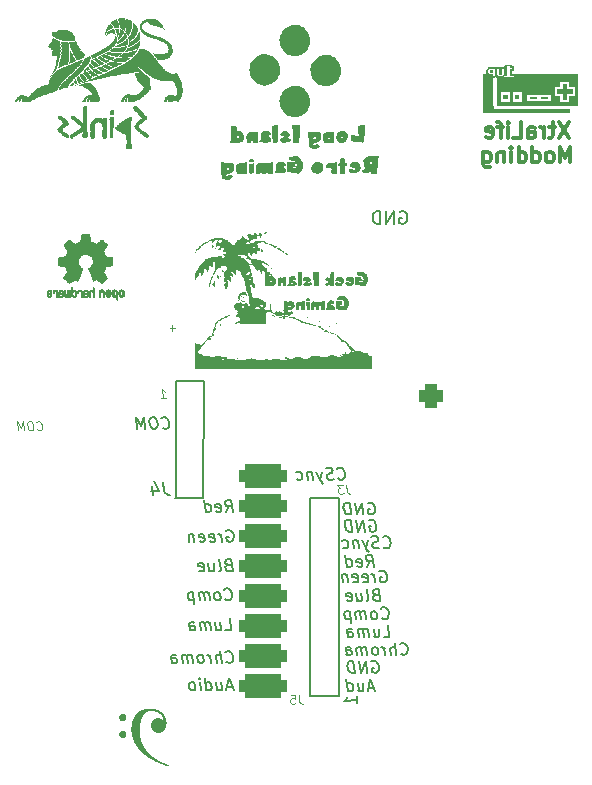
<source format=gbo>
%TF.GenerationSoftware,KiCad,Pcbnew,(6.0.1)*%
%TF.CreationDate,2022-02-25T19:20:15-07:00*%
%TF.ProjectId,Power PCB Ver C -  TH - RF is 9 Pin Genesis Port,506f7765-7220-4504-9342-205665722043,rev?*%
%TF.SameCoordinates,Original*%
%TF.FileFunction,Legend,Bot*%
%TF.FilePolarity,Positive*%
%FSLAX46Y46*%
G04 Gerber Fmt 4.6, Leading zero omitted, Abs format (unit mm)*
G04 Created by KiCad (PCBNEW (6.0.1)) date 2022-02-25 19:20:15*
%MOMM*%
%LPD*%
G01*
G04 APERTURE LIST*
G04 Aperture macros list*
%AMRoundRect*
0 Rectangle with rounded corners*
0 $1 Rounding radius*
0 $2 $3 $4 $5 $6 $7 $8 $9 X,Y pos of 4 corners*
0 Add a 4 corners polygon primitive as box body*
4,1,4,$2,$3,$4,$5,$6,$7,$8,$9,$2,$3,0*
0 Add four circle primitives for the rounded corners*
1,1,$1+$1,$2,$3*
1,1,$1+$1,$4,$5*
1,1,$1+$1,$6,$7*
1,1,$1+$1,$8,$9*
0 Add four rect primitives between the rounded corners*
20,1,$1+$1,$2,$3,$4,$5,0*
20,1,$1+$1,$4,$5,$6,$7,0*
20,1,$1+$1,$6,$7,$8,$9,0*
20,1,$1+$1,$8,$9,$2,$3,0*%
%AMOutline5P*
0 Free polygon, 5 corners , with rotation*
0 The origin of the aperture is its center*
0 number of corners: always 5*
0 $1 to $10 corner X, Y*
0 $11 Rotation angle, in degrees counterclockwise*
0 create outline with 5 corners*
4,1,5,$1,$2,$3,$4,$5,$6,$7,$8,$9,$10,$1,$2,$11*%
%AMOutline6P*
0 Free polygon, 6 corners , with rotation*
0 The origin of the aperture is its center*
0 number of corners: always 6*
0 $1 to $12 corner X, Y*
0 $13 Rotation angle, in degrees counterclockwise*
0 create outline with 6 corners*
4,1,6,$1,$2,$3,$4,$5,$6,$7,$8,$9,$10,$11,$12,$1,$2,$13*%
%AMOutline7P*
0 Free polygon, 7 corners , with rotation*
0 The origin of the aperture is its center*
0 number of corners: always 7*
0 $1 to $14 corner X, Y*
0 $15 Rotation angle, in degrees counterclockwise*
0 create outline with 7 corners*
4,1,7,$1,$2,$3,$4,$5,$6,$7,$8,$9,$10,$11,$12,$13,$14,$1,$2,$15*%
%AMOutline8P*
0 Free polygon, 8 corners , with rotation*
0 The origin of the aperture is its center*
0 number of corners: always 8*
0 $1 to $16 corner X, Y*
0 $17 Rotation angle, in degrees counterclockwise*
0 create outline with 8 corners*
4,1,8,$1,$2,$3,$4,$5,$6,$7,$8,$9,$10,$11,$12,$13,$14,$15,$16,$1,$2,$17*%
G04 Aperture macros list end*
%ADD10C,0.300000*%
%ADD11C,0.000000*%
%ADD12C,0.200000*%
%ADD13C,0.120000*%
%ADD14C,0.150000*%
%ADD15C,0.100000*%
%ADD16C,0.010000*%
%ADD17C,1.600000*%
%ADD18O,1.600000X1.600000*%
%ADD19RoundRect,0.500000X-0.500000X-0.500000X0.500000X-0.500000X0.500000X0.500000X-0.500000X0.500000X0*%
%ADD20R,1.599997X1.700000*%
%ADD21C,1.700000*%
%ADD22R,1.700000X1.700000*%
%ADD23O,1.700000X1.700000*%
%ADD24Outline8P,-2.250000X1.125000X-1.125000X2.250000X1.125000X2.250000X2.250000X1.125000X2.250000X-1.125000X1.125000X-2.250000X-1.125000X-2.250000X-2.250000X-1.125000X0.000000*%
%ADD25Outline8P,-2.000000X1.000000X-1.000000X2.000000X1.000000X2.000000X2.000000X1.000000X2.000000X-1.000000X1.000000X-2.000000X-1.000000X-2.000000X-2.000000X-1.000000X0.000000*%
%ADD26R,2.000000X1.350000*%
%ADD27O,2.000000X1.350000*%
%ADD28R,1.508000X1.508000*%
%ADD29C,1.508000*%
%ADD30C,3.516000*%
%ADD31O,2.000000X4.000000*%
%ADD32R,1.050000X1.500000*%
%ADD33O,1.050000X1.500000*%
%ADD34R,1.600000X1.600000*%
%ADD35R,2.200000X2.200000*%
%ADD36O,2.200000X2.200000*%
%ADD37R,2.000000X2.000000*%
%ADD38C,2.000000*%
%ADD39O,3.900000X1.950000*%
%ADD40O,1.700000X3.400000*%
%ADD41C,3.500000*%
%ADD42R,1.500000X1.050000*%
%ADD43O,1.500000X1.050000*%
%ADD44C,3.200000*%
%ADD45Outline8P,-1.550000X0.775000X-0.775000X1.550000X0.775000X1.550000X1.550000X0.775000X1.550000X-0.775000X0.775000X-1.550000X-0.775000X-1.550000X-1.550000X-0.775000X90.000000*%
%ADD46C,1.400000*%
%ADD47C,2.800000*%
%ADD48C,1.300000*%
%ADD49Outline8P,-0.700000X0.350000X-0.350000X0.700000X0.350000X0.700000X0.700000X0.350000X0.700000X-0.350000X0.350000X-0.700000X-0.350000X-0.700000X-0.700000X-0.350000X270.000000*%
%ADD50Outline8P,-0.800000X0.400000X-0.400000X0.800000X0.400000X0.800000X0.800000X0.400000X0.800000X-0.400000X0.400000X-0.800000X-0.400000X-0.800000X-0.800000X-0.400000X270.000000*%
%ADD51Outline8P,-0.800000X0.400000X-0.400000X0.800000X0.400000X0.800000X0.800000X0.400000X0.800000X-0.400000X0.400000X-0.800000X-0.400000X-0.800000X-0.800000X-0.400000X90.000000*%
%ADD52RoundRect,0.500000X-1.500000X-0.500000X1.500000X-0.500000X1.500000X0.500000X-1.500000X0.500000X0*%
G04 APERTURE END LIST*
D10*
X161810623Y-80335195D02*
X160943957Y-81635195D01*
X160943957Y-80335195D02*
X161810623Y-81635195D01*
X160634433Y-80768528D02*
X160139195Y-80768528D01*
X160448719Y-80335195D02*
X160448719Y-81449480D01*
X160386814Y-81573290D01*
X160263004Y-81635195D01*
X160139195Y-81635195D01*
X159705861Y-81635195D02*
X159705861Y-80768528D01*
X159705861Y-81016147D02*
X159643957Y-80892338D01*
X159582052Y-80830433D01*
X159458242Y-80768528D01*
X159334433Y-80768528D01*
X158343957Y-81635195D02*
X158343957Y-80954242D01*
X158405861Y-80830433D01*
X158529671Y-80768528D01*
X158777290Y-80768528D01*
X158901100Y-80830433D01*
X158343957Y-81573290D02*
X158467766Y-81635195D01*
X158777290Y-81635195D01*
X158901100Y-81573290D01*
X158963004Y-81449480D01*
X158963004Y-81325671D01*
X158901100Y-81201861D01*
X158777290Y-81139957D01*
X158467766Y-81139957D01*
X158343957Y-81078052D01*
X157105861Y-81635195D02*
X157724909Y-81635195D01*
X157724909Y-80335195D01*
X156672528Y-81635195D02*
X156672528Y-80768528D01*
X156672528Y-80335195D02*
X156734433Y-80397100D01*
X156672528Y-80459004D01*
X156610623Y-80397100D01*
X156672528Y-80335195D01*
X156672528Y-80459004D01*
X156239195Y-80768528D02*
X155743957Y-80768528D01*
X156053480Y-81635195D02*
X156053480Y-80520909D01*
X155991576Y-80397100D01*
X155867766Y-80335195D01*
X155743957Y-80335195D01*
X154815385Y-81573290D02*
X154939195Y-81635195D01*
X155186814Y-81635195D01*
X155310623Y-81573290D01*
X155372528Y-81449480D01*
X155372528Y-80954242D01*
X155310623Y-80830433D01*
X155186814Y-80768528D01*
X154939195Y-80768528D01*
X154815385Y-80830433D01*
X154753480Y-80954242D01*
X154753480Y-81078052D01*
X155372528Y-81201861D01*
X161934433Y-83728195D02*
X161934433Y-82428195D01*
X161501100Y-83356766D01*
X161067766Y-82428195D01*
X161067766Y-83728195D01*
X160263004Y-83728195D02*
X160386814Y-83666290D01*
X160448719Y-83604385D01*
X160510623Y-83480576D01*
X160510623Y-83109147D01*
X160448719Y-82985338D01*
X160386814Y-82923433D01*
X160263004Y-82861528D01*
X160077290Y-82861528D01*
X159953480Y-82923433D01*
X159891576Y-82985338D01*
X159829671Y-83109147D01*
X159829671Y-83480576D01*
X159891576Y-83604385D01*
X159953480Y-83666290D01*
X160077290Y-83728195D01*
X160263004Y-83728195D01*
X158715385Y-83728195D02*
X158715385Y-82428195D01*
X158715385Y-83666290D02*
X158839195Y-83728195D01*
X159086814Y-83728195D01*
X159210623Y-83666290D01*
X159272528Y-83604385D01*
X159334433Y-83480576D01*
X159334433Y-83109147D01*
X159272528Y-82985338D01*
X159210623Y-82923433D01*
X159086814Y-82861528D01*
X158839195Y-82861528D01*
X158715385Y-82923433D01*
X157539195Y-83728195D02*
X157539195Y-82428195D01*
X157539195Y-83666290D02*
X157663004Y-83728195D01*
X157910623Y-83728195D01*
X158034433Y-83666290D01*
X158096338Y-83604385D01*
X158158242Y-83480576D01*
X158158242Y-83109147D01*
X158096338Y-82985338D01*
X158034433Y-82923433D01*
X157910623Y-82861528D01*
X157663004Y-82861528D01*
X157539195Y-82923433D01*
X156920147Y-83728195D02*
X156920147Y-82861528D01*
X156920147Y-82428195D02*
X156982052Y-82490100D01*
X156920147Y-82552004D01*
X156858242Y-82490100D01*
X156920147Y-82428195D01*
X156920147Y-82552004D01*
X156301100Y-82861528D02*
X156301100Y-83728195D01*
X156301100Y-82985338D02*
X156239195Y-82923433D01*
X156115385Y-82861528D01*
X155929671Y-82861528D01*
X155805861Y-82923433D01*
X155743957Y-83047242D01*
X155743957Y-83728195D01*
X154567766Y-82861528D02*
X154567766Y-83913909D01*
X154629671Y-84037719D01*
X154691576Y-84099623D01*
X154815385Y-84161528D01*
X155001100Y-84161528D01*
X155124909Y-84099623D01*
X154567766Y-83666290D02*
X154691576Y-83728195D01*
X154939195Y-83728195D01*
X155063004Y-83666290D01*
X155124909Y-83604385D01*
X155186814Y-83480576D01*
X155186814Y-83109147D01*
X155124909Y-82985338D01*
X155063004Y-82923433D01*
X154939195Y-82861528D01*
X154691576Y-82861528D01*
X154567766Y-82923433D01*
D11*
G36*
X124442709Y-73924138D02*
G01*
X124407889Y-73924138D01*
X124407889Y-73993782D01*
X124373065Y-73993782D01*
X124373065Y-74063424D01*
X124338244Y-74063424D01*
X124338244Y-74133066D01*
X124303423Y-74133066D01*
X124303423Y-74167889D01*
X124268603Y-74167889D01*
X124268603Y-74202710D01*
X124233782Y-74202710D01*
X124233782Y-74272352D01*
X124198961Y-74272352D01*
X124198961Y-74307172D01*
X124164137Y-74307172D01*
X124164137Y-74341993D01*
X124129317Y-74341993D01*
X124129317Y-74376817D01*
X124094496Y-74376817D01*
X124094496Y-74411637D01*
X123293606Y-74411637D01*
X123293606Y-74376817D01*
X123049857Y-74376817D01*
X123049857Y-74341993D01*
X122875750Y-74341993D01*
X122875750Y-74272352D01*
X122945395Y-74272352D01*
X122945395Y-74237531D01*
X123015036Y-74237531D01*
X123015036Y-74202710D01*
X123049857Y-74202710D01*
X123049857Y-74167889D01*
X123084678Y-74167889D01*
X123084678Y-74133066D01*
X123154322Y-74133066D01*
X123154322Y-74098245D01*
X123189143Y-74098245D01*
X123189143Y-74063424D01*
X123641819Y-74063424D01*
X123641819Y-74028603D01*
X123885568Y-74028603D01*
X123885568Y-73993782D01*
X124059675Y-73993782D01*
X124059675Y-73958961D01*
X124198961Y-73958961D01*
X124198961Y-73924138D01*
X124338244Y-73924138D01*
X124338244Y-73889317D01*
X124407889Y-73889317D01*
X124407889Y-73854496D01*
X124442709Y-73854496D01*
X124442709Y-73924138D01*
G37*
G36*
X124064724Y-130446105D02*
G01*
X124117782Y-130446105D01*
X124117782Y-130456717D01*
X124149619Y-130456717D01*
X124149619Y-130467329D01*
X124170843Y-130467329D01*
X124170843Y-130477941D01*
X124192067Y-130477941D01*
X124192067Y-130488550D01*
X124202679Y-130488550D01*
X124202679Y-130509775D01*
X124213291Y-130509775D01*
X124213291Y-130499163D01*
X124223901Y-130499163D01*
X124223901Y-130509775D01*
X124213291Y-130509775D01*
X124213291Y-130530999D01*
X124223901Y-130530999D01*
X124223901Y-130509775D01*
X124234513Y-130509775D01*
X124234513Y-130520387D01*
X124245125Y-130520387D01*
X124245125Y-130530999D01*
X124255737Y-130530999D01*
X124255737Y-130552223D01*
X124276961Y-130552223D01*
X124276961Y-130573447D01*
X124287574Y-130573447D01*
X124287574Y-130584060D01*
X124298186Y-130584060D01*
X124298186Y-130605281D01*
X124308798Y-130605281D01*
X124308798Y-130626506D01*
X124319410Y-130626506D01*
X124319410Y-130647730D01*
X124308798Y-130647730D01*
X124308798Y-130658342D01*
X124319410Y-130658342D01*
X124319410Y-130668954D01*
X124330022Y-130668954D01*
X124330022Y-130764461D01*
X124319410Y-130764461D01*
X124319410Y-130775073D01*
X124330022Y-130775073D01*
X124330022Y-130828131D01*
X124319410Y-130828131D01*
X124319410Y-130870579D01*
X124308798Y-130870579D01*
X124308798Y-130891803D01*
X124298186Y-130891803D01*
X124298186Y-130913028D01*
X124287574Y-130913028D01*
X124287574Y-130923637D01*
X124276961Y-130923637D01*
X124276961Y-130934249D01*
X124266349Y-130934249D01*
X124266349Y-130955474D01*
X124255737Y-130955474D01*
X124255737Y-130966086D01*
X124245125Y-130966086D01*
X124245125Y-130976698D01*
X124234513Y-130976698D01*
X124234513Y-130987310D01*
X124223901Y-130987310D01*
X124223901Y-130997922D01*
X124202679Y-130997922D01*
X124202679Y-131008534D01*
X124181455Y-131008534D01*
X124181455Y-131019146D01*
X124170843Y-131019146D01*
X124170843Y-131029758D01*
X124149619Y-131029758D01*
X124149619Y-131040368D01*
X124107173Y-131040368D01*
X124107173Y-131050980D01*
X124043500Y-131050980D01*
X124043500Y-131040368D01*
X124032888Y-131040368D01*
X124032888Y-131050980D01*
X124001051Y-131050980D01*
X124001051Y-131029758D01*
X123990442Y-131029758D01*
X123990442Y-131050980D01*
X123937381Y-131050980D01*
X123937381Y-131040368D01*
X123894933Y-131040368D01*
X123894933Y-131029758D01*
X123873711Y-131029758D01*
X123873711Y-131019146D01*
X123863099Y-131019146D01*
X123863099Y-130997922D01*
X123852487Y-130997922D01*
X123852487Y-131008534D01*
X123841875Y-131008534D01*
X123841875Y-130997922D01*
X123852487Y-130997922D01*
X123852487Y-130987310D01*
X123841875Y-130987310D01*
X123841875Y-130997922D01*
X123831263Y-130997922D01*
X123831263Y-130987310D01*
X123810038Y-130987310D01*
X123810038Y-130976698D01*
X123799426Y-130976698D01*
X123799426Y-130966086D01*
X123788814Y-130966086D01*
X123788814Y-130955474D01*
X123778202Y-130955474D01*
X123778202Y-130934249D01*
X123767592Y-130934249D01*
X123767592Y-130923637D01*
X123756980Y-130923637D01*
X123756980Y-130902416D01*
X123746368Y-130902416D01*
X123746368Y-130891803D01*
X123735756Y-130891803D01*
X123735756Y-130881191D01*
X123746368Y-130881191D01*
X123746368Y-130870579D01*
X123756980Y-130870579D01*
X123756980Y-130859967D01*
X123767592Y-130859967D01*
X123767592Y-130849355D01*
X123756980Y-130849355D01*
X123756980Y-130859967D01*
X123746368Y-130859967D01*
X123746368Y-130870579D01*
X123735756Y-130870579D01*
X123735756Y-130859967D01*
X123725144Y-130859967D01*
X123725144Y-130817519D01*
X123714532Y-130817519D01*
X123714532Y-130679566D01*
X123725144Y-130679566D01*
X123725144Y-130658342D01*
X123735756Y-130658342D01*
X123735756Y-130647730D01*
X123725144Y-130647730D01*
X123725144Y-130626506D01*
X123735756Y-130626506D01*
X123735756Y-130605281D01*
X123746368Y-130605281D01*
X123746368Y-130584060D01*
X123756980Y-130584060D01*
X123756980Y-130573447D01*
X123767592Y-130573447D01*
X123767592Y-130552223D01*
X123778202Y-130552223D01*
X123778202Y-130541611D01*
X123788814Y-130541611D01*
X123788814Y-130530999D01*
X123799426Y-130530999D01*
X123799426Y-130520387D01*
X123810038Y-130520387D01*
X123810038Y-130509775D01*
X123820650Y-130509775D01*
X123820650Y-130499163D01*
X123841875Y-130499163D01*
X123841875Y-130488550D01*
X123852487Y-130488550D01*
X123852487Y-130477941D01*
X123873711Y-130477941D01*
X123873711Y-130467329D01*
X123894933Y-130467329D01*
X123894933Y-130456717D01*
X123926769Y-130456717D01*
X123926769Y-130446105D01*
X123969218Y-130446105D01*
X123969218Y-130435492D01*
X124064724Y-130435492D01*
X124064724Y-130446105D01*
G37*
G36*
X125522169Y-73610748D02*
G01*
X125487348Y-73610748D01*
X125487348Y-73784854D01*
X125452524Y-73784854D01*
X125452524Y-73889317D01*
X125417704Y-73889317D01*
X125417704Y-73993782D01*
X125382883Y-73993782D01*
X125382883Y-74063424D01*
X125313241Y-74063424D01*
X125313241Y-74098245D01*
X125278420Y-74098245D01*
X125278420Y-74133066D01*
X125173955Y-74133066D01*
X125173955Y-74167889D01*
X125104313Y-74167889D01*
X125104313Y-74202710D01*
X125034669Y-74202710D01*
X125034669Y-74237531D01*
X124930207Y-74237531D01*
X124930207Y-74272352D01*
X124825741Y-74272352D01*
X124825741Y-74307172D01*
X124686458Y-74307172D01*
X124686458Y-74341993D01*
X124512351Y-74341993D01*
X124512351Y-74376817D01*
X124303423Y-74376817D01*
X124303423Y-74411637D01*
X124198961Y-74411637D01*
X124198961Y-74376817D01*
X124233782Y-74376817D01*
X124233782Y-74341993D01*
X124268603Y-74341993D01*
X124268603Y-74272352D01*
X124303423Y-74272352D01*
X124303423Y-74237531D01*
X124338244Y-74237531D01*
X124338244Y-74202710D01*
X124373065Y-74202710D01*
X124373065Y-74133066D01*
X124407889Y-74133066D01*
X124407889Y-74063424D01*
X124512351Y-74063424D01*
X124512351Y-74028603D01*
X124616816Y-74028603D01*
X124616816Y-73993782D01*
X124686458Y-73993782D01*
X124686458Y-73958961D01*
X124790921Y-73958961D01*
X124790921Y-73924138D01*
X124860565Y-73924138D01*
X124860565Y-73889317D01*
X124930207Y-73889317D01*
X124930207Y-73854496D01*
X124965027Y-73854496D01*
X124965027Y-73819675D01*
X125034669Y-73819675D01*
X125034669Y-73784854D01*
X125069492Y-73784854D01*
X125069492Y-73750034D01*
X125139134Y-73750034D01*
X125139134Y-73715213D01*
X125173955Y-73715213D01*
X125173955Y-73680389D01*
X125208776Y-73680389D01*
X125208776Y-73645568D01*
X125278420Y-73645568D01*
X125278420Y-73610748D01*
X125313241Y-73610748D01*
X125313241Y-73575927D01*
X125348062Y-73575927D01*
X125348062Y-73541106D01*
X125382883Y-73541106D01*
X125382883Y-73506285D01*
X125417704Y-73506285D01*
X125417704Y-73471462D01*
X125452524Y-73471462D01*
X125452524Y-73436641D01*
X125487348Y-73436641D01*
X125487348Y-73366999D01*
X125522169Y-73366999D01*
X125522169Y-73610748D01*
G37*
G36*
X120925759Y-79008044D02*
G01*
X120995404Y-79008044D01*
X120995404Y-79112509D01*
X121030224Y-79112509D01*
X121030224Y-79460721D01*
X120995404Y-79460721D01*
X120995404Y-80888394D01*
X121030224Y-80888394D01*
X121030224Y-81201784D01*
X121065045Y-81201784D01*
X121065045Y-81410712D01*
X121099866Y-81410712D01*
X121099866Y-81619639D01*
X121030224Y-81619639D01*
X121030224Y-81654460D01*
X120682011Y-81654460D01*
X120682011Y-81619639D01*
X120647190Y-81619639D01*
X120647190Y-81584818D01*
X120612369Y-81584818D01*
X120612369Y-81306249D01*
X120647190Y-81306249D01*
X120647190Y-81236607D01*
X120682011Y-81236607D01*
X120682011Y-81097321D01*
X120647190Y-81097321D01*
X120647190Y-81132142D01*
X120612369Y-81132142D01*
X120612369Y-81166963D01*
X120577548Y-81166963D01*
X120577548Y-81201784D01*
X120542727Y-81201784D01*
X120542727Y-81236607D01*
X120473083Y-81236607D01*
X120473083Y-81271428D01*
X120438262Y-81271428D01*
X120438262Y-81306249D01*
X120368621Y-81306249D01*
X120368621Y-81341070D01*
X120333800Y-81341070D01*
X120333800Y-81375891D01*
X120264155Y-81375891D01*
X120264155Y-81410712D01*
X120194514Y-81410712D01*
X120194514Y-81445532D01*
X120159693Y-81445532D01*
X120159693Y-81480356D01*
X120090049Y-81480356D01*
X120090049Y-81515177D01*
X119985586Y-81515177D01*
X119985586Y-81549998D01*
X119915944Y-81549998D01*
X119915944Y-81584818D01*
X119881121Y-81584818D01*
X119881121Y-81619639D01*
X119846300Y-81619639D01*
X119846300Y-81654460D01*
X119811479Y-81654460D01*
X119811479Y-81689284D01*
X119776658Y-81689284D01*
X119776658Y-81724104D01*
X119741837Y-81724104D01*
X119741837Y-81758925D01*
X119672196Y-81758925D01*
X119672196Y-81724104D01*
X119637372Y-81724104D01*
X119637372Y-81689284D01*
X119602551Y-81689284D01*
X119602551Y-81410712D01*
X119672196Y-81410712D01*
X119672196Y-81375891D01*
X119707017Y-81375891D01*
X119707017Y-81341070D01*
X119741837Y-81341070D01*
X119741837Y-81306249D01*
X119811479Y-81306249D01*
X119811479Y-81271428D01*
X119881121Y-81271428D01*
X119881121Y-81236607D01*
X119915944Y-81236607D01*
X119915944Y-81201784D01*
X119985586Y-81201784D01*
X119985586Y-81166963D01*
X120020407Y-81166963D01*
X120020407Y-81132142D01*
X120090049Y-81132142D01*
X120090049Y-81097321D01*
X120124872Y-81097321D01*
X120124872Y-81062500D01*
X120159693Y-81062500D01*
X120159693Y-81027680D01*
X120194514Y-81027680D01*
X120194514Y-80992856D01*
X120229335Y-80992856D01*
X120229335Y-80958035D01*
X120298976Y-80958035D01*
X120298976Y-80923215D01*
X120333800Y-80923215D01*
X120333800Y-80888394D01*
X120368621Y-80888394D01*
X120368621Y-80853573D01*
X120438262Y-80853573D01*
X120438262Y-80818752D01*
X120473083Y-80818752D01*
X120473083Y-80749108D01*
X120507904Y-80749108D01*
X120507904Y-80714287D01*
X120473083Y-80714287D01*
X120473083Y-80679466D01*
X120438262Y-80679466D01*
X120438262Y-80644645D01*
X120403441Y-80644645D01*
X120403441Y-80609824D01*
X120368621Y-80609824D01*
X120368621Y-80575001D01*
X120333800Y-80575001D01*
X120333800Y-80540180D01*
X120264155Y-80540180D01*
X120264155Y-80505359D01*
X120229335Y-80505359D01*
X120229335Y-80470538D01*
X120194514Y-80470538D01*
X120194514Y-80435717D01*
X120159693Y-80435717D01*
X120159693Y-80400897D01*
X120090049Y-80400897D01*
X120090049Y-80366073D01*
X120055228Y-80366073D01*
X120055228Y-80331252D01*
X120020407Y-80331252D01*
X120020407Y-80296431D01*
X119950765Y-80296431D01*
X119950765Y-80261611D01*
X119915944Y-80261611D01*
X119915944Y-80226790D01*
X119881121Y-80226790D01*
X119881121Y-80191969D01*
X119846300Y-80191969D01*
X119846300Y-80157145D01*
X119776658Y-80157145D01*
X119776658Y-80122325D01*
X119741837Y-80122325D01*
X119741837Y-80087504D01*
X119707017Y-80087504D01*
X119707017Y-80052683D01*
X119672196Y-80052683D01*
X119672196Y-79983041D01*
X119637372Y-79983041D01*
X119637372Y-79913397D01*
X119672196Y-79913397D01*
X119672196Y-79843755D01*
X119707017Y-79843755D01*
X119707017Y-79808934D01*
X119915944Y-79808934D01*
X119915944Y-79843755D01*
X119950765Y-79843755D01*
X119950765Y-79878576D01*
X120020407Y-79878576D01*
X120020407Y-79913397D01*
X120055228Y-79913397D01*
X120055228Y-79948220D01*
X120124872Y-79948220D01*
X120124872Y-79983041D01*
X120159693Y-79983041D01*
X120159693Y-80017862D01*
X120194514Y-80017862D01*
X120194514Y-80052683D01*
X120229335Y-80052683D01*
X120229335Y-80087504D01*
X120298976Y-80087504D01*
X120298976Y-80122325D01*
X120333800Y-80122325D01*
X120333800Y-80157145D01*
X120403441Y-80157145D01*
X120403441Y-80191969D01*
X120438262Y-80191969D01*
X120438262Y-80226790D01*
X120473083Y-80226790D01*
X120473083Y-80261611D01*
X120507904Y-80261611D01*
X120507904Y-80296431D01*
X120542727Y-80296431D01*
X120542727Y-80331252D01*
X120577548Y-80331252D01*
X120577548Y-80366073D01*
X120612369Y-80366073D01*
X120612369Y-80400897D01*
X120647190Y-80400897D01*
X120647190Y-79077686D01*
X120682011Y-79077686D01*
X120682011Y-79042865D01*
X120716832Y-79042865D01*
X120716832Y-79008044D01*
X120786476Y-79008044D01*
X120786476Y-78973223D01*
X120925759Y-78973223D01*
X120925759Y-79008044D01*
G37*
G36*
X121099866Y-75700025D02*
G01*
X121134687Y-75700025D01*
X121134687Y-75734845D01*
X121169508Y-75734845D01*
X121169508Y-75769666D01*
X121204331Y-75769666D01*
X121204331Y-75804487D01*
X121239152Y-75804487D01*
X121239152Y-75839308D01*
X121273973Y-75839308D01*
X121273973Y-75908952D01*
X121169508Y-75908952D01*
X121169508Y-75943773D01*
X121065045Y-75943773D01*
X121065045Y-75978594D01*
X121030224Y-75978594D01*
X121030224Y-75943773D01*
X120995404Y-75943773D01*
X120995404Y-75908952D01*
X120960583Y-75908952D01*
X120960583Y-75839308D01*
X120925759Y-75839308D01*
X120925759Y-75769666D01*
X120960583Y-75769666D01*
X120960583Y-75734845D01*
X120995404Y-75734845D01*
X120995404Y-75700025D01*
X121030224Y-75700025D01*
X121030224Y-75665204D01*
X121065045Y-75665204D01*
X121065045Y-75630380D01*
X121099866Y-75630380D01*
X121099866Y-75700025D01*
G37*
G36*
X121378436Y-75978594D02*
G01*
X121413259Y-75978594D01*
X121413259Y-76013415D01*
X121448080Y-76013415D01*
X121448080Y-76048236D01*
X121482901Y-76048236D01*
X121482901Y-76083059D01*
X121552542Y-76083059D01*
X121552542Y-76117880D01*
X121587363Y-76117880D01*
X121587363Y-76152701D01*
X121622187Y-76152701D01*
X121622187Y-76187522D01*
X121657008Y-76187522D01*
X121657008Y-76222343D01*
X121726649Y-76222343D01*
X121726649Y-76257163D01*
X121761470Y-76257163D01*
X121761470Y-76291987D01*
X121831114Y-76291987D01*
X121831114Y-76326808D01*
X121900756Y-76326808D01*
X121900756Y-76396449D01*
X121796291Y-76396449D01*
X121796291Y-76431270D01*
X121691828Y-76431270D01*
X121691828Y-76466091D01*
X121622187Y-76466091D01*
X121622187Y-76500912D01*
X121517722Y-76500912D01*
X121517722Y-76466091D01*
X121482901Y-76466091D01*
X121482901Y-76431270D01*
X121413259Y-76431270D01*
X121413259Y-76396449D01*
X121378436Y-76396449D01*
X121378436Y-76361629D01*
X121343615Y-76361629D01*
X121343615Y-76326808D01*
X121308794Y-76326808D01*
X121308794Y-76291987D01*
X121273973Y-76291987D01*
X121273973Y-76257163D01*
X121239152Y-76257163D01*
X121239152Y-76222343D01*
X121204331Y-76222343D01*
X121204331Y-76187522D01*
X121169508Y-76187522D01*
X121169508Y-76117880D01*
X121134687Y-76117880D01*
X121134687Y-76083059D01*
X121099866Y-76083059D01*
X121099866Y-76013415D01*
X121169508Y-76013415D01*
X121169508Y-75978594D01*
X121273973Y-75978594D01*
X121273973Y-75943773D01*
X121378436Y-75943773D01*
X121378436Y-75978594D01*
G37*
D12*
X128506100Y-112123600D02*
X128506100Y-102223602D01*
D11*
G36*
X122492718Y-74620565D02*
G01*
X122562360Y-74620565D01*
X122562360Y-74655386D01*
X122666823Y-74655386D01*
X122666823Y-74690207D01*
X122771288Y-74690207D01*
X122771288Y-74725028D01*
X122875750Y-74725028D01*
X122875750Y-74759849D01*
X122980215Y-74759849D01*
X122980215Y-74794672D01*
X123154322Y-74794672D01*
X123154322Y-74829493D01*
X123328429Y-74829493D01*
X123328429Y-74864314D01*
X123432892Y-74864314D01*
X123432892Y-74899135D01*
X123398071Y-74899135D01*
X123398071Y-74933955D01*
X123328429Y-74933955D01*
X123328429Y-74968776D01*
X123258785Y-74968776D01*
X123258785Y-75003600D01*
X123223964Y-75003600D01*
X123223964Y-75038421D01*
X123154322Y-75038421D01*
X123154322Y-75073241D01*
X123084678Y-75073241D01*
X123084678Y-75108062D01*
X122945395Y-75108062D01*
X122945395Y-75073241D01*
X122840930Y-75073241D01*
X122840930Y-75038421D01*
X122771288Y-75038421D01*
X122771288Y-75003600D01*
X122666823Y-75003600D01*
X122666823Y-74968776D01*
X122597181Y-74968776D01*
X122597181Y-74933955D01*
X122527539Y-74933955D01*
X122527539Y-74899135D01*
X122457895Y-74899135D01*
X122457895Y-74864314D01*
X122388253Y-74864314D01*
X122388253Y-74829493D01*
X122353432Y-74829493D01*
X122353432Y-74794672D01*
X122283791Y-74794672D01*
X122283791Y-74759849D01*
X122248970Y-74759849D01*
X122248970Y-74725028D01*
X122214146Y-74725028D01*
X122214146Y-74690207D01*
X122248970Y-74690207D01*
X122248970Y-74655386D01*
X122318612Y-74655386D01*
X122318612Y-74620565D01*
X122388253Y-74620565D01*
X122388253Y-74585744D01*
X122492718Y-74585744D01*
X122492718Y-74620565D01*
G37*
G36*
X118906127Y-73541106D02*
G01*
X119115054Y-73541106D01*
X119115054Y-73575927D01*
X119428445Y-73575927D01*
X119428445Y-73610748D01*
X119463268Y-73610748D01*
X119463268Y-73854496D01*
X119498089Y-73854496D01*
X119498089Y-74933955D01*
X119463268Y-74933955D01*
X119463268Y-75247348D01*
X119428445Y-75247348D01*
X119428445Y-75421453D01*
X119393624Y-75421453D01*
X119393624Y-75456276D01*
X119289161Y-75456276D01*
X119289161Y-75491097D01*
X119184696Y-75491097D01*
X119184696Y-75525918D01*
X119080233Y-75525918D01*
X119080233Y-75560740D01*
X119010589Y-75560740D01*
X119010589Y-75595559D01*
X118906127Y-75595559D01*
X118906127Y-75630380D01*
X118836485Y-75630380D01*
X118836485Y-75665204D01*
X118766841Y-75665204D01*
X118766841Y-75700025D01*
X118697199Y-75700025D01*
X118697199Y-75734845D01*
X118627557Y-75734845D01*
X118627557Y-75769666D01*
X118557913Y-75769666D01*
X118557913Y-75630380D01*
X118592734Y-75630380D01*
X118592734Y-75560740D01*
X118627557Y-75560740D01*
X118627557Y-75525918D01*
X118662378Y-75525918D01*
X118662378Y-75456276D01*
X118627557Y-75456276D01*
X118627557Y-75351811D01*
X118662378Y-75351811D01*
X118662378Y-75247348D01*
X118697199Y-75247348D01*
X118697199Y-75212525D01*
X118732020Y-75212525D01*
X118732020Y-75003600D01*
X118766841Y-75003600D01*
X118766841Y-74968776D01*
X118801661Y-74968776D01*
X118801661Y-74899135D01*
X118836485Y-74899135D01*
X118836485Y-74829493D01*
X118801661Y-74829493D01*
X118801661Y-74725028D01*
X118836485Y-74725028D01*
X118836485Y-74655386D01*
X118871306Y-74655386D01*
X118871306Y-74585744D01*
X118836485Y-74585744D01*
X118836485Y-74411637D01*
X118871306Y-74411637D01*
X118871306Y-74341993D01*
X118906127Y-74341993D01*
X118906127Y-74307172D01*
X118871306Y-74307172D01*
X118871306Y-74237531D01*
X118836485Y-74237531D01*
X118836485Y-74133066D01*
X118871306Y-74133066D01*
X118871306Y-74063424D01*
X118906127Y-74063424D01*
X118906127Y-74028603D01*
X118871306Y-74028603D01*
X118871306Y-73993782D01*
X118836485Y-73993782D01*
X118836485Y-73819675D01*
X118871306Y-73819675D01*
X118871306Y-73715213D01*
X118836485Y-73715213D01*
X118836485Y-73680389D01*
X118801661Y-73680389D01*
X118801661Y-73506285D01*
X118906127Y-73506285D01*
X118906127Y-73541106D01*
G37*
G36*
X124407889Y-71625936D02*
G01*
X124512351Y-71625936D01*
X124512351Y-71660757D01*
X124616816Y-71660757D01*
X124616816Y-71695577D01*
X124686458Y-71695577D01*
X124686458Y-71730398D01*
X124721279Y-71730398D01*
X124721279Y-71765219D01*
X124790921Y-71765219D01*
X124790921Y-72426826D01*
X124756100Y-72426826D01*
X124756100Y-72566109D01*
X124721279Y-72566109D01*
X124721279Y-72670574D01*
X124686458Y-72670574D01*
X124686458Y-72740216D01*
X124651637Y-72740216D01*
X124651637Y-72809858D01*
X124616816Y-72809858D01*
X124616816Y-72879502D01*
X124581993Y-72879502D01*
X124581993Y-72949144D01*
X124547172Y-72949144D01*
X124547172Y-73018785D01*
X124512351Y-73018785D01*
X124512351Y-73053606D01*
X124442709Y-73053606D01*
X124442709Y-72949144D01*
X124407889Y-72949144D01*
X124407889Y-72914323D01*
X124373065Y-72914323D01*
X124373065Y-72844678D01*
X124338244Y-72844678D01*
X124338244Y-72775037D01*
X124303423Y-72775037D01*
X124303423Y-72740216D01*
X124268603Y-72740216D01*
X124268603Y-72705395D01*
X124233782Y-72705395D01*
X124233782Y-72635753D01*
X124268603Y-72635753D01*
X124268603Y-72566109D01*
X124303423Y-72566109D01*
X124303423Y-72426826D01*
X124338244Y-72426826D01*
X124338244Y-71695577D01*
X124303423Y-71695577D01*
X124303423Y-71591115D01*
X124407889Y-71591115D01*
X124407889Y-71625936D01*
G37*
G36*
X119811479Y-76988412D02*
G01*
X119846300Y-76988412D01*
X119846300Y-77058053D01*
X119881121Y-77058053D01*
X119881121Y-77127695D01*
X119915944Y-77127695D01*
X119915944Y-77197339D01*
X119846300Y-77197339D01*
X119846300Y-77232160D01*
X119741837Y-77232160D01*
X119741837Y-77266981D01*
X119672196Y-77266981D01*
X119672196Y-77301802D01*
X119567731Y-77301802D01*
X119567731Y-77336623D01*
X119532910Y-77336623D01*
X119532910Y-77301802D01*
X119567731Y-77301802D01*
X119567731Y-77232160D01*
X119602551Y-77232160D01*
X119602551Y-77162518D01*
X119637372Y-77162518D01*
X119637372Y-77127695D01*
X119672196Y-77127695D01*
X119672196Y-77092874D01*
X119707017Y-77092874D01*
X119707017Y-77023232D01*
X119741837Y-77023232D01*
X119741837Y-76988412D01*
X119776658Y-76988412D01*
X119776658Y-76953591D01*
X119811479Y-76953591D01*
X119811479Y-76988412D01*
G37*
G36*
X120090049Y-73506285D02*
G01*
X120124872Y-73506285D01*
X120124872Y-73541106D01*
X120159693Y-73541106D01*
X120159693Y-73575927D01*
X120194514Y-73575927D01*
X120194514Y-73784854D01*
X120264155Y-73784854D01*
X120264155Y-73854496D01*
X120298976Y-73854496D01*
X120298976Y-74028603D01*
X120368621Y-74028603D01*
X120368621Y-74063424D01*
X120403441Y-74063424D01*
X120403441Y-74098245D01*
X120438262Y-74098245D01*
X120438262Y-74167889D01*
X120473083Y-74167889D01*
X120473083Y-74237531D01*
X120438262Y-74237531D01*
X120438262Y-74272352D01*
X120542727Y-74272352D01*
X120542727Y-74307172D01*
X120577548Y-74307172D01*
X120577548Y-74341993D01*
X120612369Y-74341993D01*
X120612369Y-74376817D01*
X120647190Y-74376817D01*
X120647190Y-74481279D01*
X120716832Y-74481279D01*
X120716832Y-74516100D01*
X120786476Y-74516100D01*
X120786476Y-74550921D01*
X120821297Y-74550921D01*
X120821297Y-74759849D01*
X120786476Y-74759849D01*
X120786476Y-74829493D01*
X120751655Y-74829493D01*
X120751655Y-74864314D01*
X120716832Y-74864314D01*
X120716832Y-74899135D01*
X120647190Y-74899135D01*
X120647190Y-74933955D01*
X120612369Y-74933955D01*
X120612369Y-74968776D01*
X120542727Y-74968776D01*
X120542727Y-75003600D01*
X120438262Y-75003600D01*
X120438262Y-75038421D01*
X120368621Y-75038421D01*
X120368621Y-75073241D01*
X120264155Y-75073241D01*
X120264155Y-75108062D01*
X120194514Y-75108062D01*
X120194514Y-75142883D01*
X120124872Y-75142883D01*
X120124872Y-75073241D01*
X120090049Y-75073241D01*
X120090049Y-75003600D01*
X120055228Y-75003600D01*
X120055228Y-74933955D01*
X120020407Y-74933955D01*
X120020407Y-74864314D01*
X119985586Y-74864314D01*
X119985586Y-74794672D01*
X119950765Y-74794672D01*
X119950765Y-74759849D01*
X119915944Y-74759849D01*
X119915944Y-74690207D01*
X119881121Y-74690207D01*
X119881121Y-74620565D01*
X119846300Y-74620565D01*
X119846300Y-74550921D01*
X119811479Y-74550921D01*
X119811479Y-74481279D01*
X119776658Y-74481279D01*
X119776658Y-74411637D01*
X119741837Y-74411637D01*
X119741837Y-74307172D01*
X119707017Y-74307172D01*
X119707017Y-74237531D01*
X119672196Y-74237531D01*
X119672196Y-74133066D01*
X119637372Y-74133066D01*
X119637372Y-74028603D01*
X119602551Y-74028603D01*
X119602551Y-73924138D01*
X119567731Y-73924138D01*
X119567731Y-73819675D01*
X119532910Y-73819675D01*
X119532910Y-73680389D01*
X119498089Y-73680389D01*
X119498089Y-73541106D01*
X119811479Y-73541106D01*
X119811479Y-73506285D01*
X119950765Y-73506285D01*
X119950765Y-73471462D01*
X120090049Y-73471462D01*
X120090049Y-73506285D01*
G37*
G36*
X122214146Y-75665204D02*
G01*
X122248970Y-75665204D01*
X122248970Y-75700025D01*
X122318612Y-75700025D01*
X122318612Y-75734845D01*
X122353432Y-75734845D01*
X122353432Y-75769666D01*
X122423074Y-75769666D01*
X122423074Y-75804487D01*
X122492718Y-75804487D01*
X122492718Y-75839308D01*
X122562360Y-75839308D01*
X122562360Y-75874131D01*
X122632002Y-75874131D01*
X122632002Y-75908952D01*
X122701646Y-75908952D01*
X122701646Y-75943773D01*
X122771288Y-75943773D01*
X122771288Y-75978594D01*
X122736467Y-75978594D01*
X122736467Y-76013415D01*
X122666823Y-76013415D01*
X122666823Y-76048236D01*
X122562360Y-76048236D01*
X122562360Y-76083059D01*
X122492718Y-76083059D01*
X122492718Y-76117880D01*
X122388253Y-76117880D01*
X122388253Y-76083059D01*
X122283791Y-76083059D01*
X122283791Y-76048236D01*
X122248970Y-76048236D01*
X122248970Y-76013415D01*
X122179326Y-76013415D01*
X122179326Y-75978594D01*
X122109684Y-75978594D01*
X122109684Y-75943773D01*
X122040042Y-75943773D01*
X122040042Y-75908952D01*
X122005219Y-75908952D01*
X122005219Y-75874131D01*
X121935577Y-75874131D01*
X121935577Y-75839308D01*
X121900756Y-75839308D01*
X121900756Y-75804487D01*
X121865935Y-75804487D01*
X121865935Y-75769666D01*
X121831114Y-75769666D01*
X121831114Y-75734845D01*
X121900756Y-75734845D01*
X121900756Y-75700025D01*
X121970398Y-75700025D01*
X121970398Y-75665204D01*
X122074863Y-75665204D01*
X122074863Y-75630380D01*
X122214146Y-75630380D01*
X122214146Y-75665204D01*
G37*
G36*
X123258785Y-79321437D02*
G01*
X123293606Y-79321437D01*
X123293606Y-79704469D01*
X123189143Y-79704469D01*
X123189143Y-79739293D01*
X122945395Y-79739293D01*
X122945395Y-79391079D01*
X122980215Y-79391079D01*
X122980215Y-79356258D01*
X123015036Y-79356258D01*
X123015036Y-79321437D01*
X123154322Y-79321437D01*
X123154322Y-79286614D01*
X123258785Y-79286614D01*
X123258785Y-79321437D01*
G37*
G36*
X121030224Y-76117880D02*
G01*
X121065045Y-76117880D01*
X121065045Y-76152701D01*
X121099866Y-76152701D01*
X121099866Y-76187522D01*
X121134687Y-76187522D01*
X121134687Y-76222343D01*
X121169508Y-76222343D01*
X121169508Y-76291987D01*
X121204331Y-76291987D01*
X121204331Y-76326808D01*
X121239152Y-76326808D01*
X121239152Y-76361629D01*
X121273973Y-76361629D01*
X121273973Y-76396449D01*
X121308794Y-76396449D01*
X121308794Y-76431270D01*
X121343615Y-76431270D01*
X121343615Y-76466091D01*
X121413259Y-76466091D01*
X121413259Y-76500912D01*
X121448080Y-76500912D01*
X121448080Y-76570556D01*
X121378436Y-76570556D01*
X121378436Y-76605377D01*
X121308794Y-76605377D01*
X121308794Y-76640198D01*
X121204331Y-76640198D01*
X121204331Y-76675019D01*
X121065045Y-76675019D01*
X121065045Y-76640198D01*
X121030224Y-76640198D01*
X121030224Y-76605377D01*
X120995404Y-76605377D01*
X120995404Y-76535735D01*
X120960583Y-76535735D01*
X120960583Y-76500912D01*
X120925759Y-76500912D01*
X120925759Y-76466091D01*
X120890938Y-76466091D01*
X120890938Y-76431270D01*
X120856118Y-76431270D01*
X120856118Y-76396449D01*
X120821297Y-76396449D01*
X120821297Y-76361629D01*
X120786476Y-76361629D01*
X120786476Y-76291987D01*
X120751655Y-76291987D01*
X120751655Y-76257163D01*
X120716832Y-76257163D01*
X120716832Y-76222343D01*
X120682011Y-76222343D01*
X120682011Y-76152701D01*
X120786476Y-76152701D01*
X120786476Y-76117880D01*
X120890938Y-76117880D01*
X120890938Y-76083059D01*
X121030224Y-76083059D01*
X121030224Y-76117880D01*
G37*
G36*
X118209702Y-73262534D02*
G01*
X118244523Y-73262534D01*
X118244523Y-73297357D01*
X118314164Y-73297357D01*
X118314164Y-73332178D01*
X118383809Y-73332178D01*
X118383809Y-73366999D01*
X118488271Y-73366999D01*
X118488271Y-73401820D01*
X118557913Y-73401820D01*
X118557913Y-73436641D01*
X118662378Y-73436641D01*
X118662378Y-73471462D01*
X118697199Y-73471462D01*
X118697199Y-73680389D01*
X118732020Y-73680389D01*
X118732020Y-73715213D01*
X118766841Y-73715213D01*
X118766841Y-73784854D01*
X118732020Y-73784854D01*
X118732020Y-73993782D01*
X118766841Y-73993782D01*
X118766841Y-74098245D01*
X118732020Y-74098245D01*
X118732020Y-74237531D01*
X118766841Y-74237531D01*
X118766841Y-74307172D01*
X118801661Y-74307172D01*
X118801661Y-74341993D01*
X118766841Y-74341993D01*
X118766841Y-74411637D01*
X118732020Y-74411637D01*
X118732020Y-74585744D01*
X118766841Y-74585744D01*
X118766841Y-74655386D01*
X118732020Y-74655386D01*
X118732020Y-74690207D01*
X118697199Y-74690207D01*
X118697199Y-74864314D01*
X118732020Y-74864314D01*
X118732020Y-74899135D01*
X118697199Y-74899135D01*
X118697199Y-74933955D01*
X118662378Y-74933955D01*
X118662378Y-75003600D01*
X118627557Y-75003600D01*
X118627557Y-75212525D01*
X118592734Y-75212525D01*
X118592734Y-75247348D01*
X118557913Y-75247348D01*
X118557913Y-75316990D01*
X118523092Y-75316990D01*
X118523092Y-75491097D01*
X118557913Y-75491097D01*
X118557913Y-75525918D01*
X118523092Y-75525918D01*
X118523092Y-75560740D01*
X118488271Y-75560740D01*
X118488271Y-75595559D01*
X118453450Y-75595559D01*
X118453450Y-75804487D01*
X118488271Y-75804487D01*
X118488271Y-75839308D01*
X118453450Y-75839308D01*
X118453450Y-75874131D01*
X118418629Y-75874131D01*
X118418629Y-75908952D01*
X118383809Y-75908952D01*
X118383809Y-75943773D01*
X118348985Y-75943773D01*
X118348985Y-75978594D01*
X118314164Y-75978594D01*
X118314164Y-76013415D01*
X118279344Y-76013415D01*
X118279344Y-76048236D01*
X118244523Y-76048236D01*
X118244523Y-76083059D01*
X118209702Y-76083059D01*
X118209702Y-76117880D01*
X118174881Y-76117880D01*
X118174881Y-76152701D01*
X118140058Y-76152701D01*
X118140058Y-76187522D01*
X118105237Y-76187522D01*
X118105237Y-76257163D01*
X118070416Y-76257163D01*
X118070416Y-76291987D01*
X118035595Y-76291987D01*
X118035595Y-76361629D01*
X118000774Y-76361629D01*
X118000774Y-76396449D01*
X117965953Y-76396449D01*
X117965953Y-76466091D01*
X117931130Y-76466091D01*
X117931130Y-76500912D01*
X117896309Y-76500912D01*
X117896309Y-76466091D01*
X117931130Y-76466091D01*
X117931130Y-76396449D01*
X117965953Y-76396449D01*
X117965953Y-76326808D01*
X118000774Y-76326808D01*
X118000774Y-76257163D01*
X118035595Y-76257163D01*
X118035595Y-76222343D01*
X118070416Y-76222343D01*
X118070416Y-76152701D01*
X118105237Y-76152701D01*
X118105237Y-76083059D01*
X118140058Y-76083059D01*
X118140058Y-76013415D01*
X118174881Y-76013415D01*
X118174881Y-75943773D01*
X118209702Y-75943773D01*
X118209702Y-75874131D01*
X118244523Y-75874131D01*
X118244523Y-75804487D01*
X118279344Y-75804487D01*
X118279344Y-75700025D01*
X118314164Y-75700025D01*
X118314164Y-75560740D01*
X118348985Y-75560740D01*
X118348985Y-75456276D01*
X118383809Y-75456276D01*
X118383809Y-75282169D01*
X118418629Y-75282169D01*
X118418629Y-75073241D01*
X118453450Y-75073241D01*
X118453450Y-74759849D01*
X118105237Y-74759849D01*
X118105237Y-74725028D01*
X118070416Y-74725028D01*
X118070416Y-74690207D01*
X118035595Y-74690207D01*
X118035595Y-74655386D01*
X118000774Y-74655386D01*
X118000774Y-74550921D01*
X118035595Y-74550921D01*
X118035595Y-74446458D01*
X118000774Y-74446458D01*
X118000774Y-74307172D01*
X118105237Y-74307172D01*
X118105237Y-74237531D01*
X117965953Y-74237531D01*
X117965953Y-74202710D01*
X117931130Y-74202710D01*
X117931130Y-74063424D01*
X117826667Y-74063424D01*
X117826667Y-74028603D01*
X117757026Y-74028603D01*
X117757026Y-73993782D01*
X117722202Y-73993782D01*
X117722202Y-73924138D01*
X117757026Y-73924138D01*
X117757026Y-73889317D01*
X117791846Y-73889317D01*
X117791846Y-73854496D01*
X117826667Y-73854496D01*
X117826667Y-73750034D01*
X117861488Y-73750034D01*
X117861488Y-73680389D01*
X117896309Y-73680389D01*
X117896309Y-73610748D01*
X117931130Y-73610748D01*
X117931130Y-73575927D01*
X117965953Y-73575927D01*
X117965953Y-73506285D01*
X118000774Y-73506285D01*
X118000774Y-73436641D01*
X118035595Y-73436641D01*
X118035595Y-73366999D01*
X118070416Y-73366999D01*
X118070416Y-73332178D01*
X118105237Y-73332178D01*
X118105237Y-73227713D01*
X118209702Y-73227713D01*
X118209702Y-73262534D01*
G37*
G36*
X121308794Y-75421453D02*
G01*
X121343615Y-75421453D01*
X121343615Y-75456276D01*
X121378436Y-75456276D01*
X121378436Y-75491097D01*
X121413259Y-75491097D01*
X121413259Y-75525918D01*
X121448080Y-75525918D01*
X121448080Y-75560740D01*
X121482901Y-75560740D01*
X121482901Y-75595559D01*
X121517722Y-75595559D01*
X121517722Y-75630380D01*
X121587363Y-75630380D01*
X121587363Y-75665204D01*
X121622187Y-75665204D01*
X121622187Y-75700025D01*
X121657008Y-75700025D01*
X121657008Y-75769666D01*
X121552542Y-75769666D01*
X121552542Y-75804487D01*
X121448080Y-75804487D01*
X121448080Y-75839308D01*
X121343615Y-75839308D01*
X121343615Y-75804487D01*
X121308794Y-75804487D01*
X121308794Y-75769666D01*
X121273973Y-75769666D01*
X121273973Y-75734845D01*
X121239152Y-75734845D01*
X121239152Y-75700025D01*
X121204331Y-75700025D01*
X121204331Y-75665204D01*
X121169508Y-75665204D01*
X121169508Y-75630380D01*
X121134687Y-75630380D01*
X121134687Y-75525918D01*
X121169508Y-75525918D01*
X121169508Y-75491097D01*
X121204331Y-75491097D01*
X121204331Y-75421453D01*
X121239152Y-75421453D01*
X121239152Y-75386632D01*
X121308794Y-75386632D01*
X121308794Y-75421453D01*
G37*
G36*
X122980215Y-72043791D02*
G01*
X123015036Y-72043791D01*
X123015036Y-72078612D01*
X123049857Y-72078612D01*
X123049857Y-72113433D01*
X123084678Y-72113433D01*
X123084678Y-72148254D01*
X123119501Y-72148254D01*
X123119501Y-72183075D01*
X123154322Y-72183075D01*
X123154322Y-72217898D01*
X123189143Y-72217898D01*
X123189143Y-72287540D01*
X123223964Y-72287540D01*
X123223964Y-72322360D01*
X123258785Y-72322360D01*
X123258785Y-72357181D01*
X123223964Y-72357181D01*
X123223964Y-72392002D01*
X123084678Y-72392002D01*
X123084678Y-72426826D01*
X122980215Y-72426826D01*
X122980215Y-72461646D01*
X122945395Y-72461646D01*
X122945395Y-72496467D01*
X122875750Y-72496467D01*
X122875750Y-72531288D01*
X122840930Y-72531288D01*
X122840930Y-72566109D01*
X122771288Y-72566109D01*
X122771288Y-72600930D01*
X122736467Y-72600930D01*
X122736467Y-72670574D01*
X122701646Y-72670574D01*
X122701646Y-72705395D01*
X122666823Y-72705395D01*
X122666823Y-72775037D01*
X122632002Y-72775037D01*
X122632002Y-72809858D01*
X122597181Y-72809858D01*
X122597181Y-72949144D01*
X122562360Y-72949144D01*
X122562360Y-73123250D01*
X122527539Y-73123250D01*
X122527539Y-72809858D01*
X122562360Y-72809858D01*
X122562360Y-72670574D01*
X122597181Y-72670574D01*
X122597181Y-72566109D01*
X122632002Y-72566109D01*
X122632002Y-72461646D01*
X122666823Y-72461646D01*
X122666823Y-72392002D01*
X122701646Y-72392002D01*
X122701646Y-72322360D01*
X122736467Y-72322360D01*
X122736467Y-72252719D01*
X122771288Y-72252719D01*
X122771288Y-72217898D01*
X122806109Y-72217898D01*
X122806109Y-72148254D01*
X122840930Y-72148254D01*
X122840930Y-72113433D01*
X122875750Y-72113433D01*
X122875750Y-72078612D01*
X122910574Y-72078612D01*
X122910574Y-72043791D01*
X122945395Y-72043791D01*
X122945395Y-72008970D01*
X122980215Y-72008970D01*
X122980215Y-72043791D01*
G37*
G36*
X124064724Y-131878705D02*
G01*
X124117782Y-131878705D01*
X124117782Y-131889317D01*
X124149619Y-131889317D01*
X124149619Y-131899929D01*
X124170843Y-131899929D01*
X124170843Y-131921154D01*
X124181455Y-131921154D01*
X124181455Y-131910542D01*
X124192067Y-131910542D01*
X124192067Y-131921154D01*
X124202679Y-131921154D01*
X124202679Y-131931763D01*
X124223901Y-131931763D01*
X124223901Y-131942375D01*
X124213291Y-131942375D01*
X124213291Y-131952987D01*
X124223901Y-131952987D01*
X124223901Y-131942375D01*
X124234513Y-131942375D01*
X124234513Y-131952987D01*
X124245125Y-131952987D01*
X124245125Y-131963600D01*
X124255737Y-131963600D01*
X124255737Y-131974212D01*
X124266349Y-131974212D01*
X124266349Y-131995436D01*
X124276961Y-131995436D01*
X124276961Y-132006048D01*
X124287574Y-132006048D01*
X124287574Y-132016660D01*
X124298186Y-132016660D01*
X124298186Y-132037882D01*
X124308798Y-132037882D01*
X124308798Y-132069718D01*
X124319410Y-132069718D01*
X124319410Y-132101555D01*
X124330022Y-132101555D01*
X124330022Y-132260731D01*
X124319410Y-132260731D01*
X124319410Y-132303180D01*
X124308798Y-132303180D01*
X124308798Y-132324404D01*
X124298186Y-132324404D01*
X124298186Y-132345628D01*
X124287574Y-132345628D01*
X124287574Y-132356240D01*
X124276961Y-132356240D01*
X124276961Y-132366853D01*
X124266349Y-132366853D01*
X124266349Y-132388074D01*
X124255737Y-132388074D01*
X124255737Y-132398686D01*
X124245125Y-132398686D01*
X124245125Y-132409298D01*
X124234513Y-132409298D01*
X124234513Y-132419911D01*
X124223901Y-132419911D01*
X124223901Y-132430523D01*
X124202679Y-132430523D01*
X124202679Y-132441135D01*
X124192067Y-132441135D01*
X124192067Y-132451747D01*
X124170843Y-132451747D01*
X124170843Y-132462359D01*
X124139006Y-132462359D01*
X124139006Y-132472971D01*
X124128394Y-132472971D01*
X124128394Y-132483581D01*
X124064724Y-132483581D01*
X124064724Y-132494193D01*
X124054112Y-132494193D01*
X124054112Y-132483581D01*
X124043500Y-132483581D01*
X124043500Y-132494193D01*
X123979830Y-132494193D01*
X123979830Y-132483581D01*
X123926769Y-132483581D01*
X123926769Y-132472971D01*
X123894933Y-132472971D01*
X123894933Y-132462359D01*
X123873711Y-132462359D01*
X123873711Y-132451747D01*
X123852487Y-132451747D01*
X123852487Y-132441135D01*
X123841875Y-132441135D01*
X123841875Y-132430523D01*
X123820650Y-132430523D01*
X123820650Y-132419911D01*
X123810038Y-132419911D01*
X123810038Y-132409298D01*
X123799426Y-132409298D01*
X123799426Y-132398686D01*
X123788814Y-132398686D01*
X123788814Y-132388074D01*
X123778202Y-132388074D01*
X123778202Y-132366853D01*
X123767592Y-132366853D01*
X123767592Y-132356240D01*
X123756980Y-132356240D01*
X123756980Y-132345628D01*
X123767592Y-132345628D01*
X123767592Y-132335016D01*
X123756980Y-132335016D01*
X123756980Y-132345628D01*
X123746368Y-132345628D01*
X123746368Y-132324404D01*
X123735756Y-132324404D01*
X123735756Y-132292568D01*
X123725144Y-132292568D01*
X123725144Y-132250122D01*
X123714532Y-132250122D01*
X123714532Y-132239510D01*
X123725144Y-132239510D01*
X123725144Y-132228898D01*
X123714532Y-132228898D01*
X123714532Y-132112167D01*
X123725144Y-132112167D01*
X123725144Y-132069718D01*
X123735756Y-132069718D01*
X123735756Y-132048494D01*
X123756980Y-132048494D01*
X123756980Y-132037882D01*
X123746368Y-132037882D01*
X123746368Y-132027272D01*
X123756980Y-132027272D01*
X123756980Y-132016660D01*
X123767592Y-132016660D01*
X123767592Y-131995436D01*
X123778202Y-131995436D01*
X123778202Y-131984824D01*
X123788814Y-131984824D01*
X123788814Y-131974212D01*
X123799426Y-131974212D01*
X123799426Y-131963600D01*
X123810038Y-131963600D01*
X123810038Y-131952987D01*
X123820650Y-131952987D01*
X123820650Y-131942375D01*
X123831263Y-131942375D01*
X123831263Y-131931763D01*
X123863099Y-131931763D01*
X123863099Y-131910542D01*
X123884323Y-131910542D01*
X123884323Y-131899929D01*
X123905545Y-131899929D01*
X123905545Y-131889317D01*
X123937381Y-131889317D01*
X123937381Y-131878705D01*
X123990442Y-131878705D01*
X123990442Y-131868093D01*
X124064724Y-131868093D01*
X124064724Y-131878705D01*
G37*
D12*
X128506100Y-102223602D02*
X130906100Y-102223602D01*
D11*
G36*
X125417704Y-72670574D02*
G01*
X125452524Y-72670574D01*
X125452524Y-72809858D01*
X125487348Y-72809858D01*
X125487348Y-72949144D01*
X125522169Y-72949144D01*
X125522169Y-73262534D01*
X125487348Y-73262534D01*
X125487348Y-73297357D01*
X125452524Y-73297357D01*
X125452524Y-73366999D01*
X125417704Y-73366999D01*
X125417704Y-73401820D01*
X125382883Y-73401820D01*
X125382883Y-73436641D01*
X125348062Y-73436641D01*
X125348062Y-73471462D01*
X125313241Y-73471462D01*
X125313241Y-73506285D01*
X125278420Y-73506285D01*
X125278420Y-73541106D01*
X125243597Y-73541106D01*
X125243597Y-73575927D01*
X125208776Y-73575927D01*
X125208776Y-73610748D01*
X125139134Y-73610748D01*
X125139134Y-73645568D01*
X125104313Y-73645568D01*
X125104313Y-73680389D01*
X125069492Y-73680389D01*
X125069492Y-73715213D01*
X124999848Y-73715213D01*
X124999848Y-73750034D01*
X124965027Y-73750034D01*
X124965027Y-73784854D01*
X124895386Y-73784854D01*
X124895386Y-73819675D01*
X124825741Y-73819675D01*
X124825741Y-73854496D01*
X124756100Y-73854496D01*
X124756100Y-73889317D01*
X124686458Y-73889317D01*
X124686458Y-73924138D01*
X124616816Y-73924138D01*
X124616816Y-73958961D01*
X124512351Y-73958961D01*
X124512351Y-73993782D01*
X124477530Y-73993782D01*
X124477530Y-73924138D01*
X124512351Y-73924138D01*
X124512351Y-73819675D01*
X124547172Y-73819675D01*
X124547172Y-73575927D01*
X124651637Y-73575927D01*
X124651637Y-73541106D01*
X124721279Y-73541106D01*
X124721279Y-73506285D01*
X124756100Y-73506285D01*
X124756100Y-73471462D01*
X124825741Y-73471462D01*
X124825741Y-73436641D01*
X124860565Y-73436641D01*
X124860565Y-73401820D01*
X124930207Y-73401820D01*
X124930207Y-73366999D01*
X124965027Y-73366999D01*
X124965027Y-73332178D01*
X124999848Y-73332178D01*
X124999848Y-73297357D01*
X125034669Y-73297357D01*
X125034669Y-73262534D01*
X125069492Y-73262534D01*
X125069492Y-73227713D01*
X125104313Y-73227713D01*
X125104313Y-73192892D01*
X125139134Y-73192892D01*
X125139134Y-73123250D01*
X125173955Y-73123250D01*
X125173955Y-73088430D01*
X125208776Y-73088430D01*
X125208776Y-73053606D01*
X125243597Y-73053606D01*
X125243597Y-72983964D01*
X125278420Y-72983964D01*
X125278420Y-72914323D01*
X125313241Y-72914323D01*
X125313241Y-72844678D01*
X125348062Y-72844678D01*
X125348062Y-72775037D01*
X125382883Y-72775037D01*
X125382883Y-72635753D01*
X125417704Y-72635753D01*
X125417704Y-72670574D01*
G37*
D12*
X142326100Y-128913600D02*
X142326100Y-112113600D01*
D11*
G36*
X121239152Y-77023232D02*
G01*
X121308794Y-77023232D01*
X121308794Y-77058053D01*
X121343615Y-77058053D01*
X121343615Y-77092874D01*
X121378436Y-77092874D01*
X121378436Y-77127695D01*
X121413259Y-77127695D01*
X121413259Y-77162518D01*
X121448080Y-77162518D01*
X121448080Y-77197339D01*
X121482901Y-77197339D01*
X121482901Y-77232160D01*
X121517722Y-77232160D01*
X121517722Y-77266981D01*
X121552542Y-77266981D01*
X121552542Y-77301802D01*
X121587363Y-77301802D01*
X121587363Y-77336623D01*
X121622187Y-77336623D01*
X121622187Y-77371446D01*
X121657008Y-77371446D01*
X121657008Y-77441088D01*
X121691828Y-77441088D01*
X121691828Y-77475909D01*
X121726649Y-77475909D01*
X121726649Y-77545550D01*
X121761470Y-77545550D01*
X121761470Y-77580374D01*
X121796291Y-77580374D01*
X121796291Y-77650016D01*
X121831114Y-77650016D01*
X121831114Y-77684836D01*
X121865935Y-77684836D01*
X121865935Y-77754478D01*
X121900756Y-77754478D01*
X121900756Y-77824122D01*
X121935577Y-77824122D01*
X121935577Y-77893764D01*
X121970398Y-77893764D01*
X121970398Y-77998227D01*
X122005219Y-77998227D01*
X122005219Y-78067871D01*
X122040042Y-78067871D01*
X122040042Y-78241978D01*
X122074863Y-78241978D01*
X122074863Y-78555368D01*
X122040042Y-78555368D01*
X122040042Y-78590189D01*
X122005219Y-78590189D01*
X122005219Y-78625010D01*
X121935577Y-78625010D01*
X121935577Y-78659833D01*
X121761470Y-78659833D01*
X121761470Y-78625010D01*
X121343615Y-78625010D01*
X121343615Y-78590189D01*
X121273973Y-78590189D01*
X121273973Y-78381261D01*
X121239152Y-78381261D01*
X121239152Y-78450906D01*
X121204331Y-78450906D01*
X121204331Y-78520547D01*
X121169508Y-78520547D01*
X121169508Y-78590189D01*
X121030224Y-78590189D01*
X121030224Y-78346440D01*
X121065045Y-78346440D01*
X121065045Y-78276799D01*
X121030224Y-78276799D01*
X121030224Y-78311620D01*
X120995404Y-78311620D01*
X120995404Y-78381261D01*
X120960583Y-78381261D01*
X120960583Y-78450906D01*
X120925759Y-78450906D01*
X120925759Y-78590189D01*
X120612369Y-78590189D01*
X120612369Y-78555368D01*
X120647190Y-78555368D01*
X120647190Y-78485726D01*
X120682011Y-78485726D01*
X120682011Y-78416082D01*
X120716832Y-78416082D01*
X120716832Y-78381261D01*
X120751655Y-78381261D01*
X120751655Y-78311620D01*
X120786476Y-78311620D01*
X120786476Y-78276799D01*
X120821297Y-78276799D01*
X120821297Y-78241978D01*
X120856118Y-78241978D01*
X120856118Y-78207154D01*
X120890938Y-78207154D01*
X120890938Y-78172334D01*
X120925759Y-78172334D01*
X120925759Y-78137513D01*
X120995404Y-78137513D01*
X120995404Y-78102692D01*
X121065045Y-78102692D01*
X121065045Y-78067871D01*
X121169508Y-78067871D01*
X121169508Y-78033050D01*
X121448080Y-78033050D01*
X121448080Y-78067871D01*
X121517722Y-78067871D01*
X121517722Y-78033050D01*
X121482901Y-78033050D01*
X121482901Y-77998227D01*
X121448080Y-77998227D01*
X121448080Y-77928585D01*
X121413259Y-77928585D01*
X121413259Y-77893764D01*
X121378436Y-77893764D01*
X121378436Y-77858943D01*
X121343615Y-77858943D01*
X121343615Y-77789299D01*
X121308794Y-77789299D01*
X121308794Y-77754478D01*
X121273973Y-77754478D01*
X121273973Y-77719657D01*
X121239152Y-77719657D01*
X121239152Y-77684836D01*
X121169508Y-77684836D01*
X121169508Y-77650016D01*
X121134687Y-77650016D01*
X121134687Y-77615195D01*
X121099866Y-77615195D01*
X121099866Y-77580374D01*
X121065045Y-77580374D01*
X121065045Y-77545550D01*
X120995404Y-77545550D01*
X120995404Y-77510730D01*
X120960583Y-77510730D01*
X120960583Y-77475909D01*
X120890938Y-77475909D01*
X120890938Y-77441088D01*
X120856118Y-77441088D01*
X120856118Y-77406267D01*
X120786476Y-77406267D01*
X120786476Y-77371446D01*
X120716832Y-77371446D01*
X120716832Y-77336623D01*
X120647190Y-77336623D01*
X120647190Y-77301802D01*
X120577548Y-77301802D01*
X120577548Y-77266981D01*
X120473083Y-77266981D01*
X120473083Y-77232160D01*
X120333800Y-77232160D01*
X120333800Y-77197339D01*
X120368621Y-77197339D01*
X120368621Y-77162518D01*
X120507904Y-77162518D01*
X120507904Y-77127695D01*
X120612369Y-77127695D01*
X120612369Y-77092874D01*
X120751655Y-77092874D01*
X120751655Y-77058053D01*
X120890938Y-77058053D01*
X120890938Y-77023232D01*
X121030224Y-77023232D01*
X121030224Y-76988412D01*
X121239152Y-76988412D01*
X121239152Y-77023232D01*
G37*
G36*
X124233782Y-71695577D02*
G01*
X124268603Y-71695577D01*
X124268603Y-72392002D01*
X124233782Y-72392002D01*
X124233782Y-72531288D01*
X124198961Y-72531288D01*
X124198961Y-72600930D01*
X124129317Y-72600930D01*
X124129317Y-72566109D01*
X124094496Y-72566109D01*
X124094496Y-72531288D01*
X124059675Y-72531288D01*
X124059675Y-72496467D01*
X123990033Y-72496467D01*
X123990033Y-72461646D01*
X123920389Y-72461646D01*
X123920389Y-72426826D01*
X123850747Y-72426826D01*
X123850747Y-72392002D01*
X123781105Y-72392002D01*
X123781105Y-72113433D01*
X123746282Y-72113433D01*
X123746282Y-71974147D01*
X123711461Y-71974147D01*
X123711461Y-71869684D01*
X123676640Y-71869684D01*
X123676640Y-71765219D01*
X123641819Y-71765219D01*
X123641819Y-71695577D01*
X123606999Y-71695577D01*
X123606999Y-71591115D01*
X123746282Y-71591115D01*
X123746282Y-71556291D01*
X124233782Y-71556291D01*
X124233782Y-71695577D01*
G37*
D12*
X139926100Y-112113600D02*
X142326100Y-112113600D01*
X128466100Y-112123600D02*
X130866100Y-112123600D01*
D11*
G36*
X118801661Y-79808934D02*
G01*
X118836485Y-79808934D01*
X118836485Y-79843755D01*
X118871306Y-79843755D01*
X118871306Y-79878576D01*
X118906127Y-79878576D01*
X118906127Y-79913397D01*
X118975768Y-79913397D01*
X118975768Y-79948220D01*
X119010589Y-79948220D01*
X119010589Y-79983041D01*
X119045413Y-79983041D01*
X119045413Y-80017862D01*
X119115054Y-80017862D01*
X119115054Y-80052683D01*
X119149875Y-80052683D01*
X119149875Y-80087504D01*
X119184696Y-80087504D01*
X119184696Y-80122325D01*
X119219517Y-80122325D01*
X119219517Y-80157145D01*
X119254340Y-80157145D01*
X119254340Y-80191969D01*
X119289161Y-80191969D01*
X119289161Y-80226790D01*
X119323982Y-80226790D01*
X119323982Y-80261611D01*
X119358803Y-80261611D01*
X119358803Y-80296431D01*
X119393624Y-80296431D01*
X119393624Y-80331252D01*
X119428445Y-80331252D01*
X119428445Y-80366073D01*
X119463268Y-80366073D01*
X119463268Y-80540180D01*
X119428445Y-80540180D01*
X119428445Y-80575001D01*
X119393624Y-80575001D01*
X119393624Y-80609824D01*
X119358803Y-80609824D01*
X119358803Y-80644645D01*
X119289161Y-80644645D01*
X119289161Y-80679466D01*
X119254340Y-80679466D01*
X119254340Y-80714287D01*
X119219517Y-80714287D01*
X119219517Y-80749108D01*
X119149875Y-80749108D01*
X119149875Y-80783929D01*
X119115054Y-80783929D01*
X119115054Y-80818752D01*
X119045413Y-80818752D01*
X119045413Y-80853573D01*
X119010589Y-80853573D01*
X119010589Y-80888394D01*
X118940947Y-80888394D01*
X118940947Y-80958035D01*
X118906127Y-80958035D01*
X118906127Y-81027680D01*
X118940947Y-81027680D01*
X118940947Y-81062500D01*
X118975768Y-81062500D01*
X118975768Y-81097321D01*
X119010589Y-81097321D01*
X119010589Y-81132142D01*
X119045413Y-81132142D01*
X119045413Y-81166963D01*
X119080233Y-81166963D01*
X119080233Y-81201784D01*
X119149875Y-81201784D01*
X119149875Y-81236607D01*
X119219517Y-81236607D01*
X119219517Y-81271428D01*
X119289161Y-81271428D01*
X119289161Y-81306249D01*
X119323982Y-81306249D01*
X119323982Y-81341070D01*
X119358803Y-81341070D01*
X119358803Y-81375891D01*
X119393624Y-81375891D01*
X119393624Y-81410712D01*
X119428445Y-81410712D01*
X119428445Y-81445532D01*
X119463268Y-81445532D01*
X119463268Y-81480356D01*
X119498089Y-81480356D01*
X119498089Y-81654460D01*
X119219517Y-81654460D01*
X119219517Y-81619639D01*
X119184696Y-81619639D01*
X119184696Y-81584818D01*
X119115054Y-81584818D01*
X119115054Y-81549998D01*
X119045413Y-81549998D01*
X119045413Y-81515177D01*
X118940947Y-81515177D01*
X118940947Y-81480356D01*
X118906127Y-81480356D01*
X118906127Y-81445532D01*
X118871306Y-81445532D01*
X118871306Y-81375891D01*
X118836485Y-81375891D01*
X118836485Y-81341070D01*
X118801661Y-81341070D01*
X118801661Y-81306249D01*
X118766841Y-81306249D01*
X118766841Y-81271428D01*
X118697199Y-81271428D01*
X118697199Y-81236607D01*
X118662378Y-81236607D01*
X118662378Y-81201784D01*
X118627557Y-81201784D01*
X118627557Y-81166963D01*
X118592734Y-81166963D01*
X118592734Y-81132142D01*
X118557913Y-81132142D01*
X118557913Y-81097321D01*
X118523092Y-81097321D01*
X118523092Y-81027680D01*
X118488271Y-81027680D01*
X118488271Y-80923215D01*
X118523092Y-80923215D01*
X118523092Y-80888394D01*
X118557913Y-80888394D01*
X118557913Y-80853573D01*
X118592734Y-80853573D01*
X118592734Y-80783929D01*
X118627557Y-80783929D01*
X118627557Y-80749108D01*
X118662378Y-80749108D01*
X118662378Y-80714287D01*
X118697199Y-80714287D01*
X118697199Y-80679466D01*
X118732020Y-80679466D01*
X118732020Y-80644645D01*
X118766841Y-80644645D01*
X118766841Y-80609824D01*
X118801661Y-80609824D01*
X118801661Y-80575001D01*
X118836485Y-80575001D01*
X118836485Y-80540180D01*
X118906127Y-80540180D01*
X118906127Y-80505359D01*
X118940947Y-80505359D01*
X118940947Y-80470538D01*
X118975768Y-80470538D01*
X118975768Y-80400897D01*
X118940947Y-80400897D01*
X118940947Y-80366073D01*
X118906127Y-80366073D01*
X118906127Y-80331252D01*
X118871306Y-80331252D01*
X118871306Y-80261611D01*
X118836485Y-80261611D01*
X118836485Y-80226790D01*
X118801661Y-80226790D01*
X118801661Y-80191969D01*
X118732020Y-80191969D01*
X118732020Y-80157145D01*
X118662378Y-80157145D01*
X118662378Y-80122325D01*
X118627557Y-80122325D01*
X118627557Y-80087504D01*
X118592734Y-80087504D01*
X118592734Y-80052683D01*
X118557913Y-80052683D01*
X118557913Y-79983041D01*
X118523092Y-79983041D01*
X118523092Y-79843755D01*
X118592734Y-79843755D01*
X118592734Y-79808934D01*
X118732020Y-79808934D01*
X118732020Y-79774113D01*
X118801661Y-79774113D01*
X118801661Y-79808934D01*
G37*
G36*
X121831114Y-74933955D02*
G01*
X121865935Y-74933955D01*
X121865935Y-74968776D01*
X121900756Y-74968776D01*
X121900756Y-75003600D01*
X121935577Y-75003600D01*
X121935577Y-75038421D01*
X122005219Y-75038421D01*
X122005219Y-75073241D01*
X122040042Y-75073241D01*
X122040042Y-75108062D01*
X122074863Y-75108062D01*
X122074863Y-75142883D01*
X122144505Y-75142883D01*
X122144505Y-75177704D01*
X122179326Y-75177704D01*
X122179326Y-75212525D01*
X122248970Y-75212525D01*
X122248970Y-75247348D01*
X122283791Y-75247348D01*
X122283791Y-75282169D01*
X122353432Y-75282169D01*
X122353432Y-75316990D01*
X122388253Y-75316990D01*
X122388253Y-75351811D01*
X122457895Y-75351811D01*
X122457895Y-75421453D01*
X122388253Y-75421453D01*
X122388253Y-75456276D01*
X122283791Y-75456276D01*
X122283791Y-75491097D01*
X122214146Y-75491097D01*
X122214146Y-75525918D01*
X122144505Y-75525918D01*
X122144505Y-75491097D01*
X122074863Y-75491097D01*
X122074863Y-75456276D01*
X122040042Y-75456276D01*
X122040042Y-75421453D01*
X122005219Y-75421453D01*
X122005219Y-75386632D01*
X121935577Y-75386632D01*
X121935577Y-75351811D01*
X121900756Y-75351811D01*
X121900756Y-75316990D01*
X121865935Y-75316990D01*
X121865935Y-75282169D01*
X121831114Y-75282169D01*
X121831114Y-75247348D01*
X121796291Y-75247348D01*
X121796291Y-75212525D01*
X121726649Y-75212525D01*
X121726649Y-75177704D01*
X121691828Y-75177704D01*
X121691828Y-75142883D01*
X121657008Y-75142883D01*
X121657008Y-75108062D01*
X121622187Y-75108062D01*
X121622187Y-75073241D01*
X121587363Y-75073241D01*
X121587363Y-75038421D01*
X121552542Y-75038421D01*
X121552542Y-75003600D01*
X121622187Y-75003600D01*
X121622187Y-74968776D01*
X121691828Y-74968776D01*
X121691828Y-74933955D01*
X121761470Y-74933955D01*
X121761470Y-74899135D01*
X121831114Y-74899135D01*
X121831114Y-74933955D01*
G37*
G36*
X120090049Y-76814305D02*
G01*
X120124872Y-76814305D01*
X120124872Y-76883946D01*
X120159693Y-76883946D01*
X120159693Y-76953591D01*
X120194514Y-76953591D01*
X120194514Y-77023232D01*
X120229335Y-77023232D01*
X120229335Y-77058053D01*
X120194514Y-77058053D01*
X120194514Y-77092874D01*
X120124872Y-77092874D01*
X120124872Y-77127695D01*
X119985586Y-77127695D01*
X119985586Y-77092874D01*
X119950765Y-77092874D01*
X119950765Y-77058053D01*
X119915944Y-77058053D01*
X119915944Y-76988412D01*
X119881121Y-76988412D01*
X119881121Y-76849126D01*
X119915944Y-76849126D01*
X119915944Y-76814305D01*
X119950765Y-76814305D01*
X119950765Y-76779484D01*
X119985586Y-76779484D01*
X119985586Y-76744663D01*
X120020407Y-76744663D01*
X120020407Y-76709840D01*
X120090049Y-76709840D01*
X120090049Y-76814305D01*
G37*
G36*
X119602551Y-74272352D02*
G01*
X119637372Y-74272352D01*
X119637372Y-74376817D01*
X119672196Y-74376817D01*
X119672196Y-74446458D01*
X119707017Y-74446458D01*
X119707017Y-74516100D01*
X119741837Y-74516100D01*
X119741837Y-74585744D01*
X119776658Y-74585744D01*
X119776658Y-74655386D01*
X119811479Y-74655386D01*
X119811479Y-74725028D01*
X119846300Y-74725028D01*
X119846300Y-74794672D01*
X119881121Y-74794672D01*
X119881121Y-74864314D01*
X119915944Y-74864314D01*
X119915944Y-74899135D01*
X119950765Y-74899135D01*
X119950765Y-74968776D01*
X119985586Y-74968776D01*
X119985586Y-75038421D01*
X120020407Y-75038421D01*
X120020407Y-75073241D01*
X120055228Y-75073241D01*
X120055228Y-75142883D01*
X120090049Y-75142883D01*
X120090049Y-75177704D01*
X120020407Y-75177704D01*
X120020407Y-75212525D01*
X119950765Y-75212525D01*
X119950765Y-75247348D01*
X119846300Y-75247348D01*
X119846300Y-75282169D01*
X119776658Y-75282169D01*
X119776658Y-75316990D01*
X119672196Y-75316990D01*
X119672196Y-75351811D01*
X119602551Y-75351811D01*
X119602551Y-75386632D01*
X119498089Y-75386632D01*
X119498089Y-75247348D01*
X119532910Y-75247348D01*
X119532910Y-74933955D01*
X119567731Y-74933955D01*
X119567731Y-74167889D01*
X119602551Y-74167889D01*
X119602551Y-74272352D01*
G37*
D12*
X130866100Y-112123600D02*
X130886100Y-102223602D01*
D11*
G36*
X124233782Y-72809858D02*
G01*
X124268603Y-72809858D01*
X124268603Y-72879502D01*
X124303423Y-72879502D01*
X124303423Y-72914323D01*
X124338244Y-72914323D01*
X124338244Y-72983964D01*
X124373065Y-72983964D01*
X124373065Y-73053606D01*
X124407889Y-73053606D01*
X124407889Y-73192892D01*
X124373065Y-73192892D01*
X124373065Y-73227713D01*
X124338244Y-73227713D01*
X124338244Y-73262534D01*
X124303423Y-73262534D01*
X124303423Y-73297357D01*
X124268603Y-73297357D01*
X124268603Y-73332178D01*
X124233782Y-73332178D01*
X124233782Y-73366999D01*
X124198961Y-73366999D01*
X124198961Y-73401820D01*
X124129317Y-73401820D01*
X124129317Y-73436641D01*
X124094496Y-73436641D01*
X124094496Y-73471462D01*
X124059675Y-73471462D01*
X124059675Y-73506285D01*
X123990033Y-73506285D01*
X123990033Y-73541106D01*
X123955210Y-73541106D01*
X123955210Y-73575927D01*
X123885568Y-73575927D01*
X123885568Y-73610748D01*
X123815926Y-73610748D01*
X123815926Y-73645568D01*
X123746282Y-73645568D01*
X123746282Y-73680389D01*
X123676640Y-73680389D01*
X123676640Y-73715213D01*
X123606999Y-73715213D01*
X123606999Y-73750034D01*
X123537357Y-73750034D01*
X123537357Y-73784854D01*
X123502533Y-73784854D01*
X123502533Y-73750034D01*
X123537357Y-73750034D01*
X123537357Y-73680389D01*
X123572178Y-73680389D01*
X123572178Y-73575927D01*
X123606999Y-73575927D01*
X123606999Y-73471462D01*
X123676640Y-73471462D01*
X123676640Y-73436641D01*
X123711461Y-73436641D01*
X123711461Y-73401820D01*
X123746282Y-73401820D01*
X123746282Y-73366999D01*
X123781105Y-73366999D01*
X123781105Y-73332178D01*
X123815926Y-73332178D01*
X123815926Y-73297357D01*
X123850747Y-73297357D01*
X123850747Y-73262534D01*
X123885568Y-73262534D01*
X123885568Y-73227713D01*
X123920389Y-73227713D01*
X123920389Y-73192892D01*
X123955210Y-73192892D01*
X123955210Y-73158071D01*
X123990033Y-73158071D01*
X123990033Y-73088430D01*
X124024854Y-73088430D01*
X124024854Y-73053606D01*
X124059675Y-73053606D01*
X124059675Y-73018785D01*
X124094496Y-73018785D01*
X124094496Y-72949144D01*
X124129317Y-72949144D01*
X124129317Y-72879502D01*
X124164137Y-72879502D01*
X124164137Y-72809858D01*
X124198961Y-72809858D01*
X124198961Y-72775037D01*
X124233782Y-72775037D01*
X124233782Y-72809858D01*
G37*
D12*
X139926100Y-128913600D02*
X139926100Y-112113600D01*
D11*
G36*
X123920389Y-74933955D02*
G01*
X124547172Y-74933955D01*
X124547172Y-74899135D01*
X124686458Y-74899135D01*
X124686458Y-74933955D01*
X124651637Y-74933955D01*
X124651637Y-74968776D01*
X124581993Y-74968776D01*
X124581993Y-75003600D01*
X124547172Y-75003600D01*
X124547172Y-75038421D01*
X124477530Y-75038421D01*
X124477530Y-75073241D01*
X124442709Y-75073241D01*
X124442709Y-75108062D01*
X124373065Y-75108062D01*
X124373065Y-75142883D01*
X124303423Y-75142883D01*
X124303423Y-75177704D01*
X124268603Y-75177704D01*
X124268603Y-75212525D01*
X124198961Y-75212525D01*
X124198961Y-75247348D01*
X124164137Y-75247348D01*
X124164137Y-75282169D01*
X123746282Y-75282169D01*
X123746282Y-75247348D01*
X123502533Y-75247348D01*
X123502533Y-75212525D01*
X123328429Y-75212525D01*
X123328429Y-75177704D01*
X123189143Y-75177704D01*
X123189143Y-75142883D01*
X123154322Y-75142883D01*
X123154322Y-75108062D01*
X123223964Y-75108062D01*
X123223964Y-75073241D01*
X123293606Y-75073241D01*
X123293606Y-75038421D01*
X123328429Y-75038421D01*
X123328429Y-75003600D01*
X123398071Y-75003600D01*
X123398071Y-74968776D01*
X123467713Y-74968776D01*
X123467713Y-74933955D01*
X123537357Y-74933955D01*
X123537357Y-74899135D01*
X123920389Y-74899135D01*
X123920389Y-74933955D01*
G37*
G36*
X125313241Y-74237531D02*
G01*
X125278420Y-74237531D01*
X125278420Y-74272352D01*
X125243597Y-74272352D01*
X125243597Y-74341993D01*
X125208776Y-74341993D01*
X125208776Y-74376817D01*
X125173955Y-74376817D01*
X125173955Y-74446458D01*
X125139134Y-74446458D01*
X125139134Y-74481279D01*
X125104313Y-74481279D01*
X125104313Y-74516100D01*
X125069492Y-74516100D01*
X125069492Y-74585744D01*
X125034669Y-74585744D01*
X125034669Y-74620565D01*
X124999848Y-74620565D01*
X124999848Y-74655386D01*
X124965027Y-74655386D01*
X124965027Y-74690207D01*
X124930207Y-74690207D01*
X124930207Y-74725028D01*
X124895386Y-74725028D01*
X124895386Y-74759849D01*
X124860565Y-74759849D01*
X124860565Y-74794672D01*
X124790921Y-74794672D01*
X124790921Y-74829493D01*
X124477530Y-74829493D01*
X124477530Y-74864314D01*
X123955210Y-74864314D01*
X123955210Y-74829493D01*
X123676640Y-74829493D01*
X123676640Y-74794672D01*
X123711461Y-74794672D01*
X123711461Y-74759849D01*
X123781105Y-74759849D01*
X123781105Y-74725028D01*
X123815926Y-74725028D01*
X123815926Y-74690207D01*
X123885568Y-74690207D01*
X123885568Y-74655386D01*
X123920389Y-74655386D01*
X123920389Y-74620565D01*
X123955210Y-74620565D01*
X123955210Y-74585744D01*
X123990033Y-74585744D01*
X123990033Y-74550921D01*
X124024854Y-74550921D01*
X124024854Y-74516100D01*
X124094496Y-74516100D01*
X124094496Y-74481279D01*
X124303423Y-74481279D01*
X124303423Y-74446458D01*
X124547172Y-74446458D01*
X124547172Y-74411637D01*
X124686458Y-74411637D01*
X124686458Y-74376817D01*
X124825741Y-74376817D01*
X124825741Y-74341993D01*
X124930207Y-74341993D01*
X124930207Y-74307172D01*
X125034669Y-74307172D01*
X125034669Y-74272352D01*
X125139134Y-74272352D01*
X125139134Y-74237531D01*
X125208776Y-74237531D01*
X125208776Y-74202710D01*
X125278420Y-74202710D01*
X125278420Y-74167889D01*
X125313241Y-74167889D01*
X125313241Y-74237531D01*
G37*
G36*
X126293213Y-129989796D02*
G01*
X126303826Y-129989796D01*
X126303826Y-129979184D01*
X126314438Y-129979184D01*
X126314438Y-129989796D01*
X126325050Y-129989796D01*
X126325050Y-129979184D01*
X126441781Y-129979184D01*
X126441781Y-129989796D01*
X126569121Y-129989796D01*
X126569121Y-130000408D01*
X126654018Y-130000408D01*
X126654018Y-130011020D01*
X126717688Y-130011020D01*
X126717688Y-130021632D01*
X126760137Y-130021632D01*
X126760137Y-130032242D01*
X126791970Y-130032242D01*
X126791970Y-130042854D01*
X126823807Y-130042854D01*
X126823807Y-130053466D01*
X126855643Y-130053466D01*
X126855643Y-130064078D01*
X126866255Y-130064078D01*
X126866255Y-130074691D01*
X126876867Y-130074691D01*
X126876867Y-130064078D01*
X126887479Y-130064078D01*
X126887479Y-130074691D01*
X126929925Y-130074691D01*
X126929925Y-130085303D01*
X126951150Y-130085303D01*
X126951150Y-130095915D01*
X126940537Y-130095915D01*
X126940537Y-130106527D01*
X126951150Y-130106527D01*
X126951150Y-130095915D01*
X126972374Y-130095915D01*
X126972374Y-130106527D01*
X127004208Y-130106527D01*
X127004208Y-130117139D01*
X127025432Y-130117139D01*
X127025432Y-130127751D01*
X127046656Y-130127751D01*
X127046656Y-130138361D01*
X127067880Y-130138361D01*
X127067880Y-130148973D01*
X127089105Y-130148973D01*
X127089105Y-130159585D01*
X127110326Y-130159585D01*
X127110326Y-130170197D01*
X127120938Y-130170197D01*
X127120938Y-130180809D01*
X127142163Y-130180809D01*
X127142163Y-130191421D01*
X127152775Y-130191421D01*
X127152775Y-130202033D01*
X127173999Y-130202033D01*
X127173999Y-130212646D01*
X127184611Y-130212646D01*
X127184611Y-130223255D01*
X127195223Y-130223255D01*
X127195223Y-130233867D01*
X127227057Y-130233867D01*
X127227057Y-130244479D01*
X127237669Y-130244479D01*
X127237669Y-130255091D01*
X127248281Y-130255091D01*
X127248281Y-130265704D01*
X127258893Y-130265704D01*
X127258893Y-130276316D01*
X127280118Y-130276316D01*
X127280118Y-130286928D01*
X127290727Y-130286928D01*
X127290727Y-130308150D01*
X127322564Y-130308150D01*
X127322564Y-130318762D01*
X127333176Y-130318762D01*
X127333176Y-130329374D01*
X127343788Y-130329374D01*
X127343788Y-130339986D01*
X127354400Y-130339986D01*
X127354400Y-130350598D01*
X127365012Y-130350598D01*
X127365012Y-130361210D01*
X127375622Y-130361210D01*
X127375622Y-130371822D01*
X127386234Y-130371822D01*
X127386234Y-130382434D01*
X127396846Y-130382434D01*
X127396846Y-130393046D01*
X127407458Y-130393046D01*
X127407458Y-130403656D01*
X127418070Y-130403656D01*
X127418070Y-130414268D01*
X127428682Y-130414268D01*
X127428682Y-130424880D01*
X127418070Y-130424880D01*
X127418070Y-130435492D01*
X127428682Y-130435492D01*
X127428682Y-130424880D01*
X127439294Y-130424880D01*
X127439294Y-130435492D01*
X127449907Y-130435492D01*
X127449907Y-130446105D01*
X127460516Y-130446105D01*
X127460516Y-130456717D01*
X127471128Y-130456717D01*
X127471128Y-130477941D01*
X127481740Y-130477941D01*
X127481740Y-130488550D01*
X127492352Y-130488550D01*
X127492352Y-130499163D01*
X127502965Y-130499163D01*
X127502965Y-130520387D01*
X127513577Y-130520387D01*
X127513577Y-130530999D01*
X127524189Y-130530999D01*
X127524189Y-130541611D01*
X127534801Y-130541611D01*
X127534801Y-130562835D01*
X127545413Y-130562835D01*
X127545413Y-130573447D01*
X127556025Y-130573447D01*
X127556025Y-130594669D01*
X127566635Y-130594669D01*
X127566635Y-130615893D01*
X127577247Y-130615893D01*
X127577247Y-130626506D01*
X127566635Y-130626506D01*
X127566635Y-130637118D01*
X127577247Y-130637118D01*
X127577247Y-130626506D01*
X127587859Y-130626506D01*
X127587859Y-130647730D01*
X127598471Y-130647730D01*
X127598471Y-130668954D01*
X127609083Y-130668954D01*
X127609083Y-130690178D01*
X127619695Y-130690178D01*
X127619695Y-130711400D01*
X127630308Y-130711400D01*
X127630308Y-130722012D01*
X127619695Y-130722012D01*
X127619695Y-130732624D01*
X127640920Y-130732624D01*
X127640920Y-130764461D01*
X127651532Y-130764461D01*
X127651532Y-130796297D01*
X127662144Y-130796297D01*
X127662144Y-130817519D01*
X127672753Y-130817519D01*
X127672753Y-130849355D01*
X127683366Y-130849355D01*
X127683366Y-130891803D01*
X127693978Y-130891803D01*
X127693978Y-130923637D01*
X127704590Y-130923637D01*
X127704590Y-130966086D01*
X127715202Y-130966086D01*
X127715202Y-131029758D01*
X127725814Y-131029758D01*
X127725814Y-131061592D01*
X127715202Y-131061592D01*
X127715202Y-131072204D01*
X127725814Y-131072204D01*
X127725814Y-131135877D01*
X127736426Y-131135877D01*
X127736426Y-131326890D01*
X127725814Y-131326890D01*
X127725814Y-131411785D01*
X127715202Y-131411785D01*
X127715202Y-131454233D01*
X127704590Y-131454233D01*
X127704590Y-131464843D01*
X127715202Y-131464843D01*
X127715202Y-131475455D01*
X127704590Y-131475455D01*
X127704590Y-131507291D01*
X127693978Y-131507291D01*
X127693978Y-131549737D01*
X127683366Y-131549737D01*
X127683366Y-131581573D01*
X127672753Y-131581573D01*
X127672753Y-131613410D01*
X127662144Y-131613410D01*
X127662144Y-131634634D01*
X127651532Y-131634634D01*
X127651532Y-131666468D01*
X127640920Y-131666468D01*
X127640920Y-131687692D01*
X127630308Y-131687692D01*
X127630308Y-131708916D01*
X127619695Y-131708916D01*
X127619695Y-131730138D01*
X127609083Y-131730138D01*
X127609083Y-131751362D01*
X127598471Y-131751362D01*
X127598471Y-131772587D01*
X127587859Y-131772587D01*
X127587859Y-131783199D01*
X127577247Y-131783199D01*
X127577247Y-131804423D01*
X127566635Y-131804423D01*
X127566635Y-131815032D01*
X127556025Y-131815032D01*
X127556025Y-131836257D01*
X127545413Y-131836257D01*
X127545413Y-131846869D01*
X127534801Y-131846869D01*
X127534801Y-131857481D01*
X127524189Y-131857481D01*
X127524189Y-131868093D01*
X127513577Y-131868093D01*
X127513577Y-131878705D01*
X127502965Y-131878705D01*
X127502965Y-131889317D01*
X127492352Y-131889317D01*
X127492352Y-131899929D01*
X127481740Y-131899929D01*
X127481740Y-131910542D01*
X127471128Y-131910542D01*
X127471128Y-131921154D01*
X127449907Y-131921154D01*
X127449907Y-131931763D01*
X127439294Y-131931763D01*
X127439294Y-131942375D01*
X127418070Y-131942375D01*
X127418070Y-131952987D01*
X127407458Y-131952987D01*
X127407458Y-131963600D01*
X127386234Y-131963600D01*
X127386234Y-131974212D01*
X127365012Y-131974212D01*
X127365012Y-131984824D01*
X127354400Y-131984824D01*
X127354400Y-131974212D01*
X127343788Y-131974212D01*
X127343788Y-131995436D01*
X127322564Y-131995436D01*
X127322564Y-132006048D01*
X127301339Y-132006048D01*
X127301339Y-132016660D01*
X127269506Y-132016660D01*
X127269506Y-132027272D01*
X127216445Y-132027272D01*
X127216445Y-132037882D01*
X127205833Y-132037882D01*
X127205833Y-132027272D01*
X127195223Y-132027272D01*
X127195223Y-132037882D01*
X127152775Y-132037882D01*
X127152775Y-132048494D01*
X127110326Y-132048494D01*
X127110326Y-132037882D01*
X127099717Y-132037882D01*
X127099717Y-132048494D01*
X126972374Y-132048494D01*
X126972374Y-132037882D01*
X126908701Y-132037882D01*
X126908701Y-132027272D01*
X126855643Y-132027272D01*
X126855643Y-132006048D01*
X126845031Y-132006048D01*
X126845031Y-132016660D01*
X126823807Y-132016660D01*
X126823807Y-132006048D01*
X126791970Y-132006048D01*
X126791970Y-131995436D01*
X126770749Y-131995436D01*
X126770749Y-131984824D01*
X126749524Y-131984824D01*
X126749524Y-131974212D01*
X126728300Y-131974212D01*
X126728300Y-131963600D01*
X126717688Y-131963600D01*
X126717688Y-131952987D01*
X126696464Y-131952987D01*
X126696464Y-131942375D01*
X126675240Y-131942375D01*
X126675240Y-131931763D01*
X126664630Y-131931763D01*
X126664630Y-131921154D01*
X126675240Y-131921154D01*
X126675240Y-131889317D01*
X126664630Y-131889317D01*
X126664630Y-131921154D01*
X126654018Y-131921154D01*
X126654018Y-131910542D01*
X126632794Y-131910542D01*
X126632794Y-131889317D01*
X126611569Y-131889317D01*
X126611569Y-131878705D01*
X126600957Y-131878705D01*
X126600957Y-131857481D01*
X126590345Y-131857481D01*
X126590345Y-131846869D01*
X126579733Y-131846869D01*
X126579733Y-131836257D01*
X126569121Y-131836257D01*
X126569121Y-131825645D01*
X126558509Y-131825645D01*
X126558509Y-131804423D01*
X126547899Y-131804423D01*
X126547899Y-131793811D01*
X126537287Y-131793811D01*
X126537287Y-131772587D01*
X126526675Y-131772587D01*
X126526675Y-131751362D01*
X126516063Y-131751362D01*
X126516063Y-131730138D01*
X126505451Y-131730138D01*
X126505451Y-131708916D01*
X126494839Y-131708916D01*
X126494839Y-131677080D01*
X126484226Y-131677080D01*
X126484226Y-131655856D01*
X126473614Y-131655856D01*
X126473614Y-131624022D01*
X126463002Y-131624022D01*
X126463002Y-131560349D01*
X126452390Y-131560349D01*
X126452390Y-131486067D01*
X126441781Y-131486067D01*
X126441781Y-131358727D01*
X126452390Y-131358727D01*
X126452390Y-131348114D01*
X126441781Y-131348114D01*
X126441781Y-131337502D01*
X126452390Y-131337502D01*
X126452390Y-131252608D01*
X126463002Y-131252608D01*
X126463002Y-131188935D01*
X126473614Y-131188935D01*
X126473614Y-131157099D01*
X126484226Y-131157099D01*
X126484226Y-131125265D01*
X126494839Y-131125265D01*
X126494839Y-131093429D01*
X126505451Y-131093429D01*
X126505451Y-131072204D01*
X126516063Y-131072204D01*
X126516063Y-131061592D01*
X126526675Y-131061592D01*
X126526675Y-131040368D01*
X126537287Y-131040368D01*
X126537287Y-131019146D01*
X126547899Y-131019146D01*
X126547899Y-131008534D01*
X126569121Y-131008534D01*
X126569121Y-130997922D01*
X126558509Y-130997922D01*
X126558509Y-130987310D01*
X126569121Y-130987310D01*
X126569121Y-130976698D01*
X126579733Y-130976698D01*
X126579733Y-130966086D01*
X126590345Y-130966086D01*
X126590345Y-130955474D01*
X126611569Y-130955474D01*
X126611569Y-130934249D01*
X126622182Y-130934249D01*
X126622182Y-130923637D01*
X126632794Y-130923637D01*
X126632794Y-130913028D01*
X126654018Y-130913028D01*
X126654018Y-130902416D01*
X126664630Y-130902416D01*
X126664630Y-130891803D01*
X126675240Y-130891803D01*
X126675240Y-130881191D01*
X126696464Y-130881191D01*
X126696464Y-130870579D01*
X126717688Y-130870579D01*
X126717688Y-130859967D01*
X126728300Y-130859967D01*
X126728300Y-130849355D01*
X126749524Y-130849355D01*
X126749524Y-130838743D01*
X126781358Y-130838743D01*
X126781358Y-130828131D01*
X126813195Y-130828131D01*
X126813195Y-130817519D01*
X126834419Y-130817519D01*
X126834419Y-130806909D01*
X126845031Y-130806909D01*
X126845031Y-130817519D01*
X126855643Y-130817519D01*
X126855643Y-130806909D01*
X126887479Y-130806909D01*
X126887479Y-130796297D01*
X126961762Y-130796297D01*
X126961762Y-130785685D01*
X127014820Y-130785685D01*
X127014820Y-130796297D01*
X127089105Y-130796297D01*
X127089105Y-130806909D01*
X127131551Y-130806909D01*
X127131551Y-130817519D01*
X127163387Y-130817519D01*
X127163387Y-130828131D01*
X127195223Y-130828131D01*
X127195223Y-130838743D01*
X127216445Y-130838743D01*
X127216445Y-130849355D01*
X127237669Y-130849355D01*
X127237669Y-130859967D01*
X127269506Y-130859967D01*
X127269506Y-130870579D01*
X127290727Y-130870579D01*
X127290727Y-130881191D01*
X127311952Y-130881191D01*
X127311952Y-130891803D01*
X127322564Y-130891803D01*
X127322564Y-130902416D01*
X127333176Y-130902416D01*
X127333176Y-130913028D01*
X127354400Y-130913028D01*
X127354400Y-130923637D01*
X127365012Y-130923637D01*
X127365012Y-130934249D01*
X127375622Y-130934249D01*
X127375622Y-130944861D01*
X127396846Y-130944861D01*
X127396846Y-130955474D01*
X127407458Y-130955474D01*
X127407458Y-130966086D01*
X127418070Y-130966086D01*
X127418070Y-130987310D01*
X127449907Y-130987310D01*
X127449907Y-130849355D01*
X127439294Y-130849355D01*
X127439294Y-130796297D01*
X127428682Y-130796297D01*
X127428682Y-130764461D01*
X127418070Y-130764461D01*
X127418070Y-130732624D01*
X127428682Y-130732624D01*
X127428682Y-130722012D01*
X127418070Y-130722012D01*
X127418070Y-130732624D01*
X127407458Y-130732624D01*
X127407458Y-130711400D01*
X127396846Y-130711400D01*
X127396846Y-130690178D01*
X127386234Y-130690178D01*
X127386234Y-130679566D01*
X127396846Y-130679566D01*
X127396846Y-130668954D01*
X127375622Y-130668954D01*
X127375622Y-130647730D01*
X127365012Y-130647730D01*
X127365012Y-130626506D01*
X127354400Y-130626506D01*
X127354400Y-130605281D01*
X127343788Y-130605281D01*
X127343788Y-130594669D01*
X127333176Y-130594669D01*
X127333176Y-130573447D01*
X127322564Y-130573447D01*
X127322564Y-130552223D01*
X127301339Y-130552223D01*
X127301339Y-130541611D01*
X127290727Y-130541611D01*
X127290727Y-130530999D01*
X127280118Y-130530999D01*
X127280118Y-130509775D01*
X127258893Y-130509775D01*
X127258893Y-130488550D01*
X127248281Y-130488550D01*
X127248281Y-130477941D01*
X127227057Y-130477941D01*
X127227057Y-130467329D01*
X127216445Y-130467329D01*
X127216445Y-130456717D01*
X127205833Y-130456717D01*
X127205833Y-130446105D01*
X127195223Y-130446105D01*
X127195223Y-130435492D01*
X127173999Y-130435492D01*
X127173999Y-130424880D01*
X127163387Y-130424880D01*
X127163387Y-130414268D01*
X127152775Y-130414268D01*
X127152775Y-130403656D01*
X127131551Y-130403656D01*
X127131551Y-130393046D01*
X127120938Y-130393046D01*
X127120938Y-130382434D01*
X127110326Y-130382434D01*
X127110326Y-130371822D01*
X127089105Y-130371822D01*
X127089105Y-130361210D01*
X127067880Y-130361210D01*
X127067880Y-130350598D01*
X127057268Y-130350598D01*
X127057268Y-130339986D01*
X127046656Y-130339986D01*
X127046656Y-130329374D01*
X127025432Y-130329374D01*
X127025432Y-130318762D01*
X127004208Y-130318762D01*
X127004208Y-130308150D01*
X126982986Y-130308150D01*
X126982986Y-130297540D01*
X126961762Y-130297540D01*
X126961762Y-130286928D01*
X126940537Y-130286928D01*
X126940537Y-130276316D01*
X126908701Y-130276316D01*
X126908701Y-130265704D01*
X126876867Y-130265704D01*
X126876867Y-130255091D01*
X126855643Y-130255091D01*
X126855643Y-130244479D01*
X126823807Y-130244479D01*
X126823807Y-130233867D01*
X126791970Y-130233867D01*
X126791970Y-130223255D01*
X126802582Y-130223255D01*
X126802582Y-130212646D01*
X126791970Y-130212646D01*
X126791970Y-130223255D01*
X126749524Y-130223255D01*
X126749524Y-130212646D01*
X126696464Y-130212646D01*
X126696464Y-130202033D01*
X126685852Y-130202033D01*
X126685852Y-130191421D01*
X126675240Y-130191421D01*
X126675240Y-130202033D01*
X126632794Y-130202033D01*
X126632794Y-130180809D01*
X126622182Y-130180809D01*
X126622182Y-130191421D01*
X126547899Y-130191421D01*
X126547899Y-130180809D01*
X126399332Y-130180809D01*
X126399332Y-130191421D01*
X126378108Y-130191421D01*
X126378108Y-130180809D01*
X126367496Y-130180809D01*
X126367496Y-130191421D01*
X126303826Y-130191421D01*
X126303826Y-130202033D01*
X126250765Y-130202033D01*
X126250765Y-130212646D01*
X126197707Y-130212646D01*
X126197707Y-130223255D01*
X126165871Y-130223255D01*
X126165871Y-130233867D01*
X126144646Y-130233867D01*
X126144646Y-130244479D01*
X126123425Y-130244479D01*
X126123425Y-130255091D01*
X126102200Y-130255091D01*
X126102200Y-130265704D01*
X126080976Y-130265704D01*
X126080976Y-130276316D01*
X126059752Y-130276316D01*
X126059752Y-130286928D01*
X126038530Y-130286928D01*
X126038530Y-130297540D01*
X126017306Y-130297540D01*
X126017306Y-130308150D01*
X126006694Y-130308150D01*
X126006694Y-130318762D01*
X125985470Y-130318762D01*
X125985470Y-130329374D01*
X125974857Y-130329374D01*
X125974857Y-130339986D01*
X125964245Y-130339986D01*
X125964245Y-130350598D01*
X125943024Y-130350598D01*
X125943024Y-130361210D01*
X125932411Y-130361210D01*
X125932411Y-130371822D01*
X125921799Y-130371822D01*
X125921799Y-130382434D01*
X125911187Y-130382434D01*
X125911187Y-130393046D01*
X125900575Y-130393046D01*
X125900575Y-130403656D01*
X125889963Y-130403656D01*
X125889963Y-130414268D01*
X125879351Y-130414268D01*
X125879351Y-130424880D01*
X125868739Y-130424880D01*
X125868739Y-130435492D01*
X125858129Y-130435492D01*
X125858129Y-130446105D01*
X125847517Y-130446105D01*
X125847517Y-130456717D01*
X125836905Y-130456717D01*
X125836905Y-130467329D01*
X125826293Y-130467329D01*
X125826293Y-130477941D01*
X125815681Y-130477941D01*
X125815681Y-130499163D01*
X125805069Y-130499163D01*
X125805069Y-130509775D01*
X125794456Y-130509775D01*
X125794456Y-130530999D01*
X125783844Y-130530999D01*
X125783844Y-130541611D01*
X125773235Y-130541611D01*
X125773235Y-130552223D01*
X125762623Y-130552223D01*
X125762623Y-130573447D01*
X125752011Y-130573447D01*
X125752011Y-130584060D01*
X125741398Y-130584060D01*
X125741398Y-130605281D01*
X125730786Y-130605281D01*
X125730786Y-130626506D01*
X125720174Y-130626506D01*
X125720174Y-130637118D01*
X125709562Y-130637118D01*
X125709562Y-130658342D01*
X125698950Y-130658342D01*
X125698950Y-130679566D01*
X125688338Y-130679566D01*
X125688338Y-130700788D01*
X125677726Y-130700788D01*
X125677726Y-130722012D01*
X125667116Y-130722012D01*
X125667116Y-130753848D01*
X125656504Y-130753848D01*
X125656504Y-130775073D01*
X125645892Y-130775073D01*
X125645892Y-130796297D01*
X125635280Y-130796297D01*
X125635280Y-130828131D01*
X125624668Y-130828131D01*
X125624668Y-130849355D01*
X125614056Y-130849355D01*
X125614056Y-130891803D01*
X125603443Y-130891803D01*
X125603443Y-130923637D01*
X125592831Y-130923637D01*
X125592831Y-130966086D01*
X125582219Y-130966086D01*
X125582219Y-131008534D01*
X125571607Y-131008534D01*
X125571607Y-131050980D01*
X125560995Y-131050980D01*
X125560995Y-131093429D01*
X125550385Y-131093429D01*
X125550385Y-131146487D01*
X125539773Y-131146487D01*
X125539773Y-131210159D01*
X125529161Y-131210159D01*
X125529161Y-131284442D01*
X125518549Y-131284442D01*
X125518549Y-131348114D01*
X125507937Y-131348114D01*
X125507937Y-131411785D01*
X125497325Y-131411785D01*
X125497325Y-131507291D01*
X125486713Y-131507291D01*
X125486713Y-131645244D01*
X125476100Y-131645244D01*
X125476100Y-132027272D01*
X125486713Y-132027272D01*
X125486713Y-132175837D01*
X125497325Y-132175837D01*
X125497325Y-132260731D01*
X125507937Y-132260731D01*
X125507937Y-132313792D01*
X125497325Y-132313792D01*
X125497325Y-132324404D01*
X125507937Y-132324404D01*
X125507937Y-132335016D01*
X125518549Y-132335016D01*
X125518549Y-132409298D01*
X125529161Y-132409298D01*
X125529161Y-132483581D01*
X125539773Y-132483581D01*
X125539773Y-132526029D01*
X125550385Y-132526029D01*
X125550385Y-132579090D01*
X125560995Y-132579090D01*
X125560995Y-132610924D01*
X125571607Y-132610924D01*
X125571607Y-132653372D01*
X125582219Y-132653372D01*
X125582219Y-132685209D01*
X125592831Y-132685209D01*
X125592831Y-132727654D01*
X125603443Y-132727654D01*
X125603443Y-132759491D01*
X125614056Y-132759491D01*
X125614056Y-132791325D01*
X125624668Y-132791325D01*
X125624668Y-132823161D01*
X125635280Y-132823161D01*
X125635280Y-132844385D01*
X125645892Y-132844385D01*
X125645892Y-132865609D01*
X125656504Y-132865609D01*
X125656504Y-132897443D01*
X125667116Y-132897443D01*
X125667116Y-132918668D01*
X125677726Y-132918668D01*
X125677726Y-132950504D01*
X125688338Y-132950504D01*
X125688338Y-132971726D01*
X125698950Y-132971726D01*
X125698950Y-132982338D01*
X125688338Y-132982338D01*
X125688338Y-132992950D01*
X125709562Y-132992950D01*
X125709562Y-133014174D01*
X125720174Y-133014174D01*
X125720174Y-133035398D01*
X125730786Y-133035398D01*
X125730786Y-133056620D01*
X125741398Y-133056620D01*
X125741398Y-133077844D01*
X125752011Y-133077844D01*
X125752011Y-133088456D01*
X125741398Y-133088456D01*
X125741398Y-133099069D01*
X125762623Y-133099069D01*
X125762623Y-133120293D01*
X125773235Y-133120293D01*
X125773235Y-133141517D01*
X125783844Y-133141517D01*
X125783844Y-133162739D01*
X125794456Y-133162739D01*
X125794456Y-133183963D01*
X125805069Y-133183963D01*
X125805069Y-133194575D01*
X125815681Y-133194575D01*
X125815681Y-133215799D01*
X125826293Y-133215799D01*
X125826293Y-133237024D01*
X125836905Y-133237024D01*
X125836905Y-133247636D01*
X125847517Y-133247636D01*
X125847517Y-133268857D01*
X125858129Y-133268857D01*
X125858129Y-133279469D01*
X125868739Y-133279469D01*
X125868739Y-133300694D01*
X125879351Y-133300694D01*
X125879351Y-133311306D01*
X125889963Y-133311306D01*
X125889963Y-133332530D01*
X125879351Y-133332530D01*
X125879351Y-133343142D01*
X125889963Y-133343142D01*
X125889963Y-133332530D01*
X125900575Y-133332530D01*
X125900575Y-133343142D01*
X125911187Y-133343142D01*
X125911187Y-133364366D01*
X125921799Y-133364366D01*
X125921799Y-133374976D01*
X125932411Y-133374976D01*
X125932411Y-133396200D01*
X125943024Y-133396200D01*
X125943024Y-133406812D01*
X125932411Y-133406812D01*
X125932411Y-133417424D01*
X125943024Y-133417424D01*
X125943024Y-133406812D01*
X125953636Y-133406812D01*
X125953636Y-133428037D01*
X125964245Y-133428037D01*
X125964245Y-133438649D01*
X125974857Y-133438649D01*
X125974857Y-133449261D01*
X125985470Y-133449261D01*
X125985470Y-133470485D01*
X125974857Y-133470485D01*
X125974857Y-133481095D01*
X125985470Y-133481095D01*
X125985470Y-133470485D01*
X125996082Y-133470485D01*
X125996082Y-133481095D01*
X126006694Y-133481095D01*
X126006694Y-133491707D01*
X126017306Y-133491707D01*
X126017306Y-133512931D01*
X126006694Y-133512931D01*
X126006694Y-133523543D01*
X126017306Y-133523543D01*
X126017306Y-133512931D01*
X126027918Y-133512931D01*
X126027918Y-133523543D01*
X126038530Y-133523543D01*
X126038530Y-133534155D01*
X126049140Y-133534155D01*
X126049140Y-133544767D01*
X126059752Y-133544767D01*
X126059752Y-133565992D01*
X126070364Y-133565992D01*
X126070364Y-133576604D01*
X126080976Y-133576604D01*
X126080976Y-133587216D01*
X126091588Y-133587216D01*
X126091588Y-133597825D01*
X126102200Y-133597825D01*
X126102200Y-133608438D01*
X126112812Y-133608438D01*
X126112812Y-133619050D01*
X126123425Y-133619050D01*
X126123425Y-133640274D01*
X126134034Y-133640274D01*
X126134034Y-133650886D01*
X126144646Y-133650886D01*
X126144646Y-133661498D01*
X126155258Y-133661498D01*
X126155258Y-133672110D01*
X126165871Y-133672110D01*
X126165871Y-133682722D01*
X126176483Y-133682722D01*
X126176483Y-133693335D01*
X126187095Y-133693335D01*
X126187095Y-133703944D01*
X126197707Y-133703944D01*
X126197707Y-133714556D01*
X126208319Y-133714556D01*
X126208319Y-133725168D01*
X126218931Y-133725168D01*
X126218931Y-133735780D01*
X126208319Y-133735780D01*
X126208319Y-133746393D01*
X126218931Y-133746393D01*
X126218931Y-133735780D01*
X126229541Y-133735780D01*
X126229541Y-133746393D01*
X126240153Y-133746393D01*
X126240153Y-133757005D01*
X126250765Y-133757005D01*
X126250765Y-133767617D01*
X126261377Y-133767617D01*
X126261377Y-133788841D01*
X126282601Y-133788841D01*
X126282601Y-133810065D01*
X126293213Y-133810065D01*
X126293213Y-133820675D01*
X126303826Y-133820675D01*
X126303826Y-133831287D01*
X126325050Y-133831287D01*
X126325050Y-133852511D01*
X126346271Y-133852511D01*
X126346271Y-133884348D01*
X126356884Y-133884348D01*
X126356884Y-133873735D01*
X126367496Y-133873735D01*
X126367496Y-133884348D01*
X126356884Y-133884348D01*
X126356884Y-133894960D01*
X126367496Y-133894960D01*
X126367496Y-133884348D01*
X126378108Y-133884348D01*
X126378108Y-133894960D01*
X126388720Y-133894960D01*
X126388720Y-133905572D01*
X126399332Y-133905572D01*
X126399332Y-133916184D01*
X126409944Y-133916184D01*
X126409944Y-133926794D01*
X126420556Y-133926794D01*
X126420556Y-133937406D01*
X126441781Y-133937406D01*
X126441781Y-133948018D01*
X126452390Y-133948018D01*
X126452390Y-133958630D01*
X126463002Y-133958630D01*
X126463002Y-133969242D01*
X126473614Y-133969242D01*
X126473614Y-133979854D01*
X126484226Y-133979854D01*
X126484226Y-133990466D01*
X126494839Y-133990466D01*
X126494839Y-134001078D01*
X126505451Y-134001078D01*
X126505451Y-134011691D01*
X126516063Y-134011691D01*
X126516063Y-134022303D01*
X126537287Y-134022303D01*
X126537287Y-134032912D01*
X126547899Y-134032912D01*
X126547899Y-134043524D01*
X126558509Y-134043524D01*
X126558509Y-134054136D01*
X126579733Y-134054136D01*
X126579733Y-134064749D01*
X126590345Y-134064749D01*
X126590345Y-134075361D01*
X126600957Y-134075361D01*
X126600957Y-134085973D01*
X126622182Y-134085973D01*
X126622182Y-134096585D01*
X126632794Y-134096585D01*
X126632794Y-134107197D01*
X126643406Y-134107197D01*
X126643406Y-134128419D01*
X126654018Y-134128419D01*
X126654018Y-134117809D01*
X126664630Y-134117809D01*
X126664630Y-134128419D01*
X126675240Y-134128419D01*
X126675240Y-134139031D01*
X126685852Y-134139031D01*
X126685852Y-134160255D01*
X126696464Y-134160255D01*
X126696464Y-134149643D01*
X126707076Y-134149643D01*
X126707076Y-134160255D01*
X126717688Y-134160255D01*
X126717688Y-134170867D01*
X126738912Y-134170867D01*
X126738912Y-134181479D01*
X126749524Y-134181479D01*
X126749524Y-134192091D01*
X126760137Y-134192091D01*
X126760137Y-134202704D01*
X126781358Y-134202704D01*
X126781358Y-134213313D01*
X126791970Y-134213313D01*
X126791970Y-134223925D01*
X126781358Y-134223925D01*
X126781358Y-134234537D01*
X126791970Y-134234537D01*
X126791970Y-134223925D01*
X126813195Y-134223925D01*
X126813195Y-134234537D01*
X126834419Y-134234537D01*
X126834419Y-134245150D01*
X126845031Y-134245150D01*
X126845031Y-134266374D01*
X126855643Y-134266374D01*
X126855643Y-134255762D01*
X126866255Y-134255762D01*
X126866255Y-134266374D01*
X126876867Y-134266374D01*
X126876867Y-134276986D01*
X126898089Y-134276986D01*
X126898089Y-134287598D01*
X126919313Y-134287598D01*
X126919313Y-134298208D01*
X126929925Y-134298208D01*
X126929925Y-134308820D01*
X126940537Y-134308820D01*
X126940537Y-134319432D01*
X126961762Y-134319432D01*
X126961762Y-134330044D01*
X126982986Y-134330044D01*
X126982986Y-134340656D01*
X126993598Y-134340656D01*
X126993598Y-134351268D01*
X127014820Y-134351268D01*
X127014820Y-134361880D01*
X127036044Y-134361880D01*
X127036044Y-134372492D01*
X127046656Y-134372492D01*
X127046656Y-134383102D01*
X127067880Y-134383102D01*
X127067880Y-134393714D01*
X127089105Y-134393714D01*
X127089105Y-134404326D01*
X127110326Y-134404326D01*
X127110326Y-134414938D01*
X127131551Y-134414938D01*
X127131551Y-134425550D01*
X127152775Y-134425550D01*
X127152775Y-134436163D01*
X127163387Y-134436163D01*
X127163387Y-134446775D01*
X127184611Y-134446775D01*
X127184611Y-134457387D01*
X127205833Y-134457387D01*
X127205833Y-134478611D01*
X127216445Y-134478611D01*
X127216445Y-134467999D01*
X127237669Y-134467999D01*
X127237669Y-134478611D01*
X127248281Y-134478611D01*
X127248281Y-134489221D01*
X127237669Y-134489221D01*
X127237669Y-134499833D01*
X127248281Y-134499833D01*
X127248281Y-134489221D01*
X127269506Y-134489221D01*
X127269506Y-134499833D01*
X127290727Y-134499833D01*
X127290727Y-134510445D01*
X127322564Y-134510445D01*
X127322564Y-134521057D01*
X127333176Y-134521057D01*
X127333176Y-134531669D01*
X127354400Y-134531669D01*
X127354400Y-134542281D01*
X127386234Y-134542281D01*
X127386234Y-134552893D01*
X127407458Y-134552893D01*
X127407458Y-134563506D01*
X127428682Y-134563506D01*
X127428682Y-134574118D01*
X127449907Y-134574118D01*
X127449907Y-134584730D01*
X127481740Y-134584730D01*
X127481740Y-134595339D01*
X127502965Y-134595339D01*
X127502965Y-134605951D01*
X127524189Y-134605951D01*
X127524189Y-134616564D01*
X127556025Y-134616564D01*
X127556025Y-134627176D01*
X127577247Y-134627176D01*
X127577247Y-134637788D01*
X127598471Y-134637788D01*
X127598471Y-134648400D01*
X127619695Y-134648400D01*
X127619695Y-134659012D01*
X127651532Y-134659012D01*
X127651532Y-134669624D01*
X127672753Y-134669624D01*
X127672753Y-134680236D01*
X127693978Y-134680236D01*
X127693978Y-134690848D01*
X127704590Y-134690848D01*
X127704590Y-134701461D01*
X127747038Y-134701461D01*
X127747038Y-134712070D01*
X127768263Y-134712070D01*
X127768263Y-134722682D01*
X127789484Y-134722682D01*
X127789484Y-134733294D01*
X127810708Y-134733294D01*
X127810708Y-134743906D01*
X127821321Y-134743906D01*
X127821321Y-134754519D01*
X127831933Y-134754519D01*
X127831933Y-134743906D01*
X127842545Y-134743906D01*
X127842545Y-134754519D01*
X127863769Y-134754519D01*
X127863769Y-134765131D01*
X127884993Y-134765131D01*
X127884993Y-134775743D01*
X127906215Y-134775743D01*
X127906215Y-134796967D01*
X127927439Y-134796967D01*
X127927439Y-134807579D01*
X127938051Y-134807579D01*
X127938051Y-134818189D01*
X127948663Y-134818189D01*
X127948663Y-134828801D01*
X127938051Y-134828801D01*
X127938051Y-134850025D01*
X127916827Y-134850025D01*
X127916827Y-134860637D01*
X127884993Y-134860637D01*
X127884993Y-134871249D01*
X127821321Y-134871249D01*
X127821321Y-134860637D01*
X127789484Y-134860637D01*
X127789484Y-134850025D01*
X127768263Y-134850025D01*
X127768263Y-134839413D01*
X127736426Y-134839413D01*
X127736426Y-134828801D01*
X127693978Y-134828801D01*
X127693978Y-134818189D01*
X127662144Y-134818189D01*
X127662144Y-134807579D01*
X127630308Y-134807579D01*
X127630308Y-134796967D01*
X127609083Y-134796967D01*
X127609083Y-134786355D01*
X127577247Y-134786355D01*
X127577247Y-134775743D01*
X127545413Y-134775743D01*
X127545413Y-134765131D01*
X127513577Y-134765131D01*
X127513577Y-134754519D01*
X127481740Y-134754519D01*
X127481740Y-134743906D01*
X127449907Y-134743906D01*
X127449907Y-134733294D01*
X127428682Y-134733294D01*
X127428682Y-134722682D01*
X127396846Y-134722682D01*
X127396846Y-134712070D01*
X127365012Y-134712070D01*
X127365012Y-134701461D01*
X127343788Y-134701461D01*
X127343788Y-134690848D01*
X127311952Y-134690848D01*
X127311952Y-134669624D01*
X127301339Y-134669624D01*
X127301339Y-134680236D01*
X127280118Y-134680236D01*
X127280118Y-134669624D01*
X127248281Y-134669624D01*
X127248281Y-134648400D01*
X127237669Y-134648400D01*
X127237669Y-134659012D01*
X127227057Y-134659012D01*
X127227057Y-134648400D01*
X127205833Y-134648400D01*
X127205833Y-134637788D01*
X127173999Y-134637788D01*
X127173999Y-134627176D01*
X127152775Y-134627176D01*
X127152775Y-134616564D01*
X127131551Y-134616564D01*
X127131551Y-134605951D01*
X127110326Y-134605951D01*
X127110326Y-134595339D01*
X127078493Y-134595339D01*
X127078493Y-134584730D01*
X127057268Y-134584730D01*
X127057268Y-134563506D01*
X127046656Y-134563506D01*
X127046656Y-134574118D01*
X127036044Y-134574118D01*
X127036044Y-134563506D01*
X127014820Y-134563506D01*
X127014820Y-134552893D01*
X126982986Y-134552893D01*
X126982986Y-134542281D01*
X126961762Y-134542281D01*
X126961762Y-134531669D01*
X126940537Y-134531669D01*
X126940537Y-134521057D01*
X126908701Y-134521057D01*
X126908701Y-134510445D01*
X126887479Y-134510445D01*
X126887479Y-134499833D01*
X126866255Y-134499833D01*
X126866255Y-134489221D01*
X126845031Y-134489221D01*
X126845031Y-134478611D01*
X126823807Y-134478611D01*
X126823807Y-134467999D01*
X126802582Y-134467999D01*
X126802582Y-134457387D01*
X126781358Y-134457387D01*
X126781358Y-134446775D01*
X126760137Y-134446775D01*
X126760137Y-134436163D01*
X126738912Y-134436163D01*
X126738912Y-134425550D01*
X126717688Y-134425550D01*
X126717688Y-134414938D01*
X126696464Y-134414938D01*
X126696464Y-134404326D01*
X126685852Y-134404326D01*
X126685852Y-134393714D01*
X126654018Y-134393714D01*
X126654018Y-134383102D01*
X126643406Y-134383102D01*
X126643406Y-134372492D01*
X126632794Y-134372492D01*
X126632794Y-134361880D01*
X126622182Y-134361880D01*
X126622182Y-134372492D01*
X126611569Y-134372492D01*
X126611569Y-134361880D01*
X126600957Y-134361880D01*
X126600957Y-134351268D01*
X126579733Y-134351268D01*
X126579733Y-134340656D01*
X126558509Y-134340656D01*
X126558509Y-134330044D01*
X126537287Y-134330044D01*
X126537287Y-134319432D01*
X126516063Y-134319432D01*
X126516063Y-134308820D01*
X126494839Y-134308820D01*
X126494839Y-134298208D01*
X126505451Y-134298208D01*
X126505451Y-134287598D01*
X126494839Y-134287598D01*
X126494839Y-134298208D01*
X126473614Y-134298208D01*
X126473614Y-134276986D01*
X126441781Y-134276986D01*
X126441781Y-134266374D01*
X126431168Y-134266374D01*
X126431168Y-134255762D01*
X126409944Y-134255762D01*
X126409944Y-134245150D01*
X126399332Y-134245150D01*
X126399332Y-134234537D01*
X126378108Y-134234537D01*
X126378108Y-134223925D01*
X126388720Y-134223925D01*
X126388720Y-134213313D01*
X126378108Y-134213313D01*
X126378108Y-134223925D01*
X126356884Y-134223925D01*
X126356884Y-134202704D01*
X126346271Y-134202704D01*
X126346271Y-134213313D01*
X126335659Y-134213313D01*
X126335659Y-134202704D01*
X126325050Y-134202704D01*
X126325050Y-134192091D01*
X126303826Y-134192091D01*
X126303826Y-134181479D01*
X126293213Y-134181479D01*
X126293213Y-134170867D01*
X126271989Y-134170867D01*
X126271989Y-134160255D01*
X126261377Y-134160255D01*
X126261377Y-134149643D01*
X126271989Y-134149643D01*
X126271989Y-134139031D01*
X126261377Y-134139031D01*
X126261377Y-134149643D01*
X126250765Y-134149643D01*
X126250765Y-134139031D01*
X126218931Y-134139031D01*
X126218931Y-134128419D01*
X126208319Y-134128419D01*
X126208319Y-134117809D01*
X126187095Y-134117809D01*
X126187095Y-134107197D01*
X126176483Y-134107197D01*
X126176483Y-134096585D01*
X126155258Y-134096585D01*
X126155258Y-134085973D01*
X126144646Y-134085973D01*
X126144646Y-134075361D01*
X126123425Y-134075361D01*
X126123425Y-134064749D01*
X126112812Y-134064749D01*
X126112812Y-134054136D01*
X126102200Y-134054136D01*
X126102200Y-134043524D01*
X126112812Y-134043524D01*
X126112812Y-134032912D01*
X126102200Y-134032912D01*
X126102200Y-134043524D01*
X126080976Y-134043524D01*
X126080976Y-134032912D01*
X126070364Y-134032912D01*
X126070364Y-134022303D01*
X126080976Y-134022303D01*
X126080976Y-134011691D01*
X126070364Y-134011691D01*
X126070364Y-134022303D01*
X126049140Y-134022303D01*
X126049140Y-134001078D01*
X126027918Y-134001078D01*
X126027918Y-133990466D01*
X126006694Y-133990466D01*
X126006694Y-133979854D01*
X125996082Y-133979854D01*
X125996082Y-133969242D01*
X125985470Y-133969242D01*
X125985470Y-133958630D01*
X125964245Y-133958630D01*
X125964245Y-133948018D01*
X125953636Y-133948018D01*
X125953636Y-133926794D01*
X125921799Y-133926794D01*
X125921799Y-133916184D01*
X125911187Y-133916184D01*
X125911187Y-133905572D01*
X125900575Y-133905572D01*
X125900575Y-133894960D01*
X125889963Y-133894960D01*
X125889963Y-133884348D01*
X125868739Y-133884348D01*
X125868739Y-133873735D01*
X125858129Y-133873735D01*
X125858129Y-133863123D01*
X125847517Y-133863123D01*
X125847517Y-133852511D01*
X125836905Y-133852511D01*
X125836905Y-133841899D01*
X125815681Y-133841899D01*
X125815681Y-133831287D01*
X125805069Y-133831287D01*
X125805069Y-133820675D01*
X125794456Y-133820675D01*
X125794456Y-133810065D01*
X125783844Y-133810065D01*
X125783844Y-133799453D01*
X125773235Y-133799453D01*
X125773235Y-133788841D01*
X125762623Y-133788841D01*
X125762623Y-133778229D01*
X125752011Y-133778229D01*
X125752011Y-133767617D01*
X125730786Y-133767617D01*
X125730786Y-133757005D01*
X125720174Y-133757005D01*
X125720174Y-133746393D01*
X125709562Y-133746393D01*
X125709562Y-133735780D01*
X125698950Y-133735780D01*
X125698950Y-133725168D01*
X125709562Y-133725168D01*
X125709562Y-133714556D01*
X125720174Y-133714556D01*
X125720174Y-133703944D01*
X125709562Y-133703944D01*
X125709562Y-133714556D01*
X125698950Y-133714556D01*
X125698950Y-133725168D01*
X125688338Y-133725168D01*
X125688338Y-133714556D01*
X125677726Y-133714556D01*
X125677726Y-133703944D01*
X125667116Y-133703944D01*
X125667116Y-133693335D01*
X125645892Y-133693335D01*
X125645892Y-133682722D01*
X125635280Y-133682722D01*
X125635280Y-133672110D01*
X125624668Y-133672110D01*
X125624668Y-133661498D01*
X125614056Y-133661498D01*
X125614056Y-133650886D01*
X125603443Y-133650886D01*
X125603443Y-133640274D01*
X125592831Y-133640274D01*
X125592831Y-133629662D01*
X125582219Y-133629662D01*
X125582219Y-133619050D01*
X125571607Y-133619050D01*
X125571607Y-133608438D01*
X125560995Y-133608438D01*
X125560995Y-133597825D01*
X125550385Y-133597825D01*
X125550385Y-133587216D01*
X125539773Y-133587216D01*
X125539773Y-133576604D01*
X125529161Y-133576604D01*
X125529161Y-133565992D01*
X125518549Y-133565992D01*
X125518549Y-133555380D01*
X125507937Y-133555380D01*
X125507937Y-133544767D01*
X125497325Y-133544767D01*
X125497325Y-133534155D01*
X125486713Y-133534155D01*
X125486713Y-133523543D01*
X125476100Y-133523543D01*
X125476100Y-133512931D01*
X125465488Y-133512931D01*
X125465488Y-133502319D01*
X125454876Y-133502319D01*
X125454876Y-133481095D01*
X125444267Y-133481095D01*
X125444267Y-133470485D01*
X125454876Y-133470485D01*
X125454876Y-133459873D01*
X125444267Y-133459873D01*
X125444267Y-133470485D01*
X125433655Y-133470485D01*
X125433655Y-133459873D01*
X125423042Y-133459873D01*
X125423042Y-133449261D01*
X125412430Y-133449261D01*
X125412430Y-133438649D01*
X125401818Y-133438649D01*
X125401818Y-133428037D01*
X125391206Y-133428037D01*
X125391206Y-133417424D01*
X125380594Y-133417424D01*
X125380594Y-133396200D01*
X125369982Y-133396200D01*
X125369982Y-133385588D01*
X125359370Y-133385588D01*
X125359370Y-133374976D01*
X125348758Y-133374976D01*
X125348758Y-133364366D01*
X125338145Y-133364366D01*
X125338145Y-133353754D01*
X125327536Y-133353754D01*
X125327536Y-133332530D01*
X125316924Y-133332530D01*
X125316924Y-133321918D01*
X125306312Y-133321918D01*
X125306312Y-133311306D01*
X125295700Y-133311306D01*
X125295700Y-133300694D01*
X125285087Y-133300694D01*
X125285087Y-133279469D01*
X125274475Y-133279469D01*
X125274475Y-133268857D01*
X125263862Y-133268857D01*
X125263862Y-133247636D01*
X125253251Y-133247636D01*
X125253251Y-133237024D01*
X125242639Y-133237024D01*
X125242639Y-133215799D01*
X125232027Y-133215799D01*
X125232027Y-133205187D01*
X125221417Y-133205187D01*
X125221417Y-133194575D01*
X125210805Y-133194575D01*
X125210805Y-133173351D01*
X125200193Y-133173351D01*
X125200193Y-133162739D01*
X125189581Y-133162739D01*
X125189581Y-133152127D01*
X125200193Y-133152127D01*
X125200193Y-133141517D01*
X125178969Y-133141517D01*
X125178969Y-133130905D01*
X125168357Y-133130905D01*
X125168357Y-133109681D01*
X125157745Y-133109681D01*
X125157745Y-133099069D01*
X125147132Y-133099069D01*
X125147132Y-133077844D01*
X125136520Y-133077844D01*
X125136520Y-133056620D01*
X125125908Y-133056620D01*
X125125908Y-133046010D01*
X125115296Y-133046010D01*
X125115296Y-133024786D01*
X125104686Y-133024786D01*
X125104686Y-133014174D01*
X125115296Y-133014174D01*
X125115296Y-133003562D01*
X125094074Y-133003562D01*
X125094074Y-132982338D01*
X125104686Y-132982338D01*
X125104686Y-132971726D01*
X125094074Y-132971726D01*
X125094074Y-132982338D01*
X125083462Y-132982338D01*
X125083462Y-132961116D01*
X125072850Y-132961116D01*
X125072850Y-132950504D01*
X125062238Y-132950504D01*
X125062238Y-132929280D01*
X125051626Y-132929280D01*
X125051626Y-132908055D01*
X125041014Y-132908055D01*
X125041014Y-132897443D01*
X125051626Y-132897443D01*
X125051626Y-132886831D01*
X125030402Y-132886831D01*
X125030402Y-132865609D01*
X125019789Y-132865609D01*
X125019789Y-132844385D01*
X125030402Y-132844385D01*
X125030402Y-132833773D01*
X125009177Y-132833773D01*
X125009177Y-132823161D01*
X124998568Y-132823161D01*
X124998568Y-132801937D01*
X124987956Y-132801937D01*
X124987956Y-132780715D01*
X124977344Y-132780715D01*
X124977344Y-132748879D01*
X124966731Y-132748879D01*
X124966731Y-132727654D01*
X124956119Y-132727654D01*
X124956119Y-132695821D01*
X124945507Y-132695821D01*
X124945507Y-132674596D01*
X124934895Y-132674596D01*
X124934895Y-132642760D01*
X124924283Y-132642760D01*
X124924283Y-132621536D01*
X124913671Y-132621536D01*
X124913671Y-132589702D01*
X124903059Y-132589702D01*
X124903059Y-132557866D01*
X124892447Y-132557866D01*
X124892447Y-132526029D01*
X124881837Y-132526029D01*
X124881837Y-132504805D01*
X124871225Y-132504805D01*
X124871225Y-132462359D01*
X124881837Y-132462359D01*
X124881837Y-132451747D01*
X124871225Y-132451747D01*
X124871225Y-132462359D01*
X124860613Y-132462359D01*
X124860613Y-132419911D01*
X124850001Y-132419911D01*
X124850001Y-132398686D01*
X124860613Y-132398686D01*
X124860613Y-132388074D01*
X124839389Y-132388074D01*
X124839389Y-132345628D01*
X124828776Y-132345628D01*
X124828776Y-132303180D01*
X124818164Y-132303180D01*
X124818164Y-132260731D01*
X124807552Y-132260731D01*
X124807552Y-132218285D01*
X124796943Y-132218285D01*
X124796943Y-132154613D01*
X124786330Y-132154613D01*
X124786330Y-132048494D01*
X124796943Y-132048494D01*
X124796943Y-132037882D01*
X124786330Y-132037882D01*
X124786330Y-132048494D01*
X124775718Y-132048494D01*
X124775718Y-131952987D01*
X124765106Y-131952987D01*
X124765106Y-131719528D01*
X124775718Y-131719528D01*
X124775718Y-131708916D01*
X124765106Y-131708916D01*
X124765106Y-131549737D01*
X124775718Y-131549737D01*
X124775718Y-131539128D01*
X124786330Y-131539128D01*
X124786330Y-131528515D01*
X124775718Y-131528515D01*
X124775718Y-131475455D01*
X124786330Y-131475455D01*
X124786330Y-131464843D01*
X124775718Y-131464843D01*
X124775718Y-131433009D01*
X124786330Y-131433009D01*
X124786330Y-131390560D01*
X124796943Y-131390560D01*
X124796943Y-131379948D01*
X124786330Y-131379948D01*
X124786330Y-131337502D01*
X124796943Y-131337502D01*
X124796943Y-131326890D01*
X124786330Y-131326890D01*
X124786330Y-131316278D01*
X124796943Y-131316278D01*
X124796943Y-131252608D01*
X124807552Y-131252608D01*
X124807552Y-131231384D01*
X124818164Y-131231384D01*
X124818164Y-131220772D01*
X124807552Y-131220772D01*
X124807552Y-131199547D01*
X124818164Y-131199547D01*
X124818164Y-131167711D01*
X124828776Y-131167711D01*
X124828776Y-131125265D01*
X124839389Y-131125265D01*
X124839389Y-131082817D01*
X124850001Y-131082817D01*
X124850001Y-131050980D01*
X124860613Y-131050980D01*
X124860613Y-131019146D01*
X124871225Y-131019146D01*
X124871225Y-130976698D01*
X124881837Y-130976698D01*
X124881837Y-130944861D01*
X124892447Y-130944861D01*
X124892447Y-130923637D01*
X124903059Y-130923637D01*
X124903059Y-130891803D01*
X124913671Y-130891803D01*
X124913671Y-130870579D01*
X124924283Y-130870579D01*
X124924283Y-130849355D01*
X124934895Y-130849355D01*
X124934895Y-130828131D01*
X124945507Y-130828131D01*
X124945507Y-130796297D01*
X124956119Y-130796297D01*
X124956119Y-130775073D01*
X124966731Y-130775073D01*
X124966731Y-130753848D01*
X124977344Y-130753848D01*
X124977344Y-130743236D01*
X124987956Y-130743236D01*
X124987956Y-130722012D01*
X124998568Y-130722012D01*
X124998568Y-130700788D01*
X125009177Y-130700788D01*
X125009177Y-130679566D01*
X125019789Y-130679566D01*
X125019789Y-130658342D01*
X125030402Y-130658342D01*
X125030402Y-130647730D01*
X125041014Y-130647730D01*
X125041014Y-130637118D01*
X125051626Y-130637118D01*
X125051626Y-130615893D01*
X125062238Y-130615893D01*
X125062238Y-130594669D01*
X125072850Y-130594669D01*
X125072850Y-130584060D01*
X125083462Y-130584060D01*
X125083462Y-130573447D01*
X125094074Y-130573447D01*
X125094074Y-130552223D01*
X125104686Y-130552223D01*
X125104686Y-130541611D01*
X125115296Y-130541611D01*
X125115296Y-130520387D01*
X125125908Y-130520387D01*
X125125908Y-130509775D01*
X125136520Y-130509775D01*
X125136520Y-130499163D01*
X125147132Y-130499163D01*
X125147132Y-130488550D01*
X125157745Y-130488550D01*
X125157745Y-130467329D01*
X125168357Y-130467329D01*
X125168357Y-130456717D01*
X125178969Y-130456717D01*
X125178969Y-130446105D01*
X125189581Y-130446105D01*
X125189581Y-130435492D01*
X125200193Y-130435492D01*
X125200193Y-130424880D01*
X125210805Y-130424880D01*
X125210805Y-130414268D01*
X125221417Y-130414268D01*
X125221417Y-130403656D01*
X125232027Y-130403656D01*
X125232027Y-130393046D01*
X125242639Y-130393046D01*
X125242639Y-130382434D01*
X125253251Y-130382434D01*
X125253251Y-130371822D01*
X125263862Y-130371822D01*
X125263862Y-130361210D01*
X125274475Y-130361210D01*
X125274475Y-130350598D01*
X125285087Y-130350598D01*
X125285087Y-130339986D01*
X125295700Y-130339986D01*
X125295700Y-130329374D01*
X125316924Y-130329374D01*
X125316924Y-130308150D01*
X125338145Y-130308150D01*
X125338145Y-130297540D01*
X125348758Y-130297540D01*
X125348758Y-130286928D01*
X125359370Y-130286928D01*
X125359370Y-130276316D01*
X125380594Y-130276316D01*
X125380594Y-130265704D01*
X125391206Y-130265704D01*
X125391206Y-130255091D01*
X125401818Y-130255091D01*
X125401818Y-130244479D01*
X125412430Y-130244479D01*
X125412430Y-130255091D01*
X125423042Y-130255091D01*
X125423042Y-130233867D01*
X125433655Y-130233867D01*
X125433655Y-130223255D01*
X125454876Y-130223255D01*
X125454876Y-130212646D01*
X125465488Y-130212646D01*
X125465488Y-130202033D01*
X125486713Y-130202033D01*
X125486713Y-130191421D01*
X125507937Y-130191421D01*
X125507937Y-130180809D01*
X125518549Y-130180809D01*
X125518549Y-130170197D01*
X125539773Y-130170197D01*
X125539773Y-130159585D01*
X125560995Y-130159585D01*
X125560995Y-130148973D01*
X125582219Y-130148973D01*
X125582219Y-130138361D01*
X125603443Y-130138361D01*
X125603443Y-130127751D01*
X125635280Y-130127751D01*
X125635280Y-130117139D01*
X125656504Y-130117139D01*
X125656504Y-130106527D01*
X125688338Y-130106527D01*
X125688338Y-130095915D01*
X125709562Y-130095915D01*
X125709562Y-130085303D01*
X125752011Y-130085303D01*
X125752011Y-130074691D01*
X125783844Y-130074691D01*
X125783844Y-130064078D01*
X125815681Y-130064078D01*
X125815681Y-130053466D01*
X125858129Y-130053466D01*
X125858129Y-130042854D01*
X125889963Y-130042854D01*
X125889963Y-130032242D01*
X125932411Y-130032242D01*
X125932411Y-130021632D01*
X125985470Y-130021632D01*
X125985470Y-130011020D01*
X126049140Y-130011020D01*
X126049140Y-130000408D01*
X126134034Y-130000408D01*
X126134034Y-129989796D01*
X126261377Y-129989796D01*
X126261377Y-129979184D01*
X126293213Y-129979184D01*
X126293213Y-129989796D01*
G37*
D13*
X128228600Y-98013600D02*
X128228600Y-97538600D01*
D11*
G36*
X121517722Y-75108062D02*
G01*
X121552542Y-75108062D01*
X121552542Y-75142883D01*
X121587363Y-75142883D01*
X121587363Y-75177704D01*
X121622187Y-75177704D01*
X121622187Y-75212525D01*
X121657008Y-75212525D01*
X121657008Y-75247348D01*
X121726649Y-75247348D01*
X121726649Y-75282169D01*
X121761470Y-75282169D01*
X121761470Y-75316990D01*
X121796291Y-75316990D01*
X121796291Y-75351811D01*
X121831114Y-75351811D01*
X121831114Y-75386632D01*
X121865935Y-75386632D01*
X121865935Y-75421453D01*
X121900756Y-75421453D01*
X121900756Y-75456276D01*
X121970398Y-75456276D01*
X121970398Y-75491097D01*
X122005219Y-75491097D01*
X122005219Y-75525918D01*
X122074863Y-75525918D01*
X122074863Y-75595559D01*
X121970398Y-75595559D01*
X121970398Y-75630380D01*
X121865935Y-75630380D01*
X121865935Y-75665204D01*
X121796291Y-75665204D01*
X121796291Y-75700025D01*
X121726649Y-75700025D01*
X121726649Y-75665204D01*
X121691828Y-75665204D01*
X121691828Y-75630380D01*
X121622187Y-75630380D01*
X121622187Y-75595559D01*
X121587363Y-75595559D01*
X121587363Y-75560740D01*
X121552542Y-75560740D01*
X121552542Y-75525918D01*
X121517722Y-75525918D01*
X121517722Y-75491097D01*
X121482901Y-75491097D01*
X121482901Y-75456276D01*
X121448080Y-75456276D01*
X121448080Y-75421453D01*
X121413259Y-75421453D01*
X121413259Y-75386632D01*
X121378436Y-75386632D01*
X121378436Y-75351811D01*
X121343615Y-75351811D01*
X121343615Y-75316990D01*
X121308794Y-75316990D01*
X121308794Y-75247348D01*
X121343615Y-75247348D01*
X121343615Y-75142883D01*
X121378436Y-75142883D01*
X121378436Y-75108062D01*
X121413259Y-75108062D01*
X121413259Y-75073241D01*
X121517722Y-75073241D01*
X121517722Y-75108062D01*
G37*
G36*
X124790921Y-80261611D02*
G01*
X124756100Y-80261611D01*
X124756100Y-80470538D01*
X124721279Y-80470538D01*
X124721279Y-80818752D01*
X124686458Y-80818752D01*
X124686458Y-81898211D01*
X124721279Y-81898211D01*
X124721279Y-82037495D01*
X124756100Y-82037495D01*
X124756100Y-82211602D01*
X124790921Y-82211602D01*
X124790921Y-82385708D01*
X124825741Y-82385708D01*
X124825741Y-82559815D01*
X124790921Y-82559815D01*
X124790921Y-82594636D01*
X124442709Y-82594636D01*
X124442709Y-82629457D01*
X124373065Y-82629457D01*
X124373065Y-82594636D01*
X124338244Y-82594636D01*
X124338244Y-82385708D01*
X124303423Y-82385708D01*
X124303423Y-82211602D01*
X124338244Y-82211602D01*
X124338244Y-82176781D01*
X124373065Y-82176781D01*
X124373065Y-82072316D01*
X124407889Y-82072316D01*
X124407889Y-82037495D01*
X124373065Y-82037495D01*
X124373065Y-81828567D01*
X124338244Y-81828567D01*
X124338244Y-81654460D01*
X124303423Y-81654460D01*
X124303423Y-81445532D01*
X124268603Y-81445532D01*
X124268603Y-81410712D01*
X124198961Y-81410712D01*
X124198961Y-81375891D01*
X124094496Y-81375891D01*
X124094496Y-81341070D01*
X124024854Y-81341070D01*
X124024854Y-81306249D01*
X123955210Y-81306249D01*
X123955210Y-81271428D01*
X123885568Y-81271428D01*
X123885568Y-81236607D01*
X123850747Y-81236607D01*
X123850747Y-81201784D01*
X123781105Y-81201784D01*
X123781105Y-81166963D01*
X123711461Y-81166963D01*
X123711461Y-81132142D01*
X123676640Y-81132142D01*
X123676640Y-81097321D01*
X123606999Y-81097321D01*
X123606999Y-81062500D01*
X123572178Y-81062500D01*
X123572178Y-81027680D01*
X123537357Y-81027680D01*
X123537357Y-80992856D01*
X123502533Y-80992856D01*
X123502533Y-80958035D01*
X123467713Y-80958035D01*
X123467713Y-80923215D01*
X123432892Y-80923215D01*
X123432892Y-80888394D01*
X123398071Y-80888394D01*
X123398071Y-80783929D01*
X123432892Y-80783929D01*
X123432892Y-80749108D01*
X123467713Y-80749108D01*
X123467713Y-80714287D01*
X123502533Y-80714287D01*
X123502533Y-80679466D01*
X123537357Y-80679466D01*
X123537357Y-80644645D01*
X123572178Y-80644645D01*
X123572178Y-80609824D01*
X123606999Y-80609824D01*
X123606999Y-80575001D01*
X123641819Y-80575001D01*
X123641819Y-80540180D01*
X123676640Y-80540180D01*
X123676640Y-80505359D01*
X123711461Y-80505359D01*
X123711461Y-80470538D01*
X123746282Y-80470538D01*
X123746282Y-80435717D01*
X123781105Y-80435717D01*
X123781105Y-80400897D01*
X123850747Y-80400897D01*
X123850747Y-80366073D01*
X123885568Y-80366073D01*
X123885568Y-80331252D01*
X123955210Y-80331252D01*
X123955210Y-80296431D01*
X123990033Y-80296431D01*
X123990033Y-80261611D01*
X124059675Y-80261611D01*
X124059675Y-80226790D01*
X124129317Y-80226790D01*
X124129317Y-80157145D01*
X124164137Y-80157145D01*
X124164137Y-80122325D01*
X124198961Y-80122325D01*
X124198961Y-80087504D01*
X124268603Y-80087504D01*
X124268603Y-80052683D01*
X124373065Y-80052683D01*
X124373065Y-80017862D01*
X124442709Y-80017862D01*
X124442709Y-79983041D01*
X124512351Y-79983041D01*
X124512351Y-79948220D01*
X124581993Y-79948220D01*
X124581993Y-79913397D01*
X124686458Y-79913397D01*
X124686458Y-79878576D01*
X124790921Y-79878576D01*
X124790921Y-80261611D01*
G37*
G36*
X123850747Y-72496467D02*
G01*
X123920389Y-72496467D01*
X123920389Y-72531288D01*
X123990033Y-72531288D01*
X123990033Y-72566109D01*
X124024854Y-72566109D01*
X124024854Y-72600930D01*
X124059675Y-72600930D01*
X124059675Y-72635753D01*
X124129317Y-72635753D01*
X124129317Y-72670574D01*
X124164137Y-72670574D01*
X124164137Y-72740216D01*
X124129317Y-72740216D01*
X124129317Y-72809858D01*
X124094496Y-72809858D01*
X124094496Y-72879502D01*
X124059675Y-72879502D01*
X124059675Y-72914323D01*
X124024854Y-72914323D01*
X124024854Y-72983964D01*
X123990033Y-72983964D01*
X123990033Y-73018785D01*
X123955210Y-73018785D01*
X123955210Y-73088430D01*
X123920389Y-73088430D01*
X123920389Y-73123250D01*
X123885568Y-73123250D01*
X123885568Y-73158071D01*
X123850747Y-73158071D01*
X123850747Y-73192892D01*
X123815926Y-73192892D01*
X123815926Y-73227713D01*
X123781105Y-73227713D01*
X123781105Y-73262534D01*
X123746282Y-73262534D01*
X123746282Y-73297357D01*
X123711461Y-73297357D01*
X123711461Y-73332178D01*
X123676640Y-73332178D01*
X123676640Y-73366999D01*
X123641819Y-73366999D01*
X123641819Y-73401820D01*
X123606999Y-73401820D01*
X123606999Y-73158071D01*
X123641819Y-73158071D01*
X123641819Y-73123250D01*
X123676640Y-73123250D01*
X123676640Y-73053606D01*
X123711461Y-73053606D01*
X123711461Y-72949144D01*
X123746282Y-72949144D01*
X123746282Y-72809858D01*
X123781105Y-72809858D01*
X123781105Y-72496467D01*
X123815926Y-72496467D01*
X123815926Y-72461646D01*
X123850747Y-72461646D01*
X123850747Y-72496467D01*
G37*
G36*
X122597181Y-75456276D02*
G01*
X122666823Y-75456276D01*
X122666823Y-75491097D01*
X122701646Y-75491097D01*
X122701646Y-75525918D01*
X122771288Y-75525918D01*
X122771288Y-75560740D01*
X122875750Y-75560740D01*
X122875750Y-75595559D01*
X122945395Y-75595559D01*
X122945395Y-75630380D01*
X123049857Y-75630380D01*
X123049857Y-75665204D01*
X123154322Y-75665204D01*
X123154322Y-75700025D01*
X123258785Y-75700025D01*
X123258785Y-75734845D01*
X123223964Y-75734845D01*
X123223964Y-75769666D01*
X123154322Y-75769666D01*
X123154322Y-75804487D01*
X123084678Y-75804487D01*
X123084678Y-75839308D01*
X123015036Y-75839308D01*
X123015036Y-75874131D01*
X122945395Y-75874131D01*
X122945395Y-75908952D01*
X122806109Y-75908952D01*
X122806109Y-75874131D01*
X122736467Y-75874131D01*
X122736467Y-75839308D01*
X122632002Y-75839308D01*
X122632002Y-75804487D01*
X122597181Y-75804487D01*
X122597181Y-75769666D01*
X122527539Y-75769666D01*
X122527539Y-75734845D01*
X122457895Y-75734845D01*
X122457895Y-75700025D01*
X122388253Y-75700025D01*
X122388253Y-75665204D01*
X122353432Y-75665204D01*
X122353432Y-75630380D01*
X122283791Y-75630380D01*
X122283791Y-75595559D01*
X122248970Y-75595559D01*
X122248970Y-75560740D01*
X122318612Y-75560740D01*
X122318612Y-75525918D01*
X122388253Y-75525918D01*
X122388253Y-75491097D01*
X122457895Y-75491097D01*
X122457895Y-75456276D01*
X122527539Y-75456276D01*
X122527539Y-75421453D01*
X122597181Y-75421453D01*
X122597181Y-75456276D01*
G37*
G36*
X120682011Y-75073241D02*
G01*
X120647190Y-75073241D01*
X120647190Y-75142883D01*
X120612369Y-75142883D01*
X120612369Y-75212525D01*
X120577548Y-75212525D01*
X120577548Y-75282169D01*
X120542727Y-75282169D01*
X120542727Y-75316990D01*
X120507904Y-75316990D01*
X120507904Y-75386632D01*
X120473083Y-75386632D01*
X120473083Y-75421453D01*
X120438262Y-75421453D01*
X120438262Y-75456276D01*
X120403441Y-75456276D01*
X120403441Y-75525918D01*
X120368621Y-75525918D01*
X120368621Y-75560740D01*
X120333800Y-75560740D01*
X120333800Y-75595559D01*
X120298976Y-75595559D01*
X120298976Y-75630380D01*
X120264155Y-75630380D01*
X120264155Y-75665204D01*
X120229335Y-75665204D01*
X120229335Y-75700025D01*
X120194514Y-75700025D01*
X120194514Y-75734845D01*
X120159693Y-75734845D01*
X120159693Y-75769666D01*
X120124872Y-75769666D01*
X120124872Y-75804487D01*
X120090049Y-75804487D01*
X120090049Y-75839308D01*
X120055228Y-75839308D01*
X120055228Y-75874131D01*
X120020407Y-75874131D01*
X120020407Y-75908952D01*
X119985586Y-75908952D01*
X119985586Y-75943773D01*
X119950765Y-75943773D01*
X119950765Y-75978594D01*
X119915944Y-75978594D01*
X119915944Y-76013415D01*
X119881121Y-76013415D01*
X119881121Y-76048236D01*
X119846300Y-76048236D01*
X119846300Y-76083059D01*
X119811479Y-76083059D01*
X119811479Y-76117880D01*
X119776658Y-76117880D01*
X119776658Y-76152701D01*
X119741837Y-76152701D01*
X119741837Y-76187522D01*
X119707017Y-76187522D01*
X119707017Y-76222343D01*
X119637372Y-76222343D01*
X119637372Y-76257163D01*
X119602551Y-76257163D01*
X119602551Y-76291987D01*
X119567731Y-76291987D01*
X119567731Y-76326808D01*
X119532910Y-76326808D01*
X119532910Y-76361629D01*
X119498089Y-76361629D01*
X119498089Y-76396449D01*
X119463268Y-76396449D01*
X119463268Y-76431270D01*
X119428445Y-76431270D01*
X119428445Y-76466091D01*
X119393624Y-76466091D01*
X119393624Y-76500912D01*
X119358803Y-76500912D01*
X119358803Y-76535735D01*
X119323982Y-76535735D01*
X119323982Y-76570556D01*
X119289161Y-76570556D01*
X119289161Y-76605377D01*
X119254340Y-76605377D01*
X119254340Y-76640198D01*
X119219517Y-76640198D01*
X119219517Y-76675019D01*
X119184696Y-76675019D01*
X119184696Y-76709840D01*
X119149875Y-76709840D01*
X119149875Y-76744663D01*
X119115054Y-76744663D01*
X119115054Y-76779484D01*
X119080233Y-76779484D01*
X119080233Y-76814305D01*
X119045413Y-76814305D01*
X119045413Y-76849126D01*
X119010589Y-76849126D01*
X119010589Y-76883946D01*
X118975768Y-76883946D01*
X118975768Y-76918767D01*
X118940947Y-76918767D01*
X118940947Y-76953591D01*
X118906127Y-76953591D01*
X118906127Y-76988412D01*
X118871306Y-76988412D01*
X118871306Y-77023232D01*
X118836485Y-77023232D01*
X118836485Y-77058053D01*
X118801661Y-77058053D01*
X118801661Y-77127695D01*
X118766841Y-77127695D01*
X118766841Y-77162518D01*
X118732020Y-77162518D01*
X118732020Y-77232160D01*
X118697199Y-77232160D01*
X118697199Y-77266981D01*
X118662378Y-77266981D01*
X118662378Y-77336623D01*
X118627557Y-77336623D01*
X118627557Y-77406267D01*
X118592734Y-77406267D01*
X118592734Y-77475909D01*
X118557913Y-77475909D01*
X118557913Y-77615195D01*
X118523092Y-77615195D01*
X118523092Y-77650016D01*
X118488271Y-77650016D01*
X118488271Y-77684836D01*
X118418629Y-77684836D01*
X118418629Y-77719657D01*
X118314164Y-77719657D01*
X118314164Y-77754478D01*
X118209702Y-77754478D01*
X118209702Y-77789299D01*
X118105237Y-77789299D01*
X118105237Y-77824122D01*
X118000774Y-77824122D01*
X118000774Y-77858943D01*
X117896309Y-77858943D01*
X117896309Y-77893764D01*
X117791846Y-77893764D01*
X117791846Y-77928585D01*
X117687381Y-77928585D01*
X117687381Y-77963406D01*
X117582919Y-77963406D01*
X117582919Y-77998227D01*
X117513274Y-77998227D01*
X117513274Y-78033050D01*
X117408812Y-78033050D01*
X117408812Y-78067871D01*
X117304349Y-78067871D01*
X117304349Y-78102692D01*
X117199884Y-78102692D01*
X117199884Y-78137513D01*
X117130242Y-78137513D01*
X117130242Y-78172334D01*
X117025777Y-78172334D01*
X117025777Y-78207154D01*
X116956136Y-78207154D01*
X116956136Y-78241978D01*
X116851670Y-78241978D01*
X116851670Y-78276799D01*
X116782029Y-78276799D01*
X116782029Y-78311620D01*
X116712387Y-78311620D01*
X116712387Y-78346440D01*
X116642743Y-78346440D01*
X116642743Y-78381261D01*
X116573101Y-78381261D01*
X116573101Y-78416082D01*
X116503459Y-78416082D01*
X116503459Y-78450906D01*
X116433815Y-78450906D01*
X116433815Y-78485726D01*
X116364173Y-78485726D01*
X116364173Y-78520547D01*
X116329352Y-78520547D01*
X116329352Y-78555368D01*
X116259711Y-78555368D01*
X116259711Y-78590189D01*
X116224887Y-78590189D01*
X116224887Y-78625010D01*
X116155246Y-78625010D01*
X116155246Y-78659833D01*
X116085604Y-78659833D01*
X116085604Y-78625010D01*
X115458821Y-78625010D01*
X115458821Y-78450906D01*
X115493642Y-78450906D01*
X115493642Y-78381261D01*
X115528463Y-78381261D01*
X115528463Y-78311620D01*
X115493642Y-78311620D01*
X115493642Y-78346440D01*
X115458821Y-78346440D01*
X115458821Y-78381261D01*
X115424000Y-78381261D01*
X115424000Y-78416082D01*
X115389179Y-78416082D01*
X115389179Y-78520547D01*
X115354356Y-78520547D01*
X115354356Y-78625010D01*
X115215072Y-78625010D01*
X115215072Y-78485726D01*
X115249893Y-78485726D01*
X115249893Y-78416082D01*
X115284714Y-78416082D01*
X115284714Y-78346440D01*
X115249893Y-78346440D01*
X115249893Y-78381261D01*
X115215072Y-78381261D01*
X115215072Y-78416082D01*
X115180251Y-78416082D01*
X115180251Y-78450906D01*
X115145428Y-78450906D01*
X115145428Y-78555368D01*
X115110607Y-78555368D01*
X115110607Y-78625010D01*
X114832038Y-78625010D01*
X114832038Y-78590189D01*
X114866859Y-78590189D01*
X114866859Y-78555368D01*
X114901679Y-78555368D01*
X114901679Y-78520547D01*
X114936500Y-78520547D01*
X114936500Y-78485726D01*
X114971324Y-78485726D01*
X114971324Y-78416082D01*
X115006145Y-78416082D01*
X115006145Y-78381261D01*
X115040965Y-78381261D01*
X115040965Y-78311620D01*
X115075786Y-78311620D01*
X115075786Y-78276799D01*
X115110607Y-78276799D01*
X115110607Y-78241978D01*
X115145428Y-78241978D01*
X115145428Y-78207154D01*
X115180251Y-78207154D01*
X115180251Y-78172334D01*
X115215072Y-78172334D01*
X115215072Y-78137513D01*
X115249893Y-78137513D01*
X115249893Y-78102692D01*
X115354356Y-78102692D01*
X115354356Y-78067871D01*
X115632928Y-78067871D01*
X115632928Y-78102692D01*
X115807035Y-78102692D01*
X115807035Y-78137513D01*
X115911497Y-78137513D01*
X115911497Y-78172334D01*
X115981139Y-78172334D01*
X115981139Y-78207154D01*
X116085604Y-78207154D01*
X116085604Y-78172334D01*
X116120425Y-78172334D01*
X116120425Y-78102692D01*
X116155246Y-78102692D01*
X116155246Y-78067871D01*
X116190067Y-78067871D01*
X116190067Y-78033050D01*
X116224887Y-78033050D01*
X116224887Y-77998227D01*
X116259711Y-77998227D01*
X116259711Y-77928585D01*
X116294532Y-77928585D01*
X116294532Y-77893764D01*
X116329352Y-77893764D01*
X116329352Y-77858943D01*
X116364173Y-77858943D01*
X116364173Y-77824122D01*
X116398994Y-77824122D01*
X116398994Y-77789299D01*
X116433815Y-77789299D01*
X116433815Y-77754478D01*
X116503459Y-77754478D01*
X116503459Y-77719657D01*
X116538280Y-77719657D01*
X116538280Y-77684836D01*
X116573101Y-77684836D01*
X116573101Y-77650016D01*
X116607922Y-77650016D01*
X116607922Y-77615195D01*
X116642743Y-77615195D01*
X116642743Y-77580374D01*
X116712387Y-77580374D01*
X116712387Y-77545550D01*
X116747208Y-77545550D01*
X116747208Y-77510730D01*
X116782029Y-77510730D01*
X116782029Y-77475909D01*
X116851670Y-77475909D01*
X116851670Y-77441088D01*
X116921315Y-77441088D01*
X116921315Y-77406267D01*
X116990956Y-77406267D01*
X116990956Y-77371446D01*
X117060598Y-77371446D01*
X117060598Y-77336623D01*
X117130242Y-77336623D01*
X117130242Y-77301802D01*
X117199884Y-77301802D01*
X117199884Y-77266981D01*
X117304349Y-77266981D01*
X117304349Y-77232160D01*
X117373991Y-77232160D01*
X117373991Y-77197339D01*
X117513274Y-77197339D01*
X117513274Y-77162518D01*
X117687381Y-77162518D01*
X117687381Y-77127695D01*
X117722202Y-77127695D01*
X117722202Y-77092874D01*
X117757026Y-77092874D01*
X117757026Y-76988412D01*
X117791846Y-76988412D01*
X117791846Y-76883946D01*
X117826667Y-76883946D01*
X117826667Y-76779484D01*
X117861488Y-76779484D01*
X117861488Y-76675019D01*
X117896309Y-76675019D01*
X117896309Y-76605377D01*
X117931130Y-76605377D01*
X117931130Y-76535735D01*
X117965953Y-76535735D01*
X117965953Y-76500912D01*
X118000774Y-76500912D01*
X118000774Y-76431270D01*
X118035595Y-76431270D01*
X118035595Y-76396449D01*
X118070416Y-76396449D01*
X118070416Y-76326808D01*
X118105237Y-76326808D01*
X118105237Y-76291987D01*
X118140058Y-76291987D01*
X118140058Y-76257163D01*
X118174881Y-76257163D01*
X118174881Y-76222343D01*
X118209702Y-76222343D01*
X118209702Y-76187522D01*
X118244523Y-76187522D01*
X118244523Y-76152701D01*
X118279344Y-76152701D01*
X118279344Y-76117880D01*
X118314164Y-76117880D01*
X118314164Y-76083059D01*
X118348985Y-76083059D01*
X118348985Y-76048236D01*
X118383809Y-76048236D01*
X118383809Y-76013415D01*
X118453450Y-76013415D01*
X118453450Y-75978594D01*
X118488271Y-75978594D01*
X118488271Y-75943773D01*
X118523092Y-75943773D01*
X118523092Y-75908952D01*
X118592734Y-75908952D01*
X118592734Y-75874131D01*
X118662378Y-75874131D01*
X118662378Y-75839308D01*
X118697199Y-75839308D01*
X118697199Y-75804487D01*
X118766841Y-75804487D01*
X118766841Y-75769666D01*
X118836485Y-75769666D01*
X118836485Y-75734845D01*
X118940947Y-75734845D01*
X118940947Y-75700025D01*
X119010589Y-75700025D01*
X119010589Y-75665204D01*
X119080233Y-75665204D01*
X119080233Y-75630380D01*
X119184696Y-75630380D01*
X119184696Y-75595559D01*
X119289161Y-75595559D01*
X119289161Y-75560740D01*
X119358803Y-75560740D01*
X119358803Y-75525918D01*
X119463268Y-75525918D01*
X119463268Y-75491097D01*
X119532910Y-75491097D01*
X119532910Y-75456276D01*
X119637372Y-75456276D01*
X119637372Y-75421453D01*
X119741837Y-75421453D01*
X119741837Y-75386632D01*
X119811479Y-75386632D01*
X119811479Y-75351811D01*
X119915944Y-75351811D01*
X119915944Y-75316990D01*
X119985586Y-75316990D01*
X119985586Y-75282169D01*
X120090049Y-75282169D01*
X120090049Y-75247348D01*
X120159693Y-75247348D01*
X120159693Y-75212525D01*
X120229335Y-75212525D01*
X120229335Y-75177704D01*
X120333800Y-75177704D01*
X120333800Y-75142883D01*
X120403441Y-75142883D01*
X120403441Y-75108062D01*
X120507904Y-75108062D01*
X120507904Y-75073241D01*
X120577548Y-75073241D01*
X120577548Y-75038421D01*
X120647190Y-75038421D01*
X120647190Y-75003600D01*
X120682011Y-75003600D01*
X120682011Y-75073241D01*
G37*
G36*
X123293606Y-72461646D02*
G01*
X123328429Y-72461646D01*
X123328429Y-72566109D01*
X123363250Y-72566109D01*
X123363250Y-72670574D01*
X123398071Y-72670574D01*
X123398071Y-72844678D01*
X123432892Y-72844678D01*
X123432892Y-72914323D01*
X123363250Y-72914323D01*
X123363250Y-72879502D01*
X123293606Y-72879502D01*
X123293606Y-72844678D01*
X123223964Y-72844678D01*
X123223964Y-72809858D01*
X122945395Y-72809858D01*
X122945395Y-72844678D01*
X122840930Y-72844678D01*
X122840930Y-72879502D01*
X122771288Y-72879502D01*
X122771288Y-72914323D01*
X122736467Y-72914323D01*
X122736467Y-72949144D01*
X122701646Y-72949144D01*
X122701646Y-72983964D01*
X122666823Y-72983964D01*
X122666823Y-73018785D01*
X122632002Y-73018785D01*
X122632002Y-72949144D01*
X122666823Y-72949144D01*
X122666823Y-72844678D01*
X122701646Y-72844678D01*
X122701646Y-72775037D01*
X122736467Y-72775037D01*
X122736467Y-72740216D01*
X122771288Y-72740216D01*
X122771288Y-72705395D01*
X122806109Y-72705395D01*
X122806109Y-72635753D01*
X122875750Y-72635753D01*
X122875750Y-72600930D01*
X122910574Y-72600930D01*
X122910574Y-72566109D01*
X122945395Y-72566109D01*
X122945395Y-72531288D01*
X123015036Y-72531288D01*
X123015036Y-72496467D01*
X123084678Y-72496467D01*
X123084678Y-72461646D01*
X123223964Y-72461646D01*
X123223964Y-72426826D01*
X123293606Y-72426826D01*
X123293606Y-72461646D01*
G37*
G36*
X121273973Y-74829493D02*
G01*
X121308794Y-74829493D01*
X121308794Y-74968776D01*
X121273973Y-74968776D01*
X121273973Y-75108062D01*
X121239152Y-75108062D01*
X121239152Y-75212525D01*
X121204331Y-75212525D01*
X121204331Y-75282169D01*
X121169508Y-75282169D01*
X121169508Y-75316990D01*
X121134687Y-75316990D01*
X121134687Y-75386632D01*
X121099866Y-75386632D01*
X121099866Y-75421453D01*
X121065045Y-75421453D01*
X121065045Y-75491097D01*
X121030224Y-75491097D01*
X121030224Y-75525918D01*
X120995404Y-75525918D01*
X120995404Y-75560740D01*
X120960583Y-75560740D01*
X120960583Y-75630380D01*
X120925759Y-75630380D01*
X120925759Y-75665204D01*
X120890938Y-75665204D01*
X120890938Y-75700025D01*
X120856118Y-75700025D01*
X120856118Y-75734845D01*
X120821297Y-75734845D01*
X120821297Y-75769666D01*
X120786476Y-75769666D01*
X120786476Y-75839308D01*
X120751655Y-75839308D01*
X120751655Y-75874131D01*
X120716832Y-75874131D01*
X120716832Y-75908952D01*
X120682011Y-75908952D01*
X120682011Y-75943773D01*
X120647190Y-75943773D01*
X120647190Y-75978594D01*
X120612369Y-75978594D01*
X120612369Y-76013415D01*
X120577548Y-76013415D01*
X120577548Y-76048236D01*
X120542727Y-76048236D01*
X120542727Y-76083059D01*
X120507904Y-76083059D01*
X120507904Y-76117880D01*
X120473083Y-76117880D01*
X120473083Y-76152701D01*
X120438262Y-76152701D01*
X120438262Y-76187522D01*
X120403441Y-76187522D01*
X120403441Y-76222343D01*
X120368621Y-76222343D01*
X120368621Y-76257163D01*
X120333800Y-76257163D01*
X120333800Y-76291987D01*
X120298976Y-76291987D01*
X120298976Y-76326808D01*
X120264155Y-76326808D01*
X120264155Y-76361629D01*
X120229335Y-76361629D01*
X120229335Y-76396449D01*
X120194514Y-76396449D01*
X120194514Y-76431270D01*
X120159693Y-76431270D01*
X120159693Y-76466091D01*
X120124872Y-76466091D01*
X120124872Y-76500912D01*
X120055228Y-76500912D01*
X120055228Y-76535735D01*
X120020407Y-76535735D01*
X120020407Y-76570556D01*
X119985586Y-76570556D01*
X119985586Y-76605377D01*
X119950765Y-76605377D01*
X119950765Y-76640198D01*
X119915944Y-76640198D01*
X119915944Y-76675019D01*
X119881121Y-76675019D01*
X119881121Y-76709840D01*
X119846300Y-76709840D01*
X119846300Y-76744663D01*
X119811479Y-76744663D01*
X119811479Y-76779484D01*
X119776658Y-76779484D01*
X119776658Y-76814305D01*
X119741837Y-76814305D01*
X119741837Y-76883946D01*
X119707017Y-76883946D01*
X119707017Y-76918767D01*
X119672196Y-76918767D01*
X119672196Y-76953591D01*
X119637372Y-76953591D01*
X119637372Y-76988412D01*
X119602551Y-76988412D01*
X119602551Y-77023232D01*
X119567731Y-77023232D01*
X119567731Y-77058053D01*
X119532910Y-77058053D01*
X119532910Y-77127695D01*
X119498089Y-77127695D01*
X119498089Y-77162518D01*
X119463268Y-77162518D01*
X119463268Y-77232160D01*
X119428445Y-77232160D01*
X119428445Y-77301802D01*
X119393624Y-77301802D01*
X119393624Y-77371446D01*
X119358803Y-77371446D01*
X119358803Y-77406267D01*
X119254340Y-77406267D01*
X119254340Y-77441088D01*
X119115054Y-77441088D01*
X119115054Y-77475909D01*
X119010589Y-77475909D01*
X119010589Y-77510730D01*
X118906127Y-77510730D01*
X118906127Y-77545550D01*
X118801661Y-77545550D01*
X118801661Y-77580374D01*
X118697199Y-77580374D01*
X118697199Y-77615195D01*
X118592734Y-77615195D01*
X118592734Y-77545550D01*
X118627557Y-77545550D01*
X118627557Y-77441088D01*
X118662378Y-77441088D01*
X118662378Y-77371446D01*
X118697199Y-77371446D01*
X118697199Y-77336623D01*
X118732020Y-77336623D01*
X118732020Y-77266981D01*
X118766841Y-77266981D01*
X118766841Y-77232160D01*
X118801661Y-77232160D01*
X118801661Y-77197339D01*
X118836485Y-77197339D01*
X118836485Y-77127695D01*
X118871306Y-77127695D01*
X118871306Y-77092874D01*
X118906127Y-77092874D01*
X118906127Y-77058053D01*
X118940947Y-77058053D01*
X118940947Y-77023232D01*
X118975768Y-77023232D01*
X118975768Y-76988412D01*
X119010589Y-76988412D01*
X119010589Y-76953591D01*
X119045413Y-76953591D01*
X119045413Y-76918767D01*
X119080233Y-76918767D01*
X119080233Y-76883946D01*
X119115054Y-76883946D01*
X119115054Y-76849126D01*
X119149875Y-76849126D01*
X119149875Y-76814305D01*
X119184696Y-76814305D01*
X119184696Y-76779484D01*
X119219517Y-76779484D01*
X119219517Y-76744663D01*
X119254340Y-76744663D01*
X119254340Y-76709840D01*
X119289161Y-76709840D01*
X119289161Y-76675019D01*
X119323982Y-76675019D01*
X119323982Y-76640198D01*
X119358803Y-76640198D01*
X119358803Y-76605377D01*
X119393624Y-76605377D01*
X119393624Y-76570556D01*
X119428445Y-76570556D01*
X119428445Y-76535735D01*
X119463268Y-76535735D01*
X119463268Y-76500912D01*
X119498089Y-76500912D01*
X119498089Y-76466091D01*
X119567731Y-76466091D01*
X119567731Y-76431270D01*
X119602551Y-76431270D01*
X119602551Y-76396449D01*
X119637372Y-76396449D01*
X119637372Y-76361629D01*
X119672196Y-76361629D01*
X119672196Y-76326808D01*
X119707017Y-76326808D01*
X119707017Y-76291987D01*
X119741837Y-76291987D01*
X119741837Y-76257163D01*
X119776658Y-76257163D01*
X119776658Y-76222343D01*
X119811479Y-76222343D01*
X119811479Y-76187522D01*
X119846300Y-76187522D01*
X119846300Y-76152701D01*
X119881121Y-76152701D01*
X119881121Y-76117880D01*
X119915944Y-76117880D01*
X119915944Y-76083059D01*
X119950765Y-76083059D01*
X119950765Y-76048236D01*
X119985586Y-76048236D01*
X119985586Y-76013415D01*
X120020407Y-76013415D01*
X120020407Y-75978594D01*
X120055228Y-75978594D01*
X120055228Y-75943773D01*
X120090049Y-75943773D01*
X120090049Y-75908952D01*
X120124872Y-75908952D01*
X120124872Y-75874131D01*
X120159693Y-75874131D01*
X120159693Y-75839308D01*
X120194514Y-75839308D01*
X120194514Y-75804487D01*
X120229335Y-75804487D01*
X120229335Y-75769666D01*
X120264155Y-75769666D01*
X120264155Y-75734845D01*
X120298976Y-75734845D01*
X120298976Y-75700025D01*
X120333800Y-75700025D01*
X120333800Y-75665204D01*
X120368621Y-75665204D01*
X120368621Y-75630380D01*
X120403441Y-75630380D01*
X120403441Y-75595559D01*
X120438262Y-75595559D01*
X120438262Y-75525918D01*
X120473083Y-75525918D01*
X120473083Y-75491097D01*
X120507904Y-75491097D01*
X120507904Y-75456276D01*
X120542727Y-75456276D01*
X120542727Y-75386632D01*
X120577548Y-75386632D01*
X120577548Y-75351811D01*
X120612369Y-75351811D01*
X120612369Y-75282169D01*
X120647190Y-75282169D01*
X120647190Y-75247348D01*
X120682011Y-75247348D01*
X120682011Y-75177704D01*
X120716832Y-75177704D01*
X120716832Y-75108062D01*
X120751655Y-75108062D01*
X120751655Y-74968776D01*
X120821297Y-74968776D01*
X120821297Y-74933955D01*
X120890938Y-74933955D01*
X120890938Y-74899135D01*
X120960583Y-74899135D01*
X120960583Y-74864314D01*
X121030224Y-74864314D01*
X121030224Y-74829493D01*
X121134687Y-74829493D01*
X121134687Y-74794672D01*
X121204331Y-74794672D01*
X121204331Y-74759849D01*
X121273973Y-74759849D01*
X121273973Y-74829493D01*
G37*
G36*
X119149875Y-72531288D02*
G01*
X119323982Y-72531288D01*
X119323982Y-72566109D01*
X119428445Y-72566109D01*
X119428445Y-72600930D01*
X119498089Y-72600930D01*
X119498089Y-72635753D01*
X119567731Y-72635753D01*
X119567731Y-72670574D01*
X119637372Y-72670574D01*
X119637372Y-72705395D01*
X119672196Y-72705395D01*
X119672196Y-72740216D01*
X119707017Y-72740216D01*
X119707017Y-72775037D01*
X119741837Y-72775037D01*
X119741837Y-72809858D01*
X119776658Y-72809858D01*
X119776658Y-72844678D01*
X119811479Y-72844678D01*
X119811479Y-72879502D01*
X119846300Y-72879502D01*
X119846300Y-72914323D01*
X119881121Y-72914323D01*
X119881121Y-72983964D01*
X119915944Y-72983964D01*
X119915944Y-73053606D01*
X119950765Y-73053606D01*
X119950765Y-73123250D01*
X119985586Y-73123250D01*
X119985586Y-73262534D01*
X120020407Y-73262534D01*
X120020407Y-73332178D01*
X119985586Y-73332178D01*
X119985586Y-73401820D01*
X119950765Y-73401820D01*
X119950765Y-73436641D01*
X119741837Y-73436641D01*
X119741837Y-73471462D01*
X119045413Y-73471462D01*
X119045413Y-73436641D01*
X118871306Y-73436641D01*
X118871306Y-73401820D01*
X118766841Y-73401820D01*
X118766841Y-73366999D01*
X118662378Y-73366999D01*
X118662378Y-73332178D01*
X118557913Y-73332178D01*
X118557913Y-73297357D01*
X118488271Y-73297357D01*
X118488271Y-73262534D01*
X118418629Y-73262534D01*
X118418629Y-73227713D01*
X118348985Y-73227713D01*
X118348985Y-73192892D01*
X118279344Y-73192892D01*
X118279344Y-73158071D01*
X118209702Y-73158071D01*
X118209702Y-73123250D01*
X118174881Y-73123250D01*
X118174881Y-73088430D01*
X118105237Y-73088430D01*
X118105237Y-73053606D01*
X118070416Y-73053606D01*
X118070416Y-73018785D01*
X118035595Y-73018785D01*
X118035595Y-72983964D01*
X118000774Y-72983964D01*
X118000774Y-72775037D01*
X118035595Y-72775037D01*
X118035595Y-72740216D01*
X118105237Y-72740216D01*
X118105237Y-72705395D01*
X118279344Y-72705395D01*
X118279344Y-72740216D01*
X118348985Y-72740216D01*
X118348985Y-72775037D01*
X118383809Y-72775037D01*
X118383809Y-72740216D01*
X118418629Y-72740216D01*
X118418629Y-72670574D01*
X118453450Y-72670574D01*
X118453450Y-72635753D01*
X118523092Y-72635753D01*
X118523092Y-72600930D01*
X118557913Y-72600930D01*
X118557913Y-72566109D01*
X118662378Y-72566109D01*
X118662378Y-72531288D01*
X118801661Y-72531288D01*
X118801661Y-72496467D01*
X119149875Y-72496467D01*
X119149875Y-72531288D01*
G37*
G36*
X122597181Y-79983041D02*
G01*
X122632002Y-79983041D01*
X122632002Y-80017862D01*
X122666823Y-80017862D01*
X122666823Y-80087504D01*
X122701646Y-80087504D01*
X122701646Y-80191969D01*
X122736467Y-80191969D01*
X122736467Y-80958035D01*
X122701646Y-80958035D01*
X122701646Y-81271428D01*
X122666823Y-81271428D01*
X122666823Y-81584818D01*
X122701646Y-81584818D01*
X122701646Y-81654460D01*
X122666823Y-81654460D01*
X122666823Y-81689284D01*
X122632002Y-81689284D01*
X122632002Y-81724104D01*
X122597181Y-81724104D01*
X122597181Y-81758925D01*
X122423074Y-81758925D01*
X122423074Y-81724104D01*
X122353432Y-81724104D01*
X122353432Y-81654460D01*
X122318612Y-81654460D01*
X122318612Y-81584818D01*
X122283791Y-81584818D01*
X122283791Y-81027680D01*
X122318612Y-81027680D01*
X122318612Y-80783929D01*
X122283791Y-80783929D01*
X122283791Y-80575001D01*
X122248970Y-80575001D01*
X122248970Y-80505359D01*
X122214146Y-80505359D01*
X122214146Y-80435717D01*
X122179326Y-80435717D01*
X122179326Y-80400897D01*
X122144505Y-80400897D01*
X122144505Y-80366073D01*
X122040042Y-80366073D01*
X122040042Y-80331252D01*
X121935577Y-80331252D01*
X121935577Y-80366073D01*
X121761470Y-80366073D01*
X121761470Y-80400897D01*
X121726649Y-80400897D01*
X121726649Y-80470538D01*
X121691828Y-80470538D01*
X121691828Y-80644645D01*
X121657008Y-80644645D01*
X121657008Y-81654460D01*
X121622187Y-81654460D01*
X121622187Y-81689284D01*
X121587363Y-81689284D01*
X121587363Y-81724104D01*
X121552542Y-81724104D01*
X121552542Y-81758925D01*
X121413259Y-81758925D01*
X121413259Y-81724104D01*
X121343615Y-81724104D01*
X121343615Y-81654460D01*
X121308794Y-81654460D01*
X121308794Y-81584818D01*
X121273973Y-81584818D01*
X121273973Y-81132142D01*
X121308794Y-81132142D01*
X121308794Y-81097321D01*
X121273973Y-81097321D01*
X121273973Y-80749108D01*
X121239152Y-80749108D01*
X121239152Y-80575001D01*
X121273973Y-80575001D01*
X121273973Y-80505359D01*
X121308794Y-80505359D01*
X121308794Y-80435717D01*
X121343615Y-80435717D01*
X121343615Y-80366073D01*
X121378436Y-80366073D01*
X121378436Y-80296431D01*
X121413259Y-80296431D01*
X121413259Y-80261611D01*
X121448080Y-80261611D01*
X121448080Y-80226790D01*
X121482901Y-80226790D01*
X121482901Y-80191969D01*
X121552542Y-80191969D01*
X121552542Y-80157145D01*
X121587363Y-80157145D01*
X121587363Y-80122325D01*
X121622187Y-80122325D01*
X121622187Y-80087504D01*
X121657008Y-80087504D01*
X121657008Y-80052683D01*
X121691828Y-80052683D01*
X121691828Y-80017862D01*
X121796291Y-80017862D01*
X121796291Y-79983041D01*
X122214146Y-79983041D01*
X122214146Y-80017862D01*
X122283791Y-80017862D01*
X122283791Y-80052683D01*
X122388253Y-80052683D01*
X122388253Y-80017862D01*
X122457895Y-80017862D01*
X122457895Y-79983041D01*
X122527539Y-79983041D01*
X122527539Y-79948220D01*
X122597181Y-79948220D01*
X122597181Y-79983041D01*
G37*
D13*
X127998600Y-97783600D02*
X128473600Y-97783600D01*
D11*
G36*
X122875750Y-74411637D02*
G01*
X123049857Y-74411637D01*
X123049857Y-74446458D01*
X123293606Y-74446458D01*
X123293606Y-74481279D01*
X123955210Y-74481279D01*
X123955210Y-74550921D01*
X123885568Y-74550921D01*
X123885568Y-74585744D01*
X123850747Y-74585744D01*
X123850747Y-74620565D01*
X123815926Y-74620565D01*
X123815926Y-74655386D01*
X123746282Y-74655386D01*
X123746282Y-74690207D01*
X123711461Y-74690207D01*
X123711461Y-74725028D01*
X123641819Y-74725028D01*
X123641819Y-74759849D01*
X123606999Y-74759849D01*
X123606999Y-74794672D01*
X123363250Y-74794672D01*
X123363250Y-74759849D01*
X123189143Y-74759849D01*
X123189143Y-74725028D01*
X123015036Y-74725028D01*
X123015036Y-74690207D01*
X122875750Y-74690207D01*
X122875750Y-74655386D01*
X122771288Y-74655386D01*
X122771288Y-74620565D01*
X122666823Y-74620565D01*
X122666823Y-74585744D01*
X122597181Y-74585744D01*
X122597181Y-74550921D01*
X122527539Y-74550921D01*
X122527539Y-74516100D01*
X122562360Y-74516100D01*
X122562360Y-74481279D01*
X122632002Y-74481279D01*
X122632002Y-74446458D01*
X122666823Y-74446458D01*
X122666823Y-74411637D01*
X122736467Y-74411637D01*
X122736467Y-74376817D01*
X122875750Y-74376817D01*
X122875750Y-74411637D01*
G37*
G36*
X123537357Y-71695577D02*
G01*
X123572178Y-71695577D01*
X123572178Y-71765219D01*
X123606999Y-71765219D01*
X123606999Y-71869684D01*
X123641819Y-71869684D01*
X123641819Y-71974147D01*
X123676640Y-71974147D01*
X123676640Y-72113433D01*
X123711461Y-72113433D01*
X123711461Y-72392002D01*
X123676640Y-72392002D01*
X123676640Y-72357181D01*
X123328429Y-72357181D01*
X123328429Y-72322360D01*
X123293606Y-72322360D01*
X123293606Y-72252719D01*
X123258785Y-72252719D01*
X123258785Y-72183075D01*
X123223964Y-72183075D01*
X123223964Y-72148254D01*
X123189143Y-72148254D01*
X123189143Y-72113433D01*
X123154322Y-72113433D01*
X123154322Y-72078612D01*
X123119501Y-72078612D01*
X123119501Y-72043791D01*
X123084678Y-72043791D01*
X123084678Y-72008970D01*
X123049857Y-72008970D01*
X123049857Y-71974147D01*
X123015036Y-71974147D01*
X123015036Y-71904505D01*
X123049857Y-71904505D01*
X123049857Y-71869684D01*
X123084678Y-71869684D01*
X123084678Y-71834863D01*
X123154322Y-71834863D01*
X123154322Y-71800043D01*
X123189143Y-71800043D01*
X123189143Y-71765219D01*
X123223964Y-71765219D01*
X123223964Y-71730398D01*
X123293606Y-71730398D01*
X123293606Y-71695577D01*
X123363250Y-71695577D01*
X123363250Y-71660757D01*
X123467713Y-71660757D01*
X123467713Y-71625936D01*
X123537357Y-71625936D01*
X123537357Y-71695577D01*
G37*
G36*
X123154322Y-75247348D02*
G01*
X123328429Y-75247348D01*
X123328429Y-75282169D01*
X123502533Y-75282169D01*
X123502533Y-75316990D01*
X123711461Y-75316990D01*
X123711461Y-75351811D01*
X123955210Y-75351811D01*
X123955210Y-75386632D01*
X123920389Y-75386632D01*
X123920389Y-75421453D01*
X123850747Y-75421453D01*
X123850747Y-75456276D01*
X123781105Y-75456276D01*
X123781105Y-75491097D01*
X123711461Y-75491097D01*
X123711461Y-75525918D01*
X123641819Y-75525918D01*
X123641819Y-75560740D01*
X123572178Y-75560740D01*
X123572178Y-75595559D01*
X123502533Y-75595559D01*
X123502533Y-75630380D01*
X123432892Y-75630380D01*
X123432892Y-75665204D01*
X123293606Y-75665204D01*
X123293606Y-75630380D01*
X123154322Y-75630380D01*
X123154322Y-75595559D01*
X123049857Y-75595559D01*
X123049857Y-75560740D01*
X122980215Y-75560740D01*
X122980215Y-75525918D01*
X122875750Y-75525918D01*
X122875750Y-75491097D01*
X122806109Y-75491097D01*
X122806109Y-75456276D01*
X122736467Y-75456276D01*
X122736467Y-75421453D01*
X122666823Y-75421453D01*
X122666823Y-75351811D01*
X122771288Y-75351811D01*
X122771288Y-75316990D01*
X122840930Y-75316990D01*
X122840930Y-75282169D01*
X122910574Y-75282169D01*
X122910574Y-75247348D01*
X122980215Y-75247348D01*
X122980215Y-75212525D01*
X123154322Y-75212525D01*
X123154322Y-75247348D01*
G37*
G36*
X124930207Y-71904505D02*
G01*
X124965027Y-71904505D01*
X124965027Y-71939326D01*
X124999848Y-71939326D01*
X124999848Y-72008970D01*
X125034669Y-72008970D01*
X125034669Y-72043791D01*
X125069492Y-72043791D01*
X125069492Y-72078612D01*
X125104313Y-72078612D01*
X125104313Y-72113433D01*
X125139134Y-72113433D01*
X125139134Y-72148254D01*
X125173955Y-72148254D01*
X125173955Y-72217898D01*
X125208776Y-72217898D01*
X125208776Y-72252719D01*
X125243597Y-72252719D01*
X125243597Y-72322360D01*
X125278420Y-72322360D01*
X125278420Y-72357181D01*
X125313241Y-72357181D01*
X125313241Y-72426826D01*
X125348062Y-72426826D01*
X125348062Y-72635753D01*
X125313241Y-72635753D01*
X125313241Y-72740216D01*
X125278420Y-72740216D01*
X125278420Y-72844678D01*
X125243597Y-72844678D01*
X125243597Y-72879502D01*
X125208776Y-72879502D01*
X125208776Y-72949144D01*
X125173955Y-72949144D01*
X125173955Y-73018785D01*
X125139134Y-73018785D01*
X125139134Y-73053606D01*
X125104313Y-73053606D01*
X125104313Y-73088430D01*
X125069492Y-73088430D01*
X125069492Y-73158071D01*
X125034669Y-73158071D01*
X125034669Y-73192892D01*
X124999848Y-73192892D01*
X124999848Y-73227713D01*
X124965027Y-73227713D01*
X124965027Y-73262534D01*
X124930207Y-73262534D01*
X124930207Y-73297357D01*
X124895386Y-73297357D01*
X124895386Y-73332178D01*
X124825741Y-73332178D01*
X124825741Y-73366999D01*
X124790921Y-73366999D01*
X124790921Y-73401820D01*
X124756100Y-73401820D01*
X124756100Y-73436641D01*
X124686458Y-73436641D01*
X124686458Y-73471462D01*
X124616816Y-73471462D01*
X124616816Y-73506285D01*
X124547172Y-73506285D01*
X124547172Y-73262534D01*
X124512351Y-73262534D01*
X124512351Y-73123250D01*
X124547172Y-73123250D01*
X124547172Y-73088430D01*
X124581993Y-73088430D01*
X124581993Y-73018785D01*
X124616816Y-73018785D01*
X124616816Y-72983964D01*
X124651637Y-72983964D01*
X124651637Y-72914323D01*
X124686458Y-72914323D01*
X124686458Y-72844678D01*
X124721279Y-72844678D01*
X124721279Y-72775037D01*
X124756100Y-72775037D01*
X124756100Y-72670574D01*
X124790921Y-72670574D01*
X124790921Y-72566109D01*
X124825741Y-72566109D01*
X124825741Y-72426826D01*
X124860565Y-72426826D01*
X124860565Y-72148254D01*
X124895386Y-72148254D01*
X124895386Y-71974147D01*
X124860565Y-71974147D01*
X124860565Y-71869684D01*
X124930207Y-71869684D01*
X124930207Y-71904505D01*
G37*
G36*
X122144505Y-74759849D02*
G01*
X122179326Y-74759849D01*
X122179326Y-74794672D01*
X122214146Y-74794672D01*
X122214146Y-74829493D01*
X122248970Y-74829493D01*
X122248970Y-74864314D01*
X122318612Y-74864314D01*
X122318612Y-74899135D01*
X122353432Y-74899135D01*
X122353432Y-74933955D01*
X122423074Y-74933955D01*
X122423074Y-74968776D01*
X122492718Y-74968776D01*
X122492718Y-75003600D01*
X122562360Y-75003600D01*
X122562360Y-75038421D01*
X122666823Y-75038421D01*
X122666823Y-75073241D01*
X122736467Y-75073241D01*
X122736467Y-75108062D01*
X122840930Y-75108062D01*
X122840930Y-75142883D01*
X122910574Y-75142883D01*
X122910574Y-75177704D01*
X122875750Y-75177704D01*
X122875750Y-75212525D01*
X122806109Y-75212525D01*
X122806109Y-75247348D01*
X122736467Y-75247348D01*
X122736467Y-75282169D01*
X122666823Y-75282169D01*
X122666823Y-75316990D01*
X122597181Y-75316990D01*
X122597181Y-75351811D01*
X122527539Y-75351811D01*
X122527539Y-75316990D01*
X122492718Y-75316990D01*
X122492718Y-75282169D01*
X122423074Y-75282169D01*
X122423074Y-75247348D01*
X122388253Y-75247348D01*
X122388253Y-75212525D01*
X122318612Y-75212525D01*
X122318612Y-75177704D01*
X122248970Y-75177704D01*
X122248970Y-75142883D01*
X122214146Y-75142883D01*
X122214146Y-75108062D01*
X122144505Y-75108062D01*
X122144505Y-75073241D01*
X122109684Y-75073241D01*
X122109684Y-75038421D01*
X122074863Y-75038421D01*
X122074863Y-75003600D01*
X122005219Y-75003600D01*
X122005219Y-74968776D01*
X121970398Y-74968776D01*
X121970398Y-74933955D01*
X121935577Y-74933955D01*
X121935577Y-74899135D01*
X121900756Y-74899135D01*
X121900756Y-74829493D01*
X121970398Y-74829493D01*
X121970398Y-74794672D01*
X122040042Y-74794672D01*
X122040042Y-74759849D01*
X122109684Y-74759849D01*
X122109684Y-74725028D01*
X122144505Y-74725028D01*
X122144505Y-74759849D01*
G37*
G36*
X123676640Y-72461646D02*
G01*
X123711461Y-72461646D01*
X123711461Y-72775037D01*
X123676640Y-72775037D01*
X123676640Y-72914323D01*
X123641819Y-72914323D01*
X123641819Y-73018785D01*
X123606999Y-73018785D01*
X123606999Y-73088430D01*
X123537357Y-73088430D01*
X123537357Y-73053606D01*
X123502533Y-73053606D01*
X123502533Y-72809858D01*
X123467713Y-72809858D01*
X123467713Y-72670574D01*
X123432892Y-72670574D01*
X123432892Y-72531288D01*
X123398071Y-72531288D01*
X123398071Y-72461646D01*
X123363250Y-72461646D01*
X123363250Y-72426826D01*
X123676640Y-72426826D01*
X123676640Y-72461646D01*
G37*
G36*
X125696276Y-74133066D02*
G01*
X125835559Y-74133066D01*
X125835559Y-74167889D01*
X125940024Y-74167889D01*
X125940024Y-74202710D01*
X126009666Y-74202710D01*
X126009666Y-74237531D01*
X126079308Y-74237531D01*
X126079308Y-74272352D01*
X126114128Y-74272352D01*
X126114128Y-74307172D01*
X126183773Y-74307172D01*
X126183773Y-74341993D01*
X126218594Y-74341993D01*
X126218594Y-74376817D01*
X126253414Y-74376817D01*
X126253414Y-74411637D01*
X126323056Y-74411637D01*
X126323056Y-74446458D01*
X126357880Y-74446458D01*
X126357880Y-74481279D01*
X126392700Y-74481279D01*
X126392700Y-74516100D01*
X126427521Y-74516100D01*
X126427521Y-74550921D01*
X126462342Y-74550921D01*
X126462342Y-74585744D01*
X126497163Y-74585744D01*
X126497163Y-74620565D01*
X126531984Y-74620565D01*
X126531984Y-74655386D01*
X126566807Y-74655386D01*
X126566807Y-74690207D01*
X126601628Y-74690207D01*
X126601628Y-74725028D01*
X126636449Y-74725028D01*
X126636449Y-74794672D01*
X126671270Y-74794672D01*
X126671270Y-74829493D01*
X126706091Y-74829493D01*
X126706091Y-74864314D01*
X126740912Y-74864314D01*
X126740912Y-74899135D01*
X126775735Y-74899135D01*
X126775735Y-74933955D01*
X126810556Y-74933955D01*
X126810556Y-75003600D01*
X126845377Y-75003600D01*
X126845377Y-75038421D01*
X126880198Y-75038421D01*
X126880198Y-75073241D01*
X126915018Y-75073241D01*
X126915018Y-75142883D01*
X126949839Y-75142883D01*
X126949839Y-75177704D01*
X126984663Y-75177704D01*
X126984663Y-75212525D01*
X127019484Y-75212525D01*
X127019484Y-75247348D01*
X127054304Y-75247348D01*
X127054304Y-75316990D01*
X127089125Y-75316990D01*
X127089125Y-75351811D01*
X127123946Y-75351811D01*
X127123946Y-75386632D01*
X127158767Y-75386632D01*
X127158767Y-75456276D01*
X127193590Y-75456276D01*
X127193590Y-75491097D01*
X127228411Y-75491097D01*
X127228411Y-75525918D01*
X127263232Y-75525918D01*
X127263232Y-75560740D01*
X127298053Y-75560740D01*
X127298053Y-75595559D01*
X127332874Y-75595559D01*
X127332874Y-75665204D01*
X127367695Y-75665204D01*
X127367695Y-75700025D01*
X127402516Y-75700025D01*
X127402516Y-75734845D01*
X127437339Y-75734845D01*
X127437339Y-75769666D01*
X127472160Y-75769666D01*
X127472160Y-75804487D01*
X127506981Y-75804487D01*
X127506981Y-75839308D01*
X127541801Y-75839308D01*
X127541801Y-75874131D01*
X127576622Y-75874131D01*
X127576622Y-75908952D01*
X127611443Y-75908952D01*
X127611443Y-75943773D01*
X127646267Y-75943773D01*
X127646267Y-75978594D01*
X127715908Y-75978594D01*
X127715908Y-76013415D01*
X127750729Y-76013415D01*
X127750729Y-76048236D01*
X127785550Y-76048236D01*
X127785550Y-76083059D01*
X127855194Y-76083059D01*
X127855194Y-76117880D01*
X127924836Y-76117880D01*
X127924836Y-76152701D01*
X127994478Y-76152701D01*
X127994478Y-76187522D01*
X128133764Y-76187522D01*
X128133764Y-76222343D01*
X128412333Y-76222343D01*
X128412333Y-76187522D01*
X128586440Y-76187522D01*
X128586440Y-76222343D01*
X128621261Y-76222343D01*
X128621261Y-76257163D01*
X128656082Y-76257163D01*
X128656082Y-76291987D01*
X128690903Y-76291987D01*
X128690903Y-76361629D01*
X128725726Y-76361629D01*
X128725726Y-76396449D01*
X128760547Y-76396449D01*
X128760547Y-76466091D01*
X128795368Y-76466091D01*
X128795368Y-76535735D01*
X128830189Y-76535735D01*
X128830189Y-76605377D01*
X128865009Y-76605377D01*
X128865009Y-76675019D01*
X128899830Y-76675019D01*
X128899830Y-76779484D01*
X128934654Y-76779484D01*
X128934654Y-76849126D01*
X128969475Y-76849126D01*
X128969475Y-76953591D01*
X129004295Y-76953591D01*
X129004295Y-77092874D01*
X129039116Y-77092874D01*
X129039116Y-77232160D01*
X129073937Y-77232160D01*
X129073937Y-77475909D01*
X129108758Y-77475909D01*
X129108758Y-77858943D01*
X129073937Y-77858943D01*
X129073937Y-78033050D01*
X129039116Y-78033050D01*
X129039116Y-78172334D01*
X129004295Y-78172334D01*
X129004295Y-78241978D01*
X128969475Y-78241978D01*
X128969475Y-78311620D01*
X128934654Y-78311620D01*
X128934654Y-78381261D01*
X128899830Y-78381261D01*
X128899830Y-78416082D01*
X128865009Y-78416082D01*
X128865009Y-78450906D01*
X128830189Y-78450906D01*
X128830189Y-78520547D01*
X128795368Y-78520547D01*
X128795368Y-78555368D01*
X128760547Y-78555368D01*
X128760547Y-78590189D01*
X128656082Y-78590189D01*
X128656082Y-78555368D01*
X128273050Y-78555368D01*
X128273050Y-78590189D01*
X128064122Y-78590189D01*
X128064122Y-78346440D01*
X128029299Y-78346440D01*
X128029299Y-78520547D01*
X127994478Y-78520547D01*
X127994478Y-78590189D01*
X127890015Y-78590189D01*
X127890015Y-78311620D01*
X127855194Y-78311620D01*
X127855194Y-78381261D01*
X127820371Y-78381261D01*
X127820371Y-78485726D01*
X127785550Y-78485726D01*
X127785550Y-78590189D01*
X127541801Y-78590189D01*
X127541801Y-78485726D01*
X127576622Y-78485726D01*
X127576622Y-78381261D01*
X127611443Y-78381261D01*
X127611443Y-78311620D01*
X127646267Y-78311620D01*
X127646267Y-78241978D01*
X127681087Y-78241978D01*
X127681087Y-78207154D01*
X127715908Y-78207154D01*
X127715908Y-78172334D01*
X127750729Y-78172334D01*
X127750729Y-78137513D01*
X127785550Y-78137513D01*
X127785550Y-78102692D01*
X127820371Y-78102692D01*
X127820371Y-78067871D01*
X127890015Y-78067871D01*
X127890015Y-78033050D01*
X127959657Y-78033050D01*
X127959657Y-77998227D01*
X128238226Y-77998227D01*
X128238226Y-78033050D01*
X128273050Y-78033050D01*
X128273050Y-78067871D01*
X128342691Y-78067871D01*
X128342691Y-78102692D01*
X128377512Y-78102692D01*
X128377512Y-78137513D01*
X128516798Y-78137513D01*
X128516798Y-78102692D01*
X128551619Y-78102692D01*
X128551619Y-78033050D01*
X128586440Y-78033050D01*
X128586440Y-77824122D01*
X128621261Y-77824122D01*
X128621261Y-77719657D01*
X128586440Y-77719657D01*
X128586440Y-77475909D01*
X128551619Y-77475909D01*
X128551619Y-77336623D01*
X128516798Y-77336623D01*
X128516798Y-77266981D01*
X128481977Y-77266981D01*
X128481977Y-77162518D01*
X128447154Y-77162518D01*
X128447154Y-77092874D01*
X128412333Y-77092874D01*
X128412333Y-77023232D01*
X128377512Y-77023232D01*
X128377512Y-76988412D01*
X128342691Y-76988412D01*
X128342691Y-76918767D01*
X128307871Y-76918767D01*
X128307871Y-76883946D01*
X128273050Y-76883946D01*
X128273050Y-76849126D01*
X128238226Y-76849126D01*
X128238226Y-76814305D01*
X128203405Y-76814305D01*
X128203405Y-76849126D01*
X127332874Y-76849126D01*
X127332874Y-76814305D01*
X127158767Y-76814305D01*
X127158767Y-76779484D01*
X127019484Y-76779484D01*
X127019484Y-76744663D01*
X126915018Y-76744663D01*
X126915018Y-76709840D01*
X126810556Y-76709840D01*
X126810556Y-76675019D01*
X126706091Y-76675019D01*
X126706091Y-76640198D01*
X126636449Y-76640198D01*
X126636449Y-76605377D01*
X126566807Y-76605377D01*
X126566807Y-76570556D01*
X126531984Y-76570556D01*
X126531984Y-76535735D01*
X126462342Y-76535735D01*
X126462342Y-76500912D01*
X126392700Y-76500912D01*
X126392700Y-76466091D01*
X126357880Y-76466091D01*
X126357880Y-76431270D01*
X126288235Y-76431270D01*
X126288235Y-76396449D01*
X126253414Y-76396449D01*
X126253414Y-76361629D01*
X126183773Y-76361629D01*
X126183773Y-76326808D01*
X126148952Y-76326808D01*
X126148952Y-76291987D01*
X126114128Y-76291987D01*
X126114128Y-76257163D01*
X126079308Y-76257163D01*
X126079308Y-76222343D01*
X126009666Y-76222343D01*
X126009666Y-76187522D01*
X125974845Y-76187522D01*
X125974845Y-76152701D01*
X125940024Y-76152701D01*
X125940024Y-76117880D01*
X125905203Y-76117880D01*
X125905203Y-76083059D01*
X125870380Y-76083059D01*
X125870380Y-76048236D01*
X125835559Y-76048236D01*
X125835559Y-76013415D01*
X125765917Y-76013415D01*
X125765917Y-75978594D01*
X125731096Y-75978594D01*
X125731096Y-75943773D01*
X125696276Y-75943773D01*
X125696276Y-75908952D01*
X125661452Y-75908952D01*
X125661452Y-75874131D01*
X125626631Y-75874131D01*
X125626631Y-75839308D01*
X125556990Y-75839308D01*
X125556990Y-75804487D01*
X125522169Y-75804487D01*
X125522169Y-75769666D01*
X125487348Y-75769666D01*
X125487348Y-75734845D01*
X125417704Y-75734845D01*
X125417704Y-75700025D01*
X125348062Y-75700025D01*
X125348062Y-75665204D01*
X125278420Y-75665204D01*
X125278420Y-75700025D01*
X125313241Y-75700025D01*
X125313241Y-75734845D01*
X125348062Y-75734845D01*
X125348062Y-75769666D01*
X125417704Y-75769666D01*
X125417704Y-75804487D01*
X125452524Y-75804487D01*
X125452524Y-75839308D01*
X125487348Y-75839308D01*
X125487348Y-75874131D01*
X125522169Y-75874131D01*
X125522169Y-75908952D01*
X125556990Y-75908952D01*
X125556990Y-75943773D01*
X125591810Y-75943773D01*
X125591810Y-75978594D01*
X125626631Y-75978594D01*
X125626631Y-76013415D01*
X125661452Y-76013415D01*
X125661452Y-76048236D01*
X125696276Y-76048236D01*
X125696276Y-76083059D01*
X125731096Y-76083059D01*
X125731096Y-76117880D01*
X125765917Y-76117880D01*
X125765917Y-76152701D01*
X125800738Y-76152701D01*
X125800738Y-76187522D01*
X125835559Y-76187522D01*
X125835559Y-76222343D01*
X125870380Y-76222343D01*
X125870380Y-76257163D01*
X125905203Y-76257163D01*
X125905203Y-76291987D01*
X125940024Y-76291987D01*
X125940024Y-76326808D01*
X126009666Y-76326808D01*
X126009666Y-76361629D01*
X126044487Y-76361629D01*
X126044487Y-76396449D01*
X126079308Y-76396449D01*
X126079308Y-76431270D01*
X126114128Y-76431270D01*
X126114128Y-76466091D01*
X126148952Y-76466091D01*
X126148952Y-76500912D01*
X126183773Y-76500912D01*
X126183773Y-76535735D01*
X126253414Y-76535735D01*
X126253414Y-76570556D01*
X126288235Y-76570556D01*
X126288235Y-76605377D01*
X126357880Y-76605377D01*
X126357880Y-76640198D01*
X126392700Y-76640198D01*
X126392700Y-76709840D01*
X126357880Y-76709840D01*
X126357880Y-77232160D01*
X126392700Y-77232160D01*
X126392700Y-77336623D01*
X126427521Y-77336623D01*
X126427521Y-77406267D01*
X126497163Y-77406267D01*
X126497163Y-77475909D01*
X126462342Y-77475909D01*
X126462342Y-77510730D01*
X126427521Y-77510730D01*
X126427521Y-77545550D01*
X126392700Y-77545550D01*
X126392700Y-77580374D01*
X126357880Y-77580374D01*
X126357880Y-77615195D01*
X126323056Y-77615195D01*
X126323056Y-77650016D01*
X126288235Y-77650016D01*
X126288235Y-77684836D01*
X126253414Y-77684836D01*
X126253414Y-77719657D01*
X126218594Y-77719657D01*
X126218594Y-77754478D01*
X126183773Y-77754478D01*
X126183773Y-77789299D01*
X126148952Y-77789299D01*
X126148952Y-77824122D01*
X126114128Y-77824122D01*
X126114128Y-77858943D01*
X126079308Y-77858943D01*
X126079308Y-77893764D01*
X126044487Y-77893764D01*
X126044487Y-77928585D01*
X126009666Y-77928585D01*
X126009666Y-77963406D01*
X125974845Y-77963406D01*
X125974845Y-77998227D01*
X125940024Y-77998227D01*
X125940024Y-78033050D01*
X125905203Y-78033050D01*
X125905203Y-78067871D01*
X125870380Y-78067871D01*
X125870380Y-78102692D01*
X125835559Y-78102692D01*
X125835559Y-78137513D01*
X125800738Y-78137513D01*
X125800738Y-78172334D01*
X125731096Y-78172334D01*
X125731096Y-78207154D01*
X125696276Y-78207154D01*
X125696276Y-78241978D01*
X125661452Y-78241978D01*
X125661452Y-78276799D01*
X125591810Y-78276799D01*
X125591810Y-78311620D01*
X125556990Y-78311620D01*
X125556990Y-78346440D01*
X125522169Y-78346440D01*
X125522169Y-78381261D01*
X125452524Y-78381261D01*
X125452524Y-78416082D01*
X125417704Y-78416082D01*
X125417704Y-78450906D01*
X125348062Y-78450906D01*
X125348062Y-78485726D01*
X125278420Y-78485726D01*
X125278420Y-78520547D01*
X125173955Y-78520547D01*
X125173955Y-78555368D01*
X125069492Y-78555368D01*
X125069492Y-78590189D01*
X124965027Y-78590189D01*
X124965027Y-78625010D01*
X124477530Y-78625010D01*
X124477530Y-78520547D01*
X124442709Y-78520547D01*
X124442709Y-78450906D01*
X124477530Y-78450906D01*
X124477530Y-78276799D01*
X124442709Y-78276799D01*
X124442709Y-78311620D01*
X124407889Y-78311620D01*
X124407889Y-78416082D01*
X124373065Y-78416082D01*
X124373065Y-78625010D01*
X124233782Y-78625010D01*
X124233782Y-78346440D01*
X124268603Y-78346440D01*
X124268603Y-78276799D01*
X124233782Y-78276799D01*
X124233782Y-78311620D01*
X124198961Y-78311620D01*
X124198961Y-78416082D01*
X124164137Y-78416082D01*
X124164137Y-78520547D01*
X124129317Y-78520547D01*
X124129317Y-78625010D01*
X123885568Y-78625010D01*
X123885568Y-78485726D01*
X123920389Y-78485726D01*
X123920389Y-78416082D01*
X123955210Y-78416082D01*
X123955210Y-78346440D01*
X123990033Y-78346440D01*
X123990033Y-78311620D01*
X124024854Y-78311620D01*
X124024854Y-78241978D01*
X124059675Y-78241978D01*
X124059675Y-78207154D01*
X124094496Y-78207154D01*
X124094496Y-78172334D01*
X124129317Y-78172334D01*
X124129317Y-78137513D01*
X124164137Y-78137513D01*
X124164137Y-78102692D01*
X124198961Y-78102692D01*
X124198961Y-78067871D01*
X124268603Y-78067871D01*
X124268603Y-78033050D01*
X124303423Y-78033050D01*
X124303423Y-77998227D01*
X124407889Y-77998227D01*
X124407889Y-77963406D01*
X124616816Y-77963406D01*
X124616816Y-77998227D01*
X124825741Y-77998227D01*
X124825741Y-78033050D01*
X124965027Y-78033050D01*
X124965027Y-78067871D01*
X125139134Y-78067871D01*
X125139134Y-78033050D01*
X125208776Y-78033050D01*
X125208776Y-77998227D01*
X125278420Y-77998227D01*
X125278420Y-77963406D01*
X125313241Y-77963406D01*
X125313241Y-77928585D01*
X125382883Y-77928585D01*
X125382883Y-77893764D01*
X125417704Y-77893764D01*
X125417704Y-77858943D01*
X125452524Y-77858943D01*
X125452524Y-77824122D01*
X125487348Y-77824122D01*
X125487348Y-77789299D01*
X125522169Y-77789299D01*
X125522169Y-77754478D01*
X125556990Y-77754478D01*
X125556990Y-77719657D01*
X125591810Y-77719657D01*
X125591810Y-77684836D01*
X125626631Y-77684836D01*
X125626631Y-77650016D01*
X125661452Y-77650016D01*
X125661452Y-77615195D01*
X125696276Y-77615195D01*
X125696276Y-77580374D01*
X125731096Y-77580374D01*
X125731096Y-77510730D01*
X125765917Y-77510730D01*
X125765917Y-77475909D01*
X125800738Y-77475909D01*
X125800738Y-77406267D01*
X125835559Y-77406267D01*
X125835559Y-77371446D01*
X125765917Y-77371446D01*
X125765917Y-77336623D01*
X125731096Y-77336623D01*
X125731096Y-77301802D01*
X125696276Y-77301802D01*
X125696276Y-77266981D01*
X125661452Y-77266981D01*
X125661452Y-77232160D01*
X125626631Y-77232160D01*
X125626631Y-77197339D01*
X125591810Y-77197339D01*
X125591810Y-77162518D01*
X125556990Y-77162518D01*
X125556990Y-77127695D01*
X125522169Y-77127695D01*
X125522169Y-77092874D01*
X125487348Y-77092874D01*
X125487348Y-77058053D01*
X125452524Y-77058053D01*
X125452524Y-77023232D01*
X125417704Y-77023232D01*
X125417704Y-76988412D01*
X125382883Y-76988412D01*
X125382883Y-76918767D01*
X125348062Y-76918767D01*
X125348062Y-76883946D01*
X125313241Y-76883946D01*
X125313241Y-76814305D01*
X125278420Y-76814305D01*
X125278420Y-76744663D01*
X125243597Y-76744663D01*
X125243597Y-76675019D01*
X125208776Y-76675019D01*
X125208776Y-76605377D01*
X125173955Y-76605377D01*
X125173955Y-76500912D01*
X125139134Y-76500912D01*
X125139134Y-76396449D01*
X125104313Y-76396449D01*
X125104313Y-76187522D01*
X125173955Y-76187522D01*
X125173955Y-76152701D01*
X125382883Y-76152701D01*
X125382883Y-76117880D01*
X125626631Y-76117880D01*
X125626631Y-76048236D01*
X125452524Y-76048236D01*
X125452524Y-76083059D01*
X125208776Y-76083059D01*
X125208776Y-76117880D01*
X124965027Y-76117880D01*
X124965027Y-76152701D01*
X124756100Y-76152701D01*
X124756100Y-76187522D01*
X124547172Y-76187522D01*
X124547172Y-76222343D01*
X124303423Y-76222343D01*
X124303423Y-76257163D01*
X124129317Y-76257163D01*
X124129317Y-76291987D01*
X123920389Y-76291987D01*
X123920389Y-76326808D01*
X123711461Y-76326808D01*
X123711461Y-76361629D01*
X123537357Y-76361629D01*
X123537357Y-76396449D01*
X123328429Y-76396449D01*
X123328429Y-76431270D01*
X123154322Y-76431270D01*
X123154322Y-76466091D01*
X122980215Y-76466091D01*
X122980215Y-76500912D01*
X122806109Y-76500912D01*
X122806109Y-76535735D01*
X122632002Y-76535735D01*
X122632002Y-76570556D01*
X122457895Y-76570556D01*
X122457895Y-76605377D01*
X122283791Y-76605377D01*
X122283791Y-76640198D01*
X122144505Y-76640198D01*
X122144505Y-76675019D01*
X121970398Y-76675019D01*
X121970398Y-76709840D01*
X121831114Y-76709840D01*
X121831114Y-76744663D01*
X121657008Y-76744663D01*
X121657008Y-76779484D01*
X121517722Y-76779484D01*
X121517722Y-76814305D01*
X121378436Y-76814305D01*
X121378436Y-76849126D01*
X121239152Y-76849126D01*
X121239152Y-76883946D01*
X121099866Y-76883946D01*
X121099866Y-76918767D01*
X120960583Y-76918767D01*
X120960583Y-76953591D01*
X120856118Y-76953591D01*
X120856118Y-76988412D01*
X120716832Y-76988412D01*
X120716832Y-77023232D01*
X120577548Y-77023232D01*
X120577548Y-77058053D01*
X120473083Y-77058053D01*
X120473083Y-77092874D01*
X120368621Y-77092874D01*
X120368621Y-77127695D01*
X120264155Y-77127695D01*
X120264155Y-77162518D01*
X120159693Y-77162518D01*
X120159693Y-77197339D01*
X120055228Y-77197339D01*
X120055228Y-77232160D01*
X120020407Y-77232160D01*
X120020407Y-77197339D01*
X120055228Y-77197339D01*
X120055228Y-77162518D01*
X120159693Y-77162518D01*
X120159693Y-77127695D01*
X120229335Y-77127695D01*
X120229335Y-77092874D01*
X120333800Y-77092874D01*
X120333800Y-77058053D01*
X120438262Y-77058053D01*
X120438262Y-77023232D01*
X120507904Y-77023232D01*
X120507904Y-76988412D01*
X120612369Y-76988412D01*
X120612369Y-76953591D01*
X120716832Y-76953591D01*
X120716832Y-76918767D01*
X120786476Y-76918767D01*
X120786476Y-76883946D01*
X120856118Y-76883946D01*
X120856118Y-76849126D01*
X120960583Y-76849126D01*
X120960583Y-76814305D01*
X121065045Y-76814305D01*
X121065045Y-76779484D01*
X121134687Y-76779484D01*
X121134687Y-76744663D01*
X121204331Y-76744663D01*
X121204331Y-76709840D01*
X121308794Y-76709840D01*
X121308794Y-76675019D01*
X121413259Y-76675019D01*
X121413259Y-76640198D01*
X121482901Y-76640198D01*
X121482901Y-76605377D01*
X121587363Y-76605377D01*
X121587363Y-76570556D01*
X121657008Y-76570556D01*
X121657008Y-76535735D01*
X121761470Y-76535735D01*
X121761470Y-76500912D01*
X121831114Y-76500912D01*
X121831114Y-76466091D01*
X121935577Y-76466091D01*
X121935577Y-76431270D01*
X122005219Y-76431270D01*
X122005219Y-76396449D01*
X122074863Y-76396449D01*
X122074863Y-76361629D01*
X122179326Y-76361629D01*
X122179326Y-76326808D01*
X122248970Y-76326808D01*
X122248970Y-76291987D01*
X122318612Y-76291987D01*
X122318612Y-76257163D01*
X122423074Y-76257163D01*
X122423074Y-76222343D01*
X122492718Y-76222343D01*
X122492718Y-76187522D01*
X122562360Y-76187522D01*
X122562360Y-76152701D01*
X122666823Y-76152701D01*
X122666823Y-76117880D01*
X122736467Y-76117880D01*
X122736467Y-76083059D01*
X122806109Y-76083059D01*
X122806109Y-76048236D01*
X122875750Y-76048236D01*
X122875750Y-76013415D01*
X122980215Y-76013415D01*
X122980215Y-75978594D01*
X123049857Y-75978594D01*
X123049857Y-75943773D01*
X123119501Y-75943773D01*
X123119501Y-75908952D01*
X123189143Y-75908952D01*
X123189143Y-75874131D01*
X123258785Y-75874131D01*
X123258785Y-75839308D01*
X123328429Y-75839308D01*
X123328429Y-75804487D01*
X123398071Y-75804487D01*
X123398071Y-75769666D01*
X123467713Y-75769666D01*
X123467713Y-75734845D01*
X123537357Y-75734845D01*
X123537357Y-75700025D01*
X123606999Y-75700025D01*
X123606999Y-75665204D01*
X123676640Y-75665204D01*
X123676640Y-75630380D01*
X123746282Y-75630380D01*
X123746282Y-75595559D01*
X123815926Y-75595559D01*
X123815926Y-75560740D01*
X123885568Y-75560740D01*
X123885568Y-75525918D01*
X123920389Y-75525918D01*
X123920389Y-75491097D01*
X123990033Y-75491097D01*
X123990033Y-75456276D01*
X124059675Y-75456276D01*
X124059675Y-75421453D01*
X124129317Y-75421453D01*
X124129317Y-75386632D01*
X124198961Y-75386632D01*
X124198961Y-75351811D01*
X124233782Y-75351811D01*
X124233782Y-75316990D01*
X124303423Y-75316990D01*
X124303423Y-75282169D01*
X124338244Y-75282169D01*
X124338244Y-75247348D01*
X124407889Y-75247348D01*
X124407889Y-75212525D01*
X124442709Y-75212525D01*
X124442709Y-75177704D01*
X124512351Y-75177704D01*
X124512351Y-75142883D01*
X124581993Y-75142883D01*
X124581993Y-75108062D01*
X124616816Y-75108062D01*
X124616816Y-75073241D01*
X124651637Y-75073241D01*
X124651637Y-75038421D01*
X124721279Y-75038421D01*
X124721279Y-75003600D01*
X124756100Y-75003600D01*
X124756100Y-74968776D01*
X124790921Y-74968776D01*
X124790921Y-74933955D01*
X124860565Y-74933955D01*
X124860565Y-74899135D01*
X124895386Y-74899135D01*
X124895386Y-74864314D01*
X124930207Y-74864314D01*
X124930207Y-74829493D01*
X124965027Y-74829493D01*
X124965027Y-74794672D01*
X124999848Y-74794672D01*
X124999848Y-74759849D01*
X125034669Y-74759849D01*
X125034669Y-74725028D01*
X125069492Y-74725028D01*
X125069492Y-74690207D01*
X125104313Y-74690207D01*
X125104313Y-74655386D01*
X125139134Y-74655386D01*
X125139134Y-74620565D01*
X125173955Y-74620565D01*
X125173955Y-74585744D01*
X125208776Y-74585744D01*
X125208776Y-74550921D01*
X125243597Y-74550921D01*
X125243597Y-74481279D01*
X125278420Y-74481279D01*
X125278420Y-74446458D01*
X125313241Y-74446458D01*
X125313241Y-74376817D01*
X125348062Y-74376817D01*
X125348062Y-74307172D01*
X125382883Y-74307172D01*
X125382883Y-74237531D01*
X125417704Y-74237531D01*
X125417704Y-74133066D01*
X125452524Y-74133066D01*
X125452524Y-74098245D01*
X125696276Y-74098245D01*
X125696276Y-74133066D01*
G37*
G36*
X120333800Y-76535735D02*
G01*
X120368621Y-76535735D01*
X120368621Y-76570556D01*
X120403441Y-76570556D01*
X120403441Y-76605377D01*
X120438262Y-76605377D01*
X120438262Y-76675019D01*
X120473083Y-76675019D01*
X120473083Y-76709840D01*
X120507904Y-76709840D01*
X120507904Y-76744663D01*
X120542727Y-76744663D01*
X120542727Y-76779484D01*
X120577548Y-76779484D01*
X120577548Y-76814305D01*
X120612369Y-76814305D01*
X120612369Y-76849126D01*
X120647190Y-76849126D01*
X120647190Y-76918767D01*
X120542727Y-76918767D01*
X120542727Y-76953591D01*
X120438262Y-76953591D01*
X120438262Y-76988412D01*
X120368621Y-76988412D01*
X120368621Y-77023232D01*
X120298976Y-77023232D01*
X120298976Y-76988412D01*
X120264155Y-76988412D01*
X120264155Y-76918767D01*
X120229335Y-76918767D01*
X120229335Y-76849126D01*
X120194514Y-76849126D01*
X120194514Y-76779484D01*
X120159693Y-76779484D01*
X120159693Y-76709840D01*
X120124872Y-76709840D01*
X120124872Y-76605377D01*
X120159693Y-76605377D01*
X120159693Y-76570556D01*
X120194514Y-76570556D01*
X120194514Y-76535735D01*
X120229335Y-76535735D01*
X120229335Y-76500912D01*
X120264155Y-76500912D01*
X120264155Y-76466091D01*
X120333800Y-76466091D01*
X120333800Y-76535735D01*
G37*
G36*
X125208776Y-79008044D02*
G01*
X125243597Y-79008044D01*
X125243597Y-79042865D01*
X125278420Y-79042865D01*
X125278420Y-79077686D01*
X125313241Y-79077686D01*
X125313241Y-79112509D01*
X125348062Y-79112509D01*
X125348062Y-79147330D01*
X125382883Y-79147330D01*
X125382883Y-79182151D01*
X125417704Y-79182151D01*
X125417704Y-79216972D01*
X125452524Y-79216972D01*
X125452524Y-79251793D01*
X125487348Y-79251793D01*
X125487348Y-79286614D01*
X125522169Y-79286614D01*
X125522169Y-79321437D01*
X125556990Y-79321437D01*
X125556990Y-79356258D01*
X125591810Y-79356258D01*
X125591810Y-79391079D01*
X125626631Y-79391079D01*
X125626631Y-79425900D01*
X125661452Y-79425900D01*
X125661452Y-79460721D01*
X125696276Y-79460721D01*
X125696276Y-79495541D01*
X125731096Y-79495541D01*
X125731096Y-79530365D01*
X125765917Y-79530365D01*
X125765917Y-79565186D01*
X125800738Y-79565186D01*
X125800738Y-79634827D01*
X125835559Y-79634827D01*
X125835559Y-79669648D01*
X125870380Y-79669648D01*
X125870380Y-79704469D01*
X125905203Y-79704469D01*
X125905203Y-79739293D01*
X125940024Y-79739293D01*
X125940024Y-79774113D01*
X125974845Y-79774113D01*
X125974845Y-79808934D01*
X126009666Y-79808934D01*
X126009666Y-79843755D01*
X126044487Y-79843755D01*
X126044487Y-79878576D01*
X126079308Y-79878576D01*
X126079308Y-80052683D01*
X126044487Y-80052683D01*
X126044487Y-80122325D01*
X126009666Y-80122325D01*
X126009666Y-80157145D01*
X125974845Y-80157145D01*
X125974845Y-80191969D01*
X125940024Y-80191969D01*
X125940024Y-80226790D01*
X125905203Y-80226790D01*
X125905203Y-80261611D01*
X125835559Y-80261611D01*
X125835559Y-80296431D01*
X125800738Y-80296431D01*
X125800738Y-80331252D01*
X125765917Y-80331252D01*
X125765917Y-80366073D01*
X125731096Y-80366073D01*
X125731096Y-80400897D01*
X125661452Y-80400897D01*
X125661452Y-80435717D01*
X125626631Y-80435717D01*
X125626631Y-80470538D01*
X125591810Y-80470538D01*
X125591810Y-80505359D01*
X125522169Y-80505359D01*
X125522169Y-80540180D01*
X125487348Y-80540180D01*
X125487348Y-80575001D01*
X125452524Y-80575001D01*
X125452524Y-80609824D01*
X125417704Y-80609824D01*
X125417704Y-80679466D01*
X125382883Y-80679466D01*
X125382883Y-80749108D01*
X125417704Y-80749108D01*
X125417704Y-80818752D01*
X125452524Y-80818752D01*
X125452524Y-80853573D01*
X125487348Y-80853573D01*
X125487348Y-80888394D01*
X125522169Y-80888394D01*
X125522169Y-80923215D01*
X125556990Y-80923215D01*
X125556990Y-80958035D01*
X125591810Y-80958035D01*
X125591810Y-80992856D01*
X125661452Y-80992856D01*
X125661452Y-81027680D01*
X125696276Y-81027680D01*
X125696276Y-81062500D01*
X125765917Y-81062500D01*
X125765917Y-81097321D01*
X125835559Y-81097321D01*
X125835559Y-81132142D01*
X125905203Y-81132142D01*
X125905203Y-81166963D01*
X125974845Y-81166963D01*
X125974845Y-81201784D01*
X126009666Y-81201784D01*
X126009666Y-81236607D01*
X126044487Y-81236607D01*
X126044487Y-81271428D01*
X126114128Y-81271428D01*
X126114128Y-81341070D01*
X126148952Y-81341070D01*
X126148952Y-81375891D01*
X126183773Y-81375891D01*
X126183773Y-81445532D01*
X126218594Y-81445532D01*
X126218594Y-81619639D01*
X126183773Y-81619639D01*
X126183773Y-81654460D01*
X125974845Y-81654460D01*
X125974845Y-81619639D01*
X125905203Y-81619639D01*
X125905203Y-81584818D01*
X125870380Y-81584818D01*
X125870380Y-81549998D01*
X125800738Y-81549998D01*
X125800738Y-81515177D01*
X125765917Y-81515177D01*
X125765917Y-81480356D01*
X125731096Y-81480356D01*
X125731096Y-81445532D01*
X125696276Y-81445532D01*
X125696276Y-81410712D01*
X125626631Y-81410712D01*
X125626631Y-81375891D01*
X125591810Y-81375891D01*
X125591810Y-81341070D01*
X125556990Y-81341070D01*
X125556990Y-81306249D01*
X125487348Y-81306249D01*
X125487348Y-81271428D01*
X125452524Y-81271428D01*
X125452524Y-81201784D01*
X125417704Y-81201784D01*
X125417704Y-81166963D01*
X125382883Y-81166963D01*
X125382883Y-81132142D01*
X125348062Y-81132142D01*
X125348062Y-81097321D01*
X125313241Y-81097321D01*
X125313241Y-81062500D01*
X125278420Y-81062500D01*
X125278420Y-81027680D01*
X125208776Y-81027680D01*
X125208776Y-80992856D01*
X125173955Y-80992856D01*
X125173955Y-80958035D01*
X125139134Y-80958035D01*
X125139134Y-80923215D01*
X125104313Y-80923215D01*
X125104313Y-80888394D01*
X125069492Y-80888394D01*
X125069492Y-80853573D01*
X125034669Y-80853573D01*
X125034669Y-80783929D01*
X124999848Y-80783929D01*
X124999848Y-80679466D01*
X125034669Y-80679466D01*
X125034669Y-80644645D01*
X125069492Y-80644645D01*
X125069492Y-80575001D01*
X125104313Y-80575001D01*
X125104313Y-80540180D01*
X125139134Y-80540180D01*
X125139134Y-80470538D01*
X125173955Y-80470538D01*
X125173955Y-80435717D01*
X125208776Y-80435717D01*
X125208776Y-80400897D01*
X125243597Y-80400897D01*
X125243597Y-80366073D01*
X125278420Y-80366073D01*
X125278420Y-80331252D01*
X125313241Y-80331252D01*
X125313241Y-80296431D01*
X125348062Y-80296431D01*
X125348062Y-80261611D01*
X125382883Y-80261611D01*
X125382883Y-80226790D01*
X125417704Y-80226790D01*
X125417704Y-80191969D01*
X125452524Y-80191969D01*
X125452524Y-80157145D01*
X125487348Y-80157145D01*
X125487348Y-80122325D01*
X125522169Y-80122325D01*
X125522169Y-80087504D01*
X125556990Y-80087504D01*
X125556990Y-80052683D01*
X125626631Y-80052683D01*
X125626631Y-79983041D01*
X125591810Y-79983041D01*
X125591810Y-79948220D01*
X125556990Y-79948220D01*
X125556990Y-79913397D01*
X125522169Y-79913397D01*
X125522169Y-79878576D01*
X125487348Y-79878576D01*
X125487348Y-79808934D01*
X125452524Y-79808934D01*
X125452524Y-79774113D01*
X125417704Y-79774113D01*
X125417704Y-79739293D01*
X125382883Y-79739293D01*
X125382883Y-79704469D01*
X125348062Y-79704469D01*
X125348062Y-79669648D01*
X125313241Y-79669648D01*
X125313241Y-79600007D01*
X125278420Y-79600007D01*
X125278420Y-79565186D01*
X125243597Y-79565186D01*
X125243597Y-79530365D01*
X125208776Y-79530365D01*
X125208776Y-79495541D01*
X125173955Y-79495541D01*
X125173955Y-79460721D01*
X125104313Y-79460721D01*
X125104313Y-79425900D01*
X125069492Y-79425900D01*
X125069492Y-79391079D01*
X124999848Y-79391079D01*
X124999848Y-79321437D01*
X124965027Y-79321437D01*
X124965027Y-79251793D01*
X124930207Y-79251793D01*
X124930207Y-79147330D01*
X124895386Y-79147330D01*
X124895386Y-79042865D01*
X124965027Y-79042865D01*
X124965027Y-79008044D01*
X125104313Y-79008044D01*
X125104313Y-78973223D01*
X125208776Y-78973223D01*
X125208776Y-79008044D01*
G37*
G36*
X120890938Y-75908952D02*
G01*
X120925759Y-75908952D01*
X120925759Y-75978594D01*
X120960583Y-75978594D01*
X120960583Y-76013415D01*
X120890938Y-76013415D01*
X120890938Y-76048236D01*
X120786476Y-76048236D01*
X120786476Y-76083059D01*
X120682011Y-76083059D01*
X120682011Y-76117880D01*
X120647190Y-76117880D01*
X120647190Y-76083059D01*
X120682011Y-76083059D01*
X120682011Y-76048236D01*
X120716832Y-76048236D01*
X120716832Y-76013415D01*
X120751655Y-76013415D01*
X120751655Y-75978594D01*
X120786476Y-75978594D01*
X120786476Y-75943773D01*
X120821297Y-75943773D01*
X120821297Y-75908952D01*
X120856118Y-75908952D01*
X120856118Y-75874131D01*
X120890938Y-75874131D01*
X120890938Y-75908952D01*
G37*
G36*
X124477530Y-73750034D02*
G01*
X124442709Y-73750034D01*
X124442709Y-73784854D01*
X124373065Y-73784854D01*
X124373065Y-73819675D01*
X124303423Y-73819675D01*
X124303423Y-73854496D01*
X124198961Y-73854496D01*
X124198961Y-73889317D01*
X124059675Y-73889317D01*
X124059675Y-73924138D01*
X123885568Y-73924138D01*
X123885568Y-73958961D01*
X123641819Y-73958961D01*
X123641819Y-73993782D01*
X123328429Y-73993782D01*
X123328429Y-73958961D01*
X123363250Y-73958961D01*
X123363250Y-73924138D01*
X123398071Y-73924138D01*
X123398071Y-73889317D01*
X123432892Y-73889317D01*
X123432892Y-73854496D01*
X123537357Y-73854496D01*
X123537357Y-73819675D01*
X123641819Y-73819675D01*
X123641819Y-73784854D01*
X123711461Y-73784854D01*
X123711461Y-73750034D01*
X123781105Y-73750034D01*
X123781105Y-73715213D01*
X123850747Y-73715213D01*
X123850747Y-73680389D01*
X123920389Y-73680389D01*
X123920389Y-73645568D01*
X123955210Y-73645568D01*
X123955210Y-73610748D01*
X124024854Y-73610748D01*
X124024854Y-73575927D01*
X124094496Y-73575927D01*
X124094496Y-73541106D01*
X124129317Y-73541106D01*
X124129317Y-73506285D01*
X124164137Y-73506285D01*
X124164137Y-73471462D01*
X124233782Y-73471462D01*
X124233782Y-73436641D01*
X124268603Y-73436641D01*
X124268603Y-73401820D01*
X124303423Y-73401820D01*
X124303423Y-73366999D01*
X124338244Y-73366999D01*
X124338244Y-73332178D01*
X124373065Y-73332178D01*
X124373065Y-73297357D01*
X124407889Y-73297357D01*
X124407889Y-73262534D01*
X124477530Y-73262534D01*
X124477530Y-73750034D01*
G37*
G36*
X120647190Y-76291987D02*
G01*
X120682011Y-76291987D01*
X120682011Y-76326808D01*
X120716832Y-76326808D01*
X120716832Y-76361629D01*
X120751655Y-76361629D01*
X120751655Y-76431270D01*
X120786476Y-76431270D01*
X120786476Y-76466091D01*
X120821297Y-76466091D01*
X120821297Y-76500912D01*
X120856118Y-76500912D01*
X120856118Y-76535735D01*
X120890938Y-76535735D01*
X120890938Y-76570556D01*
X120925759Y-76570556D01*
X120925759Y-76605377D01*
X120960583Y-76605377D01*
X120960583Y-76640198D01*
X120995404Y-76640198D01*
X120995404Y-76675019D01*
X121030224Y-76675019D01*
X121030224Y-76744663D01*
X120960583Y-76744663D01*
X120960583Y-76779484D01*
X120890938Y-76779484D01*
X120890938Y-76814305D01*
X120786476Y-76814305D01*
X120786476Y-76849126D01*
X120716832Y-76849126D01*
X120716832Y-76814305D01*
X120682011Y-76814305D01*
X120682011Y-76779484D01*
X120647190Y-76779484D01*
X120647190Y-76744663D01*
X120612369Y-76744663D01*
X120612369Y-76709840D01*
X120577548Y-76709840D01*
X120577548Y-76675019D01*
X120542727Y-76675019D01*
X120542727Y-76640198D01*
X120507904Y-76640198D01*
X120507904Y-76570556D01*
X120473083Y-76570556D01*
X120473083Y-76535735D01*
X120438262Y-76535735D01*
X120438262Y-76500912D01*
X120403441Y-76500912D01*
X120403441Y-76466091D01*
X120368621Y-76466091D01*
X120368621Y-76361629D01*
X120403441Y-76361629D01*
X120403441Y-76326808D01*
X120438262Y-76326808D01*
X120438262Y-76291987D01*
X120473083Y-76291987D01*
X120473083Y-76257163D01*
X120507904Y-76257163D01*
X120507904Y-76222343D01*
X120647190Y-76222343D01*
X120647190Y-76291987D01*
G37*
G36*
X121796291Y-75839308D02*
G01*
X121831114Y-75839308D01*
X121831114Y-75874131D01*
X121865935Y-75874131D01*
X121865935Y-75908952D01*
X121935577Y-75908952D01*
X121935577Y-75943773D01*
X121970398Y-75943773D01*
X121970398Y-75978594D01*
X122040042Y-75978594D01*
X122040042Y-76013415D01*
X122074863Y-76013415D01*
X122074863Y-76048236D01*
X122144505Y-76048236D01*
X122144505Y-76083059D01*
X122214146Y-76083059D01*
X122214146Y-76117880D01*
X122283791Y-76117880D01*
X122283791Y-76152701D01*
X122318612Y-76152701D01*
X122318612Y-76187522D01*
X122248970Y-76187522D01*
X122248970Y-76222343D01*
X122179326Y-76222343D01*
X122179326Y-76257163D01*
X122109684Y-76257163D01*
X122109684Y-76291987D01*
X122040042Y-76291987D01*
X122040042Y-76326808D01*
X122005219Y-76326808D01*
X122005219Y-76291987D01*
X121935577Y-76291987D01*
X121935577Y-76257163D01*
X121865935Y-76257163D01*
X121865935Y-76222343D01*
X121796291Y-76222343D01*
X121796291Y-76187522D01*
X121761470Y-76187522D01*
X121761470Y-76152701D01*
X121691828Y-76152701D01*
X121691828Y-76117880D01*
X121657008Y-76117880D01*
X121657008Y-76083059D01*
X121622187Y-76083059D01*
X121622187Y-76048236D01*
X121552542Y-76048236D01*
X121552542Y-76013415D01*
X121517722Y-76013415D01*
X121517722Y-75978594D01*
X121482901Y-75978594D01*
X121482901Y-75943773D01*
X121448080Y-75943773D01*
X121448080Y-75874131D01*
X121552542Y-75874131D01*
X121552542Y-75839308D01*
X121622187Y-75839308D01*
X121622187Y-75804487D01*
X121796291Y-75804487D01*
X121796291Y-75839308D01*
G37*
G36*
X126706091Y-71625936D02*
G01*
X126810556Y-71625936D01*
X126810556Y-71660757D01*
X126915018Y-71660757D01*
X126915018Y-71695577D01*
X126984663Y-71695577D01*
X126984663Y-71730398D01*
X127054304Y-71730398D01*
X127054304Y-71765219D01*
X127089125Y-71765219D01*
X127089125Y-71800043D01*
X127123946Y-71800043D01*
X127123946Y-71834863D01*
X127158767Y-71834863D01*
X127158767Y-71869684D01*
X127193590Y-71869684D01*
X127193590Y-71904505D01*
X127228411Y-71904505D01*
X127228411Y-71939326D01*
X127263232Y-71939326D01*
X127263232Y-71974147D01*
X127298053Y-71974147D01*
X127298053Y-72008970D01*
X127332874Y-72008970D01*
X127332874Y-72078612D01*
X127367695Y-72078612D01*
X127367695Y-72113433D01*
X127402516Y-72113433D01*
X127402516Y-72183075D01*
X127437339Y-72183075D01*
X127437339Y-72252719D01*
X127472160Y-72252719D01*
X127472160Y-72322360D01*
X127506981Y-72322360D01*
X127506981Y-72357181D01*
X127541801Y-72357181D01*
X127541801Y-72426826D01*
X127576622Y-72426826D01*
X127576622Y-72461646D01*
X127611443Y-72461646D01*
X127611443Y-72531288D01*
X127576622Y-72531288D01*
X127576622Y-72496467D01*
X127506981Y-72496467D01*
X127506981Y-72461646D01*
X127437339Y-72461646D01*
X127437339Y-72426826D01*
X127402516Y-72426826D01*
X127402516Y-72392002D01*
X127332874Y-72392002D01*
X127332874Y-72357181D01*
X127228411Y-72357181D01*
X127228411Y-72322360D01*
X127158767Y-72322360D01*
X127158767Y-72287540D01*
X127054304Y-72287540D01*
X127054304Y-72252719D01*
X126915018Y-72252719D01*
X126915018Y-72217898D01*
X126740912Y-72217898D01*
X126740912Y-72183075D01*
X126601628Y-72183075D01*
X126601628Y-72148254D01*
X126497163Y-72148254D01*
X126497163Y-72113433D01*
X126427521Y-72113433D01*
X126427521Y-72078612D01*
X126357880Y-72078612D01*
X126357880Y-72043791D01*
X126323056Y-72043791D01*
X126323056Y-72008970D01*
X126288235Y-72008970D01*
X126288235Y-71974147D01*
X126253414Y-71974147D01*
X126253414Y-71939326D01*
X126218594Y-71939326D01*
X126218594Y-71904505D01*
X126183773Y-71904505D01*
X126183773Y-71869684D01*
X126148952Y-71869684D01*
X126148952Y-71834863D01*
X126079308Y-71834863D01*
X126079308Y-71869684D01*
X125974845Y-71869684D01*
X125974845Y-71904505D01*
X125905203Y-71904505D01*
X125905203Y-71939326D01*
X125870380Y-71939326D01*
X125870380Y-71974147D01*
X125800738Y-71974147D01*
X125800738Y-72008970D01*
X125765917Y-72008970D01*
X125765917Y-72078612D01*
X125731096Y-72078612D01*
X125731096Y-72148254D01*
X125696276Y-72148254D01*
X125696276Y-72426826D01*
X125731096Y-72426826D01*
X125731096Y-72496467D01*
X125765917Y-72496467D01*
X125765917Y-72566109D01*
X125800738Y-72566109D01*
X125800738Y-72600930D01*
X125835559Y-72600930D01*
X125835559Y-72635753D01*
X125905203Y-72635753D01*
X125905203Y-72670574D01*
X125940024Y-72670574D01*
X125940024Y-72705395D01*
X126009666Y-72705395D01*
X126009666Y-72740216D01*
X126079308Y-72740216D01*
X126079308Y-72775037D01*
X126148952Y-72775037D01*
X126148952Y-72809858D01*
X126218594Y-72809858D01*
X126218594Y-72844678D01*
X126323056Y-72844678D01*
X126323056Y-72879502D01*
X126392700Y-72879502D01*
X126392700Y-72914323D01*
X126497163Y-72914323D01*
X126497163Y-72949144D01*
X126601628Y-72949144D01*
X126601628Y-72983964D01*
X126706091Y-72983964D01*
X126706091Y-73018785D01*
X126845377Y-73018785D01*
X126845377Y-73053606D01*
X126915018Y-73053606D01*
X126915018Y-73088430D01*
X127019484Y-73088430D01*
X127019484Y-73123250D01*
X127123946Y-73123250D01*
X127123946Y-73158071D01*
X127228411Y-73158071D01*
X127228411Y-73192892D01*
X127332874Y-73192892D01*
X127332874Y-73227713D01*
X127402516Y-73227713D01*
X127402516Y-73262534D01*
X127472160Y-73262534D01*
X127472160Y-73297357D01*
X127541801Y-73297357D01*
X127541801Y-73332178D01*
X127611443Y-73332178D01*
X127611443Y-73366999D01*
X127681087Y-73366999D01*
X127681087Y-73401820D01*
X127715908Y-73401820D01*
X127715908Y-73436641D01*
X127785550Y-73436641D01*
X127785550Y-73471462D01*
X127820371Y-73471462D01*
X127820371Y-73506285D01*
X127890015Y-73506285D01*
X127890015Y-73541106D01*
X127924836Y-73541106D01*
X127924836Y-73575927D01*
X127959657Y-73575927D01*
X127959657Y-73610748D01*
X127994478Y-73610748D01*
X127994478Y-73645568D01*
X128029299Y-73645568D01*
X128029299Y-73680389D01*
X128064122Y-73680389D01*
X128064122Y-73715213D01*
X128098943Y-73715213D01*
X128098943Y-73784854D01*
X128133764Y-73784854D01*
X128133764Y-73819675D01*
X128168585Y-73819675D01*
X128168585Y-73889317D01*
X128203405Y-73889317D01*
X128203405Y-73993782D01*
X128238226Y-73993782D01*
X128238226Y-74098245D01*
X128273050Y-74098245D01*
X128273050Y-74446458D01*
X128238226Y-74446458D01*
X128238226Y-74550921D01*
X128203405Y-74550921D01*
X128203405Y-74620565D01*
X128168585Y-74620565D01*
X128168585Y-74690207D01*
X128133764Y-74690207D01*
X128133764Y-74725028D01*
X128098943Y-74725028D01*
X128098943Y-74759849D01*
X128064122Y-74759849D01*
X128064122Y-74794672D01*
X128029299Y-74794672D01*
X128029299Y-74829493D01*
X127994478Y-74829493D01*
X127994478Y-74864314D01*
X127924836Y-74864314D01*
X127924836Y-74899135D01*
X127890015Y-74899135D01*
X127890015Y-74933955D01*
X127820371Y-74933955D01*
X127820371Y-74968776D01*
X127750729Y-74968776D01*
X127750729Y-75003600D01*
X127646267Y-75003600D01*
X127646267Y-75038421D01*
X127541801Y-75038421D01*
X127541801Y-75073241D01*
X127367695Y-75073241D01*
X127367695Y-75108062D01*
X127089125Y-75108062D01*
X127089125Y-75073241D01*
X126984663Y-75073241D01*
X126984663Y-75038421D01*
X126949839Y-75038421D01*
X126949839Y-74968776D01*
X126915018Y-74968776D01*
X126915018Y-74933955D01*
X126880198Y-74933955D01*
X126880198Y-74899135D01*
X126845377Y-74899135D01*
X126845377Y-74829493D01*
X126810556Y-74829493D01*
X126810556Y-74794672D01*
X126775735Y-74794672D01*
X126775735Y-74759849D01*
X126740912Y-74759849D01*
X126740912Y-74725028D01*
X126706091Y-74725028D01*
X126706091Y-74655386D01*
X126671270Y-74655386D01*
X126671270Y-74620565D01*
X126636449Y-74620565D01*
X126636449Y-74585744D01*
X126601628Y-74585744D01*
X126601628Y-74550921D01*
X126566807Y-74550921D01*
X126566807Y-74516100D01*
X126636449Y-74516100D01*
X126636449Y-74550921D01*
X126845377Y-74550921D01*
X126845377Y-74585744D01*
X127472160Y-74585744D01*
X127472160Y-74550921D01*
X127611443Y-74550921D01*
X127611443Y-74516100D01*
X127715908Y-74516100D01*
X127715908Y-74481279D01*
X127750729Y-74481279D01*
X127750729Y-74446458D01*
X127820371Y-74446458D01*
X127820371Y-74376817D01*
X127855194Y-74376817D01*
X127855194Y-74341993D01*
X127890015Y-74341993D01*
X127890015Y-74202710D01*
X127924836Y-74202710D01*
X127924836Y-74167889D01*
X127890015Y-74167889D01*
X127890015Y-73993782D01*
X127855194Y-73993782D01*
X127855194Y-73924138D01*
X127820371Y-73924138D01*
X127820371Y-73854496D01*
X127785550Y-73854496D01*
X127785550Y-73819675D01*
X127750729Y-73819675D01*
X127750729Y-73750034D01*
X127715908Y-73750034D01*
X127715908Y-73715213D01*
X127646267Y-73715213D01*
X127646267Y-73680389D01*
X127611443Y-73680389D01*
X127611443Y-73645568D01*
X127576622Y-73645568D01*
X127576622Y-73610748D01*
X127506981Y-73610748D01*
X127506981Y-73575927D01*
X127437339Y-73575927D01*
X127437339Y-73541106D01*
X127367695Y-73541106D01*
X127367695Y-73506285D01*
X127298053Y-73506285D01*
X127298053Y-73471462D01*
X127193590Y-73471462D01*
X127193590Y-73436641D01*
X127123946Y-73436641D01*
X127123946Y-73401820D01*
X127019484Y-73401820D01*
X127019484Y-73366999D01*
X126915018Y-73366999D01*
X126915018Y-73332178D01*
X126810556Y-73332178D01*
X126810556Y-73297357D01*
X126706091Y-73297357D01*
X126706091Y-73262534D01*
X126566807Y-73262534D01*
X126566807Y-73227713D01*
X126462342Y-73227713D01*
X126462342Y-73192892D01*
X126357880Y-73192892D01*
X126357880Y-73158071D01*
X126288235Y-73158071D01*
X126288235Y-73123250D01*
X126183773Y-73123250D01*
X126183773Y-73088430D01*
X126114128Y-73088430D01*
X126114128Y-73053606D01*
X126044487Y-73053606D01*
X126044487Y-73018785D01*
X125974845Y-73018785D01*
X125974845Y-72983964D01*
X125905203Y-72983964D01*
X12
... [338858 chars truncated]
</source>
